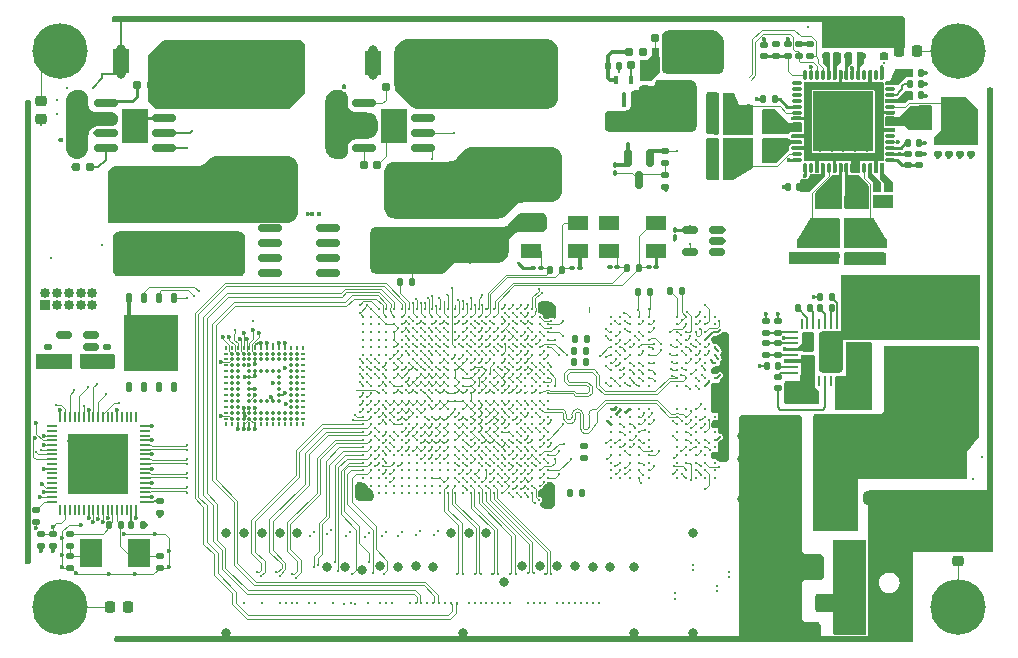
<source format=gbr>
%TF.GenerationSoftware,KiCad,Pcbnew,7.99.0-2419-g7f14b70ac3*%
%TF.CreationDate,2023-09-02T02:09:11+02:00*%
%TF.ProjectId,DQBSC,44514253-432e-46b6-9963-61645f706362,rev?*%
%TF.SameCoordinates,Original*%
%TF.FileFunction,Copper,L1,Top*%
%TF.FilePolarity,Positive*%
%FSLAX46Y46*%
G04 Gerber Fmt 4.6, Leading zero omitted, Abs format (unit mm)*
G04 Created by KiCad (PCBNEW 7.99.0-2419-g7f14b70ac3) date 2023-09-02 02:09:11*
%MOMM*%
%LPD*%
G01*
G04 APERTURE LIST*
G04 Aperture macros list*
%AMRoundRect*
0 Rectangle with rounded corners*
0 $1 Rounding radius*
0 $2 $3 $4 $5 $6 $7 $8 $9 X,Y pos of 4 corners*
0 Add a 4 corners polygon primitive as box body*
4,1,4,$2,$3,$4,$5,$6,$7,$8,$9,$2,$3,0*
0 Add four circle primitives for the rounded corners*
1,1,$1+$1,$2,$3*
1,1,$1+$1,$4,$5*
1,1,$1+$1,$6,$7*
1,1,$1+$1,$8,$9*
0 Add four rect primitives between the rounded corners*
20,1,$1+$1,$2,$3,$4,$5,0*
20,1,$1+$1,$4,$5,$6,$7,0*
20,1,$1+$1,$6,$7,$8,$9,0*
20,1,$1+$1,$8,$9,$2,$3,0*%
G04 Aperture macros list end*
%TA.AperFunction,SMDPad,CuDef*%
%ADD10RoundRect,0.135000X0.185000X-0.135000X0.185000X0.135000X-0.185000X0.135000X-0.185000X-0.135000X0*%
%TD*%
%TA.AperFunction,ComponentPad*%
%ADD11R,0.850000X0.850000*%
%TD*%
%TA.AperFunction,ComponentPad*%
%ADD12O,0.850000X0.850000*%
%TD*%
%TA.AperFunction,SMDPad,CuDef*%
%ADD13RoundRect,0.135000X-0.135000X-0.185000X0.135000X-0.185000X0.135000X0.185000X-0.135000X0.185000X0*%
%TD*%
%TA.AperFunction,SMDPad,CuDef*%
%ADD14RoundRect,0.125000X-0.125000X0.262500X-0.125000X-0.262500X0.125000X-0.262500X0.125000X0.262500X0*%
%TD*%
%TA.AperFunction,SMDPad,CuDef*%
%ADD15R,4.600000X4.700000*%
%TD*%
%TA.AperFunction,SMDPad,CuDef*%
%ADD16RoundRect,0.150000X0.512500X0.150000X-0.512500X0.150000X-0.512500X-0.150000X0.512500X-0.150000X0*%
%TD*%
%TA.AperFunction,SMDPad,CuDef*%
%ADD17RoundRect,0.140000X-0.170000X0.140000X-0.170000X-0.140000X0.170000X-0.140000X0.170000X0.140000X0*%
%TD*%
%TA.AperFunction,SMDPad,CuDef*%
%ADD18RoundRect,0.140000X0.140000X0.170000X-0.140000X0.170000X-0.140000X-0.170000X0.140000X-0.170000X0*%
%TD*%
%TA.AperFunction,SMDPad,CuDef*%
%ADD19R,5.400000X2.900000*%
%TD*%
%TA.AperFunction,SMDPad,CuDef*%
%ADD20RoundRect,0.135000X-0.185000X0.135000X-0.185000X-0.135000X0.185000X-0.135000X0.185000X0.135000X0*%
%TD*%
%TA.AperFunction,SMDPad,CuDef*%
%ADD21RoundRect,0.140000X0.170000X-0.140000X0.170000X0.140000X-0.170000X0.140000X-0.170000X-0.140000X0*%
%TD*%
%TA.AperFunction,SMDPad,CuDef*%
%ADD22R,2.000000X1.100000*%
%TD*%
%TA.AperFunction,SMDPad,CuDef*%
%ADD23RoundRect,0.140000X-0.140000X-0.170000X0.140000X-0.170000X0.140000X0.170000X-0.140000X0.170000X0*%
%TD*%
%TA.AperFunction,SMDPad,CuDef*%
%ADD24RoundRect,0.150000X-0.150000X0.587500X-0.150000X-0.587500X0.150000X-0.587500X0.150000X0.587500X0*%
%TD*%
%TA.AperFunction,SMDPad,CuDef*%
%ADD25RoundRect,0.062500X-0.375000X-0.062500X0.375000X-0.062500X0.375000X0.062500X-0.375000X0.062500X0*%
%TD*%
%TA.AperFunction,SMDPad,CuDef*%
%ADD26RoundRect,0.062500X-0.062500X-0.375000X0.062500X-0.375000X0.062500X0.375000X-0.062500X0.375000X0*%
%TD*%
%TA.AperFunction,SMDPad,CuDef*%
%ADD27RoundRect,0.106599X0.418401X0.723401X-0.418401X0.723401X-0.418401X-0.723401X0.418401X-0.723401X0*%
%TD*%
%TA.AperFunction,SMDPad,CuDef*%
%ADD28RoundRect,0.106599X0.418401X0.633401X-0.418401X0.633401X-0.418401X-0.633401X0.418401X-0.633401X0*%
%TD*%
%TA.AperFunction,SMDPad,CuDef*%
%ADD29RoundRect,0.200000X0.785000X-1.540000X0.785000X1.540000X-0.785000X1.540000X-0.785000X-1.540000X0*%
%TD*%
%TA.AperFunction,SMDPad,CuDef*%
%ADD30C,0.270000*%
%TD*%
%TA.AperFunction,SMDPad,CuDef*%
%ADD31RoundRect,0.150000X-0.825000X-0.150000X0.825000X-0.150000X0.825000X0.150000X-0.825000X0.150000X0*%
%TD*%
%TA.AperFunction,ComponentPad*%
%ADD32C,0.500000*%
%TD*%
%TA.AperFunction,SMDPad,CuDef*%
%ADD33R,2.290000X3.000000*%
%TD*%
%TA.AperFunction,SMDPad,CuDef*%
%ADD34RoundRect,0.160000X0.197500X0.160000X-0.197500X0.160000X-0.197500X-0.160000X0.197500X-0.160000X0*%
%TD*%
%TA.AperFunction,SMDPad,CuDef*%
%ADD35RoundRect,0.250000X-0.650000X0.325000X-0.650000X-0.325000X0.650000X-0.325000X0.650000X0.325000X0*%
%TD*%
%TA.AperFunction,SMDPad,CuDef*%
%ADD36RoundRect,0.135000X0.135000X0.185000X-0.135000X0.185000X-0.135000X-0.185000X0.135000X-0.185000X0*%
%TD*%
%TA.AperFunction,SMDPad,CuDef*%
%ADD37R,1.100000X2.000000*%
%TD*%
%TA.AperFunction,SMDPad,CuDef*%
%ADD38R,1.400000X2.100000*%
%TD*%
%TA.AperFunction,SMDPad,CuDef*%
%ADD39RoundRect,0.225000X0.225000X0.250000X-0.225000X0.250000X-0.225000X-0.250000X0.225000X-0.250000X0*%
%TD*%
%TA.AperFunction,SMDPad,CuDef*%
%ADD40RoundRect,0.100000X-0.100000X0.130000X-0.100000X-0.130000X0.100000X-0.130000X0.100000X0.130000X0*%
%TD*%
%TA.AperFunction,SMDPad,CuDef*%
%ADD41RoundRect,0.250000X1.500000X0.550000X-1.500000X0.550000X-1.500000X-0.550000X1.500000X-0.550000X0*%
%TD*%
%TA.AperFunction,SMDPad,CuDef*%
%ADD42RoundRect,0.100000X-0.130000X-0.100000X0.130000X-0.100000X0.130000X0.100000X-0.130000X0.100000X0*%
%TD*%
%TA.AperFunction,SMDPad,CuDef*%
%ADD43O,0.200000X0.350000*%
%TD*%
%TA.AperFunction,SMDPad,CuDef*%
%ADD44O,0.350000X0.200000*%
%TD*%
%TA.AperFunction,SMDPad,CuDef*%
%ADD45C,0.350000*%
%TD*%
%TA.AperFunction,SMDPad,CuDef*%
%ADD46RoundRect,0.100000X0.130000X0.100000X-0.130000X0.100000X-0.130000X-0.100000X0.130000X-0.100000X0*%
%TD*%
%TA.AperFunction,ComponentPad*%
%ADD47C,3.100000*%
%TD*%
%TA.AperFunction,ConnectorPad*%
%ADD48C,4.700000*%
%TD*%
%TA.AperFunction,SMDPad,CuDef*%
%ADD49RoundRect,0.225000X0.250000X-0.225000X0.250000X0.225000X-0.250000X0.225000X-0.250000X-0.225000X0*%
%TD*%
%TA.AperFunction,SMDPad,CuDef*%
%ADD50RoundRect,0.250000X-0.550000X1.500000X-0.550000X-1.500000X0.550000X-1.500000X0.550000X1.500000X0*%
%TD*%
%TA.AperFunction,SMDPad,CuDef*%
%ADD51R,4.950000X3.175000*%
%TD*%
%TA.AperFunction,SMDPad,CuDef*%
%ADD52C,0.330200*%
%TD*%
%TA.AperFunction,SMDPad,CuDef*%
%ADD53RoundRect,0.067500X-0.357500X-0.067500X0.357500X-0.067500X0.357500X0.067500X-0.357500X0.067500X0*%
%TD*%
%TA.AperFunction,SMDPad,CuDef*%
%ADD54RoundRect,0.067500X-0.067500X0.357500X-0.067500X-0.357500X0.067500X-0.357500X0.067500X0.357500X0*%
%TD*%
%TA.AperFunction,SMDPad,CuDef*%
%ADD55R,5.060000X5.200000*%
%TD*%
%TA.AperFunction,SMDPad,CuDef*%
%ADD56RoundRect,0.225000X-0.225000X-0.250000X0.225000X-0.250000X0.225000X0.250000X-0.225000X0.250000X0*%
%TD*%
%TA.AperFunction,SMDPad,CuDef*%
%ADD57R,0.405000X0.990000*%
%TD*%
%TA.AperFunction,SMDPad,CuDef*%
%ADD58R,2.235000X1.725000*%
%TD*%
%TA.AperFunction,SMDPad,CuDef*%
%ADD59R,0.406250X0.760000*%
%TD*%
%TA.AperFunction,SMDPad,CuDef*%
%ADD60R,1.900000X2.400000*%
%TD*%
%TA.AperFunction,SMDPad,CuDef*%
%ADD61R,0.360000X0.320000*%
%TD*%
%TA.AperFunction,SMDPad,CuDef*%
%ADD62RoundRect,0.100000X0.100000X-0.130000X0.100000X0.130000X-0.100000X0.130000X-0.100000X-0.130000X0*%
%TD*%
%TA.AperFunction,SMDPad,CuDef*%
%ADD63RoundRect,0.050000X0.362500X0.050000X-0.362500X0.050000X-0.362500X-0.050000X0.362500X-0.050000X0*%
%TD*%
%TA.AperFunction,SMDPad,CuDef*%
%ADD64RoundRect,0.050000X0.050000X0.362500X-0.050000X0.362500X-0.050000X-0.362500X0.050000X-0.362500X0*%
%TD*%
%TA.AperFunction,SMDPad,CuDef*%
%ADD65R,5.200000X5.200000*%
%TD*%
%TA.AperFunction,SMDPad,CuDef*%
%ADD66R,0.320000X0.360000*%
%TD*%
%TA.AperFunction,SMDPad,CuDef*%
%ADD67RoundRect,0.225000X-0.250000X0.225000X-0.250000X-0.225000X0.250000X-0.225000X0.250000X0.225000X0*%
%TD*%
%TA.AperFunction,SMDPad,CuDef*%
%ADD68R,1.800000X1.200000*%
%TD*%
%TA.AperFunction,SMDPad,CuDef*%
%ADD69RoundRect,0.155000X-0.212500X-0.155000X0.212500X-0.155000X0.212500X0.155000X-0.212500X0.155000X0*%
%TD*%
%TA.AperFunction,SMDPad,CuDef*%
%ADD70R,0.450000X0.700000*%
%TD*%
%TA.AperFunction,SMDPad,CuDef*%
%ADD71RoundRect,0.155000X0.212500X0.155000X-0.212500X0.155000X-0.212500X-0.155000X0.212500X-0.155000X0*%
%TD*%
%TA.AperFunction,ViaPad*%
%ADD72C,0.300000*%
%TD*%
%TA.AperFunction,ViaPad*%
%ADD73C,0.800000*%
%TD*%
%TA.AperFunction,ViaPad*%
%ADD74C,0.360000*%
%TD*%
%TA.AperFunction,Conductor*%
%ADD75C,0.110000*%
%TD*%
%TA.AperFunction,Conductor*%
%ADD76C,0.100000*%
%TD*%
%TA.AperFunction,Conductor*%
%ADD77C,0.200000*%
%TD*%
%TA.AperFunction,Conductor*%
%ADD78C,0.250000*%
%TD*%
%TA.AperFunction,Conductor*%
%ADD79C,0.300000*%
%TD*%
G04 APERTURE END LIST*
D10*
%TO.P,R49,1,1*%
%TO.N,3.3V_SW_DELAYED*%
X59543462Y-121380028D03*
%TO.P,R49,2,2*%
%TO.N,ENET_INT*%
X59543462Y-120360028D03*
%TD*%
D11*
%TO.P,J2,1,Pin_1*%
%TO.N,Net-(J2-Pin_1)*%
X60309281Y-102983614D03*
D12*
%TO.P,J2,2,Pin_2*%
%TO.N,JTAG_TMS*%
X60309281Y-101983614D03*
%TO.P,J2,3,Pin_3*%
%TO.N,GND*%
X61309281Y-102983614D03*
%TO.P,J2,4,Pin_4*%
%TO.N,JTAG_TCK*%
X61309281Y-101983614D03*
%TO.P,J2,5,Pin_5*%
%TO.N,GND*%
X62309281Y-102983614D03*
%TO.P,J2,6,Pin_6*%
%TO.N,JTAG_TDO*%
X62309281Y-101983614D03*
%TO.P,J2,7,Pin_7*%
%TO.N,Net-(J2-Pin_7)*%
X63309281Y-102983614D03*
%TO.P,J2,8,Pin_8*%
%TO.N,JTAG_TDI*%
X63309281Y-101983614D03*
%TO.P,J2,9,Pin_9*%
%TO.N,Net-(J2-Pin_9)*%
X64309281Y-102983614D03*
%TO.P,J2,10,Pin_10*%
%TO.N,Net-(D2-K)*%
X64309281Y-101983614D03*
%TD*%
D13*
%TO.P,R70,1*%
%TO.N,JTAG_MOD*%
X104723000Y-118960000D03*
%TO.P,R70,2*%
%TO.N,GND*%
X105743000Y-118960000D03*
%TD*%
D14*
%TO.P,U6,1,CE#*%
%TO.N,QSPIA_nSS0 *%
X71181000Y-102462400D03*
%TO.P,U6,2,IO1*%
%TO.N,QSPIA_IO1*%
X69911000Y-102462400D03*
%TO.P,U6,3,IO2*%
%TO.N,QSPIA_IO2*%
X68641000Y-102462400D03*
%TO.P,U6,4,GND*%
%TO.N,GND*%
X67371000Y-102462400D03*
%TO.P,U6,5,IO0*%
%TO.N,QSPIA_IO0*%
X67371000Y-109962400D03*
%TO.P,U6,6,SCK*%
%TO.N,QSPIA_SCK*%
X68641000Y-109962400D03*
%TO.P,U6,7,IO3*%
%TO.N,QSPIA_IO3*%
X69911000Y-109962400D03*
%TO.P,U6,8,VCC*%
%TO.N,3.3V_SW_DELAYED*%
X71181000Y-109962400D03*
D15*
%TO.P,U6,9,EP*%
%TO.N,GND*%
X69276000Y-106212400D03*
%TD*%
D16*
%TO.P,U12,1,GND*%
%TO.N,GND*%
X117182200Y-98538400D03*
%TO.P,U12,2,NC/GND*%
X117182200Y-97588400D03*
%TO.P,U12,3,NC/GND*%
X117182200Y-96638400D03*
%TO.P,U12,4,VDD*%
%TO.N,3.3V_SW*%
X114907200Y-96638400D03*
%TO.P,U12,5,OUT*%
%TO.N,/MPU/RTC_CLK*%
X114907200Y-98538400D03*
%TD*%
D17*
%TO.P,C308,1*%
%TO.N,Net-(U2-BST)*%
X122343462Y-109070028D03*
%TO.P,C308,2*%
%TO.N,Net-(C308-Pad2)*%
X122343462Y-110030028D03*
%TD*%
D18*
%TO.P,C290,1*%
%TO.N,VDD_PHY_0V9*%
X124120000Y-93030400D03*
%TO.P,C290,2*%
%TO.N,GND*%
X123160000Y-93030400D03*
%TD*%
D10*
%TO.P,R27,1,1*%
%TO.N,Net-(U2-FB)*%
X122318462Y-105355028D03*
%TO.P,R27,2,2*%
%TO.N,GND*%
X122318462Y-104335028D03*
%TD*%
D17*
%TO.P,C191,1*%
%TO.N,Net-(C191-Pad1)*%
X62393462Y-124280028D03*
%TO.P,C191,2*%
%TO.N,GND*%
X62393462Y-125240028D03*
%TD*%
D19*
%TO.P,L11,1,1*%
%TO.N,Net-(D4-K)*%
X100153000Y-82487000D03*
%TO.P,L11,2,2*%
%TO.N,VDD_SOC_0V9*%
X100153000Y-92187000D03*
%TD*%
D18*
%TO.P,C234,1*%
%TO.N,VDD_VPU_0V9*%
X118023462Y-92112527D03*
%TO.P,C234,2*%
%TO.N,GND*%
X117063462Y-92112527D03*
%TD*%
D17*
%TO.P,C328,1*%
%TO.N,ENET_NRST*%
X60943462Y-122445014D03*
%TO.P,C328,2*%
%TO.N,GND*%
X60943462Y-123405014D03*
%TD*%
%TO.P,C237,1*%
%TO.N,NVCC_DRAM_1V1*%
X129243462Y-97877528D03*
%TO.P,C237,2*%
%TO.N,GND*%
X129243462Y-98837528D03*
%TD*%
D20*
%TO.P,R40,1,1*%
%TO.N,/IO/XTAL1*%
X62380962Y-122385014D03*
%TO.P,R40,2,2*%
%TO.N,Net-(C191-Pad1)*%
X62380962Y-123405014D03*
%TD*%
D21*
%TO.P,C321,1*%
%TO.N,3.3V_SW_DELAYED*%
X111093000Y-84608000D03*
%TO.P,C321,2*%
%TO.N,Net-(C312-Pad2)*%
X111093000Y-83648000D03*
%TD*%
D10*
%TO.P,R81,1,1*%
%TO.N,Net-(U8C-VDDOTP)*%
X129458462Y-81970028D03*
%TO.P,R81,2,2*%
%TO.N,GND*%
X129458462Y-80950028D03*
%TD*%
D17*
%TO.P,C238,1*%
%TO.N,NVCC_DRAM_1V1*%
X130193462Y-97877528D03*
%TO.P,C238,2*%
%TO.N,GND*%
X130193462Y-98837528D03*
%TD*%
%TO.P,C242,1*%
%TO.N,VDD_DRAM_0V9*%
X137780000Y-89230400D03*
%TO.P,C242,2*%
%TO.N,GND*%
X137780000Y-90190400D03*
%TD*%
%TO.P,C281,1*%
%TO.N,VDD_PHY_1V8*%
X130755962Y-93090028D03*
%TO.P,C281,2*%
%TO.N,GND*%
X130755962Y-94050028D03*
%TD*%
D22*
%TO.P,L25,1,1*%
%TO.N,Net-(U8A-SW4LX)*%
X126593462Y-94325028D03*
%TO.P,L25,2,2*%
%TO.N,VDD_1V8*%
X126593462Y-96225028D03*
%TD*%
D23*
%TO.P,C283,1*%
%TO.N,VDD_PHY_3V3*%
X133505962Y-85270028D03*
%TO.P,C283,2*%
%TO.N,GND*%
X134465962Y-85270028D03*
%TD*%
D24*
%TO.P,U11,1,#RST*%
%TO.N,/MPU/RTC_nRST*%
X111540481Y-90557514D03*
%TO.P,U11,2,GND*%
%TO.N,GND*%
X109640481Y-90557514D03*
%TO.P,U11,3,VDD*%
%TO.N,Net-(U11-VDD)*%
X110590481Y-92432514D03*
%TD*%
D25*
%TO.P,U2,1,FB*%
%TO.N,Net-(U2-FB)*%
X123655962Y-105270028D03*
%TO.P,U2,2,VOUT*%
%TO.N,3.3V_SW*%
X123655962Y-105770028D03*
%TO.P,U2,3,VDD*%
%TO.N,Net-(U2-VDD)*%
X123655962Y-106270028D03*
%TO.P,U2,4,AGND*%
%TO.N,GND*%
X123655962Y-106770028D03*
%TO.P,U2,5,FBL*%
%TO.N,Net-(U2-FBL)*%
X123655962Y-107270028D03*
%TO.P,U2,6,VIN*%
%TO.N,VIN*%
X123655962Y-107770028D03*
%TO.P,U2,7,SS*%
%TO.N,Net-(U2-SS)*%
X123655962Y-108270028D03*
%TO.P,U2,8,BST*%
%TO.N,Net-(U2-BST)*%
X123655962Y-108770028D03*
D26*
%TO.P,U2,9,VIN*%
%TO.N,VIN*%
X124343462Y-109457528D03*
%TO.P,U2,10,VIN*%
X124843462Y-109457528D03*
%TO.P,U2,11,VIN*%
X125343462Y-109457528D03*
%TO.P,U2,12,NC*%
%TO.N,unconnected-(U2-NC-Pad12)*%
X125843462Y-109457528D03*
%TO.P,U2,13,LX*%
%TO.N,Net-(C308-Pad2)*%
X126343462Y-109457528D03*
%TO.P,U2,14,NC*%
%TO.N,unconnected-(U2-NC-Pad14)*%
X126843462Y-109457528D03*
%TO.P,U2,15,PGND*%
%TO.N,GND*%
X127343462Y-109457528D03*
%TO.P,U2,16,PGND*%
X127843462Y-109457528D03*
D25*
%TO.P,U2,17,PGND*%
X128530962Y-108770028D03*
%TO.P,U2,18,PGND*%
X128530962Y-108270028D03*
%TO.P,U2,19,PGND*%
X128530962Y-107770028D03*
%TO.P,U2,20,PGND*%
X128530962Y-107270028D03*
%TO.P,U2,21,PGND*%
X128530962Y-106770028D03*
%TO.P,U2,22,PGND*%
X128530962Y-106270028D03*
%TO.P,U2,23,LX*%
%TO.N,Net-(L9-Pad1)*%
X128530962Y-105770028D03*
%TO.P,U2,24,LX*%
X128530962Y-105270028D03*
D26*
%TO.P,U2,25,LX*%
X127843462Y-104582528D03*
%TO.P,U2,26,PGOOD*%
%TO.N,Net-(U2-PGOOD)*%
X127343462Y-104582528D03*
%TO.P,U2,27,ILIM*%
%TO.N,Net-(U2-ILIM)*%
X126843462Y-104582528D03*
%TO.P,U2,28,LX*%
%TO.N,Net-(R30-Pad2)*%
X126343462Y-104582528D03*
%TO.P,U2,29,EN/PSV*%
%TO.N,LDO_EN*%
X125843462Y-104582528D03*
%TO.P,U2,30,AGND*%
%TO.N,Net-(R29-Pad2)*%
X125343462Y-104582528D03*
%TO.P,U2,31,TON*%
%TO.N,Net-(U2-TON)*%
X124843462Y-104582528D03*
%TO.P,U2,32,ENL*%
%TO.N,LDO_EN*%
X124343462Y-104582528D03*
D27*
%TO.P,U2,P1,AGND*%
%TO.N,GND*%
X124878462Y-106110028D03*
D28*
%TO.P,U2,P2,VIN*%
%TO.N,VIN*%
X124878462Y-108020028D03*
D29*
%TO.P,U2,P3,LX*%
%TO.N,Net-(L9-Pad1)*%
X126848462Y-107020028D03*
%TD*%
D18*
%TO.P,C309,1*%
%TO.N,Net-(U2-SS)*%
X122373462Y-108170028D03*
%TO.P,C309,2*%
%TO.N,GND*%
X121413462Y-108170028D03*
%TD*%
D10*
%TO.P,R32,1,1*%
%TO.N,Net-(U2-FBL)*%
X122318462Y-107280028D03*
%TO.P,R32,2,2*%
%TO.N,Net-(U2-VDD)*%
X122318462Y-106260028D03*
%TD*%
D30*
%TO.P,U3,A1,DNU_A1*%
%TO.N,unconnected-(U3A-DNU_A1-PadA1)*%
X108195000Y-104005400D03*
%TO.P,U3,A2,DNU_A2*%
%TO.N,unconnected-(U3A-DNU_A2-PadA2)*%
X108995000Y-104005400D03*
%TO.P,U3,A3,VSS_A3*%
%TO.N,GND*%
X109795000Y-104005400D03*
%TO.P,U3,A4,VDD2_A4*%
%TO.N,NVCC_DRAM_1V1*%
X110595000Y-104005400D03*
%TO.P,U3,A5,ZQ0*%
%TO.N,Net-(U3A-ZQ0)*%
X111395000Y-104005400D03*
%TO.P,U3,A8,ZQ1*%
%TO.N,Net-(U3A-ZQ1)*%
X113795000Y-104005400D03*
%TO.P,U3,A9,VDD2_A9*%
%TO.N,NVCC_DRAM_1V1*%
X114595000Y-104005400D03*
%TO.P,U3,A10,VSS_A10*%
%TO.N,GND*%
X115395000Y-104005400D03*
%TO.P,U3,A11,DNU_A11*%
%TO.N,unconnected-(U3A-DNU_A11-PadA11)*%
X116195000Y-104005400D03*
%TO.P,U3,A12,DNU_A12*%
%TO.N,unconnected-(U3A-DNU_A12-PadA12)*%
X116995000Y-104005400D03*
%TO.P,U3,AA1*%
%TO.N,N/C*%
X108195000Y-117005400D03*
%TO.P,U3,AA2,DQ0_B*%
%TO.N,DRAM_DQ16*%
X108995000Y-117005400D03*
%TO.P,U3,AA3,VDDQ_AA3*%
%TO.N,NVCC_DRAM_1V1*%
X109795000Y-117005400D03*
%TO.P,U3,AA4,DQ7_B*%
%TO.N,DRAM_DQ23*%
X110595000Y-117005400D03*
%TO.P,U3,AA5,VDDQ_AA5*%
%TO.N,NVCC_DRAM_1V1*%
X111395000Y-117005400D03*
%TO.P,U3,AA8,VDDQ_AA8*%
X113795000Y-117005400D03*
%TO.P,U3,AA9,DQ15_B*%
%TO.N,DRAM_DQ31*%
X114595000Y-117005400D03*
%TO.P,U3,AA10,VDDQ_AA10*%
%TO.N,NVCC_DRAM_1V1*%
X115395000Y-117005400D03*
%TO.P,U3,AA11,DQ8_B*%
%TO.N,DRAM_DQ24*%
X116195000Y-117005400D03*
%TO.P,U3,AA12,DNU_AA12*%
%TO.N,unconnected-(U3A-DNU_AA12-PadAA12)*%
X116995000Y-117005400D03*
%TO.P,U3,AB1,DNU_AB1*%
%TO.N,unconnected-(U3A-DNU_AB1-PadAB1)*%
X108195000Y-117655400D03*
%TO.P,U3,AB2*%
%TO.N,N/C*%
X108995000Y-117655400D03*
%TO.P,U3,AB3*%
X109795000Y-117655400D03*
%TO.P,U3,AB4,VDD2_AB4*%
%TO.N,NVCC_DRAM_1V1*%
X110595000Y-117655400D03*
%TO.P,U3,AB5*%
%TO.N,N/C*%
X111395000Y-117655400D03*
%TO.P,U3,AB8*%
X113795000Y-117655400D03*
%TO.P,U3,AB9,VDD2_AB9*%
%TO.N,NVCC_DRAM_1V1*%
X114595000Y-117655400D03*
%TO.P,U3,AB10*%
%TO.N,N/C*%
X115395000Y-117655400D03*
%TO.P,U3,AB11,DNU_AB11*%
%TO.N,unconnected-(U3A-DNU_AB11-PadAB11)*%
X116195000Y-117655400D03*
%TO.P,U3,AB12,DNU_AB12*%
%TO.N,unconnected-(U3A-DNU_AB12-PadAB12)*%
X116995000Y-117655400D03*
%TO.P,U3,B1,DNU_B1*%
%TO.N,unconnected-(U3A-DNU_B1-PadB1)*%
X108195000Y-104655400D03*
%TO.P,U3,B2,DQ0_A*%
%TO.N,DRAM_DQ0*%
X108995000Y-104655400D03*
%TO.P,U3,B3,VDDQ_B3*%
%TO.N,NVCC_DRAM_1V1*%
X109795000Y-104655400D03*
%TO.P,U3,B4,DQ7_A*%
%TO.N,DRAM_DQ7*%
X110595000Y-104655400D03*
%TO.P,U3,B5,VDDQ_B5*%
%TO.N,NVCC_DRAM_1V1*%
X111395000Y-104655400D03*
%TO.P,U3,B8,VDDQ_B8*%
X113795000Y-104655400D03*
%TO.P,U3,B9,DQ15_A*%
%TO.N,DRAM_DQ15*%
X114595000Y-104655400D03*
%TO.P,U3,B10,VDDQ_B10*%
%TO.N,NVCC_DRAM_1V1*%
X115395000Y-104655400D03*
%TO.P,U3,B11,DQ8_A*%
%TO.N,DRAM_DQ8*%
X116195000Y-104655400D03*
%TO.P,U3,B12,DNU_B12*%
%TO.N,unconnected-(U3A-DNU_B12-PadB12)*%
X116995000Y-104655400D03*
%TO.P,U3,C1,VSS_C1*%
%TO.N,GND*%
X108195000Y-105305400D03*
%TO.P,U3,C2,DQ1_A*%
%TO.N,DRAM_DQ1*%
X108995000Y-105305400D03*
%TO.P,U3,C3,DMI0_A*%
%TO.N,DRAM_DM0*%
X109795000Y-105305400D03*
%TO.P,U3,C4,DQ6_A*%
%TO.N,DRAM_DQ6*%
X110595000Y-105305400D03*
%TO.P,U3,C5,VSS_C5*%
%TO.N,GND*%
X111395000Y-105305400D03*
%TO.P,U3,C8,VSS_C8*%
X113795000Y-105305400D03*
%TO.P,U3,C9,DQ14_A*%
%TO.N,DRAM_DQ14*%
X114595000Y-105305400D03*
%TO.P,U3,C10,DMI0_A*%
%TO.N,DRAM_DM1*%
X115395000Y-105305400D03*
%TO.P,U3,C11,DQ9_A*%
%TO.N,DRAM_DQ9*%
X116195000Y-105305400D03*
%TO.P,U3,C12,VSS_C12*%
%TO.N,GND*%
X116995000Y-105305400D03*
%TO.P,U3,D1,VDDQ_D1*%
%TO.N,NVCC_DRAM_1V1*%
X108195000Y-105955400D03*
%TO.P,U3,D2,VSS_D2*%
%TO.N,GND*%
X108995000Y-105955400D03*
%TO.P,U3,D3,DQS0_t_A*%
%TO.N,DRAM_DQS0_P*%
X109795000Y-105955400D03*
%TO.P,U3,D4,VSS_D4*%
%TO.N,GND*%
X110595000Y-105955400D03*
%TO.P,U3,D5,VDDQ_D5*%
%TO.N,NVCC_DRAM_1V1*%
X111395000Y-105955400D03*
%TO.P,U3,D8,VDDQ_D8*%
X113795000Y-105955400D03*
%TO.P,U3,D9,VSS_D9*%
%TO.N,GND*%
X114595000Y-105955400D03*
%TO.P,U3,D10,DQS1_t_A*%
%TO.N,DRAM_DQS1_P*%
X115395000Y-105955400D03*
%TO.P,U3,D11,VSS_D11*%
%TO.N,GND*%
X116195000Y-105955400D03*
%TO.P,U3,D12,VDDQ_D12*%
%TO.N,NVCC_DRAM_1V1*%
X116995000Y-105955400D03*
%TO.P,U3,E1,VSS_E1*%
%TO.N,GND*%
X108195000Y-106605400D03*
%TO.P,U3,E2,DQ2_A*%
%TO.N,DRAM_DQ2*%
X108995000Y-106605400D03*
%TO.P,U3,E3,DQS0_c_A*%
%TO.N,DRAM_DQS0_N*%
X109795000Y-106605400D03*
%TO.P,U3,E4,DQ5_A*%
%TO.N,DRAM_DQ5*%
X110595000Y-106605400D03*
%TO.P,U3,E5,VSS_E5*%
%TO.N,GND*%
X111395000Y-106605400D03*
%TO.P,U3,E8,VSS_E8*%
X113795000Y-106605400D03*
%TO.P,U3,E9,DQ13_A*%
%TO.N,DRAM_DQ13*%
X114595000Y-106605400D03*
%TO.P,U3,E10,DQS1_c_A*%
%TO.N,DRAM_DQS1_N*%
X115395000Y-106605400D03*
%TO.P,U3,E11,DQ10_A*%
%TO.N,DRAM_DQ10*%
X116195000Y-106605400D03*
%TO.P,U3,E12,VSS_E12*%
%TO.N,GND*%
X116995000Y-106605400D03*
%TO.P,U3,F1,VDD1_F1*%
%TO.N,VDD_1V8*%
X108195000Y-107255400D03*
%TO.P,U3,F2,DQ3_A*%
%TO.N,DRAM_DQ3*%
X108995000Y-107255400D03*
%TO.P,U3,F3,VDDQ_F3*%
%TO.N,NVCC_DRAM_1V1*%
X109795000Y-107255400D03*
%TO.P,U3,F4,DQ4_A*%
%TO.N,DRAM_DQ4*%
X110595000Y-107255400D03*
%TO.P,U3,F5,VDD2_F5*%
%TO.N,NVCC_DRAM_1V1*%
X111395000Y-107255400D03*
%TO.P,U3,F8,VDD2_F8*%
X113795000Y-107255400D03*
%TO.P,U3,F9,DQ12_A*%
%TO.N,DRAM_DQ12*%
X114595000Y-107255400D03*
%TO.P,U3,F10,VDDQ_F10*%
%TO.N,NVCC_DRAM_1V1*%
X115395000Y-107255400D03*
%TO.P,U3,F11,DQ11_A*%
%TO.N,DRAM_DQ11*%
X116195000Y-107255400D03*
%TO.P,U3,F12,VDD1_F12*%
%TO.N,VDD_1V8*%
X116995000Y-107255400D03*
%TO.P,U3,G1,VSS_G1*%
%TO.N,GND*%
X108195000Y-107905400D03*
%TO.P,U3,G2,ODT_CA_A*%
%TO.N,Net-(U3A-ODT_CA_A)*%
X108995000Y-107905400D03*
%TO.P,U3,G3,VSS_G3*%
%TO.N,GND*%
X109795000Y-107905400D03*
%TO.P,U3,G4,VDD1_G4*%
%TO.N,VDD_1V8*%
X110595000Y-107905400D03*
%TO.P,U3,G5,VSS_G5*%
%TO.N,GND*%
X111395000Y-107905400D03*
%TO.P,U3,G8,VSS_G8*%
X113795000Y-107905400D03*
%TO.P,U3,G9,VDD1_G9*%
%TO.N,VDD_1V8*%
X114595000Y-107905400D03*
%TO.P,U3,G10,VSS_G10*%
%TO.N,GND*%
X115395000Y-107905400D03*
%TO.P,U3,G11,NC_G11*%
%TO.N,unconnected-(U3A-NC_G11-PadG11)*%
X116195000Y-107905400D03*
%TO.P,U3,G12,VSS_G12*%
%TO.N,GND*%
X116995000Y-107905400D03*
%TO.P,U3,H1,VDD2_H1*%
%TO.N,NVCC_DRAM_1V1*%
X108195000Y-108555400D03*
%TO.P,U3,H2,CA0_A*%
%TO.N,DRAM_CA0_A*%
X108995000Y-108555400D03*
%TO.P,U3,H3,CS1_A*%
%TO.N,DRAM_nCS1_A*%
X109795000Y-108555400D03*
%TO.P,U3,H4,CS0_A*%
%TO.N,DRAM_nCS0_A*%
X110595000Y-108555400D03*
%TO.P,U3,H5,VDD2_H5*%
%TO.N,NVCC_DRAM_1V1*%
X111395000Y-108555400D03*
%TO.P,U3,H8,VDD2_H8*%
X113795000Y-108555400D03*
%TO.P,U3,H9,CA2_A*%
%TO.N,DRAM_CA2_A*%
X114595000Y-108555400D03*
%TO.P,U3,H10,CA3_A*%
%TO.N,DRAM_CA3_A*%
X115395000Y-108555400D03*
%TO.P,U3,H11,CA4_A*%
%TO.N,DRAM_CA4_A*%
X116195000Y-108555400D03*
%TO.P,U3,H12,VDD2_H12*%
%TO.N,NVCC_DRAM_1V1*%
X116995000Y-108555400D03*
%TO.P,U3,J1,VSS_J1*%
%TO.N,GND*%
X108195000Y-109205400D03*
%TO.P,U3,J2,CA1_A*%
%TO.N,DRAM_CA1_A*%
X108995000Y-109205400D03*
%TO.P,U3,J3,VSS_J3*%
%TO.N,GND*%
X109795000Y-109205400D03*
%TO.P,U3,J4,CKE0_A*%
%TO.N,DRAM_CKE0_A*%
X110595000Y-109205400D03*
%TO.P,U3,J5,CKE1_B*%
%TO.N,DRAM_CKE1_A*%
X111395000Y-109205400D03*
%TO.P,U3,J8,CK_t_A*%
%TO.N,DRAM_CKA_P*%
X113795000Y-109205400D03*
%TO.P,U3,J9,CK_c_A*%
%TO.N,DRAM_CKA_N*%
X114595000Y-109205400D03*
%TO.P,U3,J10,VSS_J10*%
%TO.N,GND*%
X115395000Y-109205400D03*
%TO.P,U3,J11,CA5_A*%
%TO.N,DRAM_CA5_A*%
X116195000Y-109205400D03*
%TO.P,U3,J12,VSS_J12*%
%TO.N,GND*%
X116995000Y-109205400D03*
%TO.P,U3,K1,VDD2_K1*%
%TO.N,NVCC_DRAM_1V1*%
X108195000Y-109855400D03*
%TO.P,U3,K2,VSS_K2*%
%TO.N,GND*%
X108995000Y-109855400D03*
%TO.P,U3,K3,VDD2_K3*%
%TO.N,NVCC_DRAM_1V1*%
X109795000Y-109855400D03*
%TO.P,U3,K4,VSS_K4*%
%TO.N,GND*%
X110595000Y-109855400D03*
%TO.P,U3,K5,NC_K5*%
%TO.N,unconnected-(U3A-NC_K5-PadK5)*%
X111395000Y-109855400D03*
%TO.P,U3,K8,NC_K8*%
%TO.N,unconnected-(U3A-NC_K8-PadK8)*%
X113795000Y-109855400D03*
%TO.P,U3,K9,VSS_K9*%
%TO.N,GND*%
X114595000Y-109855400D03*
%TO.P,U3,K10,VDD2_K10*%
%TO.N,NVCC_DRAM_1V1*%
X115395000Y-109855400D03*
%TO.P,U3,K11,VSS_K11*%
%TO.N,GND*%
X116195000Y-109855400D03*
%TO.P,U3,K12,VDD2_K12*%
%TO.N,NVCC_DRAM_1V1*%
X116995000Y-109855400D03*
%TO.P,U3,N1,VDD2_N1*%
X108195000Y-111805400D03*
%TO.P,U3,N2,VSS_N2*%
%TO.N,GND*%
X108995000Y-111805400D03*
%TO.P,U3,N3,VDD2_N3*%
%TO.N,NVCC_DRAM_1V1*%
X109795000Y-111805400D03*
%TO.P,U3,N4*%
%TO.N,N/C*%
X110595000Y-111805400D03*
%TO.P,U3,N5,NC_N5*%
%TO.N,unconnected-(U3A-NC_N5-PadN5)*%
X111395000Y-111805400D03*
%TO.P,U3,N8,NC_N8*%
%TO.N,unconnected-(U3A-NC_N8-PadN8)*%
X113795000Y-111805400D03*
%TO.P,U3,N9*%
%TO.N,N/C*%
X114595000Y-111805400D03*
%TO.P,U3,N10,VDD2_N10*%
%TO.N,NVCC_DRAM_1V1*%
X115395000Y-111805400D03*
%TO.P,U3,N11*%
%TO.N,N/C*%
X116195000Y-111805400D03*
%TO.P,U3,N12,VDD2_N12*%
%TO.N,NVCC_DRAM_1V1*%
X116995000Y-111805400D03*
%TO.P,U3,P1*%
%TO.N,N/C*%
X108195000Y-112455400D03*
%TO.P,U3,P2,CA1_B*%
%TO.N,DRAM_CA1_B*%
X108995000Y-112455400D03*
%TO.P,U3,P3*%
%TO.N,N/C*%
X109795000Y-112455400D03*
%TO.P,U3,P4,CKE0_B*%
%TO.N,DRAM_CKE0_B*%
X110595000Y-112455400D03*
%TO.P,U3,P5,CKE1_A*%
%TO.N,DRAM_CKE1_B*%
X111395000Y-112455400D03*
%TO.P,U3,P8,CK_t_B*%
%TO.N,DRAM_CKB_P*%
X113795000Y-112455400D03*
%TO.P,U3,P9,CK_c_B*%
%TO.N,DRAM_CKB_N*%
X114595000Y-112455400D03*
%TO.P,U3,P10*%
%TO.N,N/C*%
X115395000Y-112455400D03*
%TO.P,U3,P11,CA5_B*%
%TO.N,DRAM_CA5_B*%
X116195000Y-112455400D03*
%TO.P,U3,P12*%
%TO.N,N/C*%
X116995000Y-112455400D03*
%TO.P,U3,R1,VDD2_R1*%
%TO.N,NVCC_DRAM_1V1*%
X108195000Y-113105400D03*
%TO.P,U3,R2,CA0_B*%
%TO.N,DRAM_CA0_B*%
X108995000Y-113105400D03*
%TO.P,U3,R3,CS1_B*%
%TO.N,DRAM_nCS1_B*%
X109795000Y-113105400D03*
%TO.P,U3,R4,CS0_B*%
%TO.N,DRAM_nCS0_B*%
X110595000Y-113105400D03*
%TO.P,U3,R5,VDD2_R5*%
%TO.N,NVCC_DRAM_1V1*%
X111395000Y-113105400D03*
%TO.P,U3,R8,VDD2_R8*%
X113795000Y-113105400D03*
%TO.P,U3,R9,CA2_B*%
%TO.N,DRAM_CA2_B*%
X114595000Y-113105400D03*
%TO.P,U3,R10,CA3_B*%
%TO.N,DRAM_CA3_B*%
X115395000Y-113105400D03*
%TO.P,U3,R11,CA4_B*%
%TO.N,DRAM_CA4_B*%
X116195000Y-113105400D03*
%TO.P,U3,R12,VDD2_R12*%
%TO.N,NVCC_DRAM_1V1*%
X116995000Y-113105400D03*
%TO.P,U3,T1*%
%TO.N,N/C*%
X108195000Y-113755400D03*
%TO.P,U3,T2,ODT_CA_B*%
%TO.N,Net-(U3A-ODT_CA_B)*%
X108995000Y-113755400D03*
%TO.P,U3,T3*%
%TO.N,N/C*%
X109795000Y-113755400D03*
%TO.P,U3,T4,VDD1_T4*%
%TO.N,VDD_1V8*%
X110595000Y-113755400D03*
%TO.P,U3,T5*%
%TO.N,N/C*%
X111395000Y-113755400D03*
%TO.P,U3,T8*%
X113795000Y-113755400D03*
%TO.P,U3,T9,VDD1_T9*%
%TO.N,VDD_1V8*%
X114595000Y-113755400D03*
%TO.P,U3,T10*%
%TO.N,N/C*%
X115395000Y-113755400D03*
%TO.P,U3,T11,RESET_N*%
%TO.N,DRAM_nRST*%
X116195000Y-113755400D03*
%TO.P,U3,T12*%
%TO.N,N/C*%
X116995000Y-113755400D03*
%TO.P,U3,U1,VDD1_U1*%
%TO.N,VDD_1V8*%
X108195000Y-114405400D03*
%TO.P,U3,U2,DQ3_B*%
%TO.N,DRAM_DQ19*%
X108995000Y-114405400D03*
%TO.P,U3,U3,VDDQ_U3*%
%TO.N,NVCC_DRAM_1V1*%
X109795000Y-114405400D03*
%TO.P,U3,U4,DQ4_B*%
%TO.N,DRAM_DQ20*%
X110595000Y-114405400D03*
%TO.P,U3,U5*%
%TO.N,N/C*%
X111395000Y-114405400D03*
%TO.P,U3,U8,VDD2_U8*%
%TO.N,NVCC_DRAM_1V1*%
X113795000Y-114405400D03*
%TO.P,U3,U9,DQ12_B*%
%TO.N,DRAM_DQ28*%
X114595000Y-114405400D03*
%TO.P,U3,U10,VDDQ_U10*%
%TO.N,NVCC_DRAM_1V1*%
X115395000Y-114405400D03*
%TO.P,U3,U11,DQ11_B*%
%TO.N,DRAM_DQ27*%
X116195000Y-114405400D03*
%TO.P,U3,U12,VDD1_U12*%
%TO.N,VDD_1V8*%
X116995000Y-114405400D03*
%TO.P,U3,V1*%
%TO.N,N/C*%
X108195000Y-115055400D03*
%TO.P,U3,V2,DQ2_B*%
%TO.N,DRAM_DQ18*%
X108995000Y-115055400D03*
%TO.P,U3,V3,DQS0_c_B*%
%TO.N,DRAM_DQS2_N*%
X109795000Y-115055400D03*
%TO.P,U3,V4,DQ5_B*%
%TO.N,DRAM_DQ21*%
X110595000Y-115055400D03*
%TO.P,U3,V5*%
%TO.N,N/C*%
X111395000Y-115055400D03*
%TO.P,U3,V8*%
X113795000Y-115055400D03*
%TO.P,U3,V9,DQ13_B*%
%TO.N,DRAM_DQ29*%
X114595000Y-115055400D03*
%TO.P,U3,V10,DQS1_c_B*%
%TO.N,DRAM_DQS3_N*%
X115395000Y-115055400D03*
%TO.P,U3,V11,DQ10_B*%
%TO.N,DRAM_DQ26*%
X116195000Y-115055400D03*
%TO.P,U3,V12*%
%TO.N,N/C*%
X116995000Y-115055400D03*
%TO.P,U3,W1,VDDQ_W1*%
%TO.N,NVCC_DRAM_1V1*%
X108195000Y-115705400D03*
%TO.P,U3,W2*%
%TO.N,N/C*%
X108995000Y-115705400D03*
%TO.P,U3,W3,DQS0_t_B*%
%TO.N,DRAM_DQS2_P*%
X109795000Y-115705400D03*
%TO.P,U3,W4*%
%TO.N,N/C*%
X110595000Y-115705400D03*
%TO.P,U3,W5,VDDQ_W5*%
%TO.N,NVCC_DRAM_1V1*%
X111395000Y-115705400D03*
%TO.P,U3,W8,VDDQ_W8*%
X113795000Y-115705400D03*
%TO.P,U3,W9*%
%TO.N,N/C*%
X114595000Y-115705400D03*
%TO.P,U3,W10,DQS1_t_B*%
%TO.N,DRAM_DQS3_P*%
X115395000Y-115705400D03*
%TO.P,U3,W11*%
%TO.N,N/C*%
X116195000Y-115705400D03*
%TO.P,U3,W12,VDDQ_W12*%
%TO.N,NVCC_DRAM_1V1*%
X116995000Y-115705400D03*
%TO.P,U3,Y1*%
%TO.N,N/C*%
X108195000Y-116355400D03*
%TO.P,U3,Y2,DQ1_B*%
%TO.N,DRAM_DQ17*%
X108995000Y-116355400D03*
%TO.P,U3,Y3,DMI0_B*%
%TO.N,DRAM_DM2*%
X109795000Y-116355400D03*
%TO.P,U3,Y4,DQ6_B*%
%TO.N,DRAM_DQ22*%
X110595000Y-116355400D03*
%TO.P,U3,Y5*%
%TO.N,N/C*%
X111395000Y-116355400D03*
%TO.P,U3,Y8*%
X113795000Y-116355400D03*
%TO.P,U3,Y9,DQ14_B*%
%TO.N,DRAM_DQ30*%
X114595000Y-116355400D03*
%TO.P,U3,Y10,DMI1_B*%
%TO.N,DRAM_DM3*%
X115395000Y-116355400D03*
%TO.P,U3,Y11,DQ9_B*%
%TO.N,DRAM_DQ25*%
X116195000Y-116355400D03*
%TO.P,U3,Y12*%
%TO.N,N/C*%
X116995000Y-116355400D03*
%TD*%
D31*
%TO.P,U9,1,BOOT*%
%TO.N,Net-(U9-BOOT)*%
X65420000Y-85940000D03*
%TO.P,U9,2,VIN*%
%TO.N,3.3V_SW_DELAYED*%
X65420000Y-87210000D03*
%TO.P,U9,3,EN*%
%TO.N,/POWER/PMIC_ON*%
X65420000Y-88480000D03*
%TO.P,U9,4,SS*%
%TO.N,Net-(U9-SS)*%
X65420000Y-89750000D03*
%TO.P,U9,5,VSNS*%
%TO.N,Net-(U9-VSNS)*%
X70370000Y-89750000D03*
%TO.P,U9,6,COMP*%
%TO.N,Net-(U9-COMP)*%
X70370000Y-88480000D03*
%TO.P,U9,7,GND*%
%TO.N,GND*%
X70370000Y-87210000D03*
%TO.P,U9,8,PH*%
%TO.N,Net-(D3-K)*%
X70370000Y-85940000D03*
D32*
%TO.P,U9,9,PAD*%
%TO.N,GND*%
X67245000Y-86845000D03*
X67245000Y-87845000D03*
X67245000Y-88845000D03*
D33*
X67895000Y-87845000D03*
D32*
X68545000Y-86845000D03*
X68545000Y-87845000D03*
X68545000Y-88845000D03*
%TD*%
D34*
%TO.P,R36,1,1*%
%TO.N,Net-(C312-Pad2)*%
X111090500Y-82728000D03*
%TO.P,R36,2,2*%
%TO.N,Net-(Q2-D)*%
X109895500Y-82728000D03*
%TD*%
D20*
%TO.P,R57,1,1*%
%TO.N,3.3V_SW_DELAYED*%
X124143462Y-80935028D03*
%TO.P,R57,2,2*%
%TO.N,PMIC_SCL*%
X124143462Y-81955028D03*
%TD*%
D35*
%TO.P,C53,1,1*%
%TO.N,3.3V_SW*%
X130443462Y-116370028D03*
%TO.P,C53,2,2*%
%TO.N,GND*%
X130443462Y-119320028D03*
%TD*%
D36*
%TO.P,R12,1*%
%TO.N,Net-(U3A-ZQ0)*%
X111503000Y-101924200D03*
%TO.P,R12,2*%
%TO.N,NVCC_DRAM_1V1*%
X110483000Y-101924200D03*
%TD*%
D35*
%TO.P,C71,1,1*%
%TO.N,VDD_ARM_0V9*%
X76150000Y-95133000D03*
%TO.P,C71,2,2*%
%TO.N,GND*%
X76150000Y-98083000D03*
%TD*%
D37*
%TO.P,L15,1,1*%
%TO.N,Net-(U8A-SW1ALX)*%
X121568462Y-87525028D03*
%TO.P,L15,2,2*%
%TO.N,VDD_GPU_0V9*%
X119668462Y-87525028D03*
%TD*%
D38*
%TO.P,D3,1,K*%
%TO.N,Net-(D3-K)*%
X71111000Y-82384000D03*
%TO.P,D3,2,A*%
%TO.N,GND*%
X66711000Y-82384000D03*
%TD*%
D31*
%TO.P,U26,1,~{CE}*%
%TO.N,NORF_CS*%
X79315000Y-96455400D03*
%TO.P,U26,2,DO*%
%TO.N,NORF_MISO*%
X79315000Y-97725400D03*
%TO.P,U26,3,~{WP}*%
%TO.N,Net-(U26-~{WP})*%
X79315000Y-98995400D03*
%TO.P,U26,4,GND*%
%TO.N,GND*%
X79315000Y-100265400D03*
%TO.P,U26,5,DI*%
%TO.N,NORF_MOSI*%
X84265000Y-100265400D03*
%TO.P,U26,6,CLK*%
%TO.N,NORF_CLK*%
X84265000Y-98995400D03*
%TO.P,U26,7,~{HOLD}*%
%TO.N,Net-(U26-~{HOLD})*%
X84265000Y-97725400D03*
%TO.P,U26,8,VCC*%
%TO.N,3.3V_SW_DELAYED*%
X84265000Y-96455400D03*
%TD*%
D39*
%TO.P,C3,1,1*%
%TO.N,Net-(C3-Pad1)*%
X134115481Y-81545014D03*
%TO.P,C3,2,2*%
%TO.N,GND*%
X132565481Y-81545014D03*
%TD*%
D40*
%TO.P,C198,1*%
%TO.N,3.3V_SW*%
X113611800Y-96638400D03*
%TO.P,C198,2*%
%TO.N,GND*%
X113611800Y-97278400D03*
%TD*%
D18*
%TO.P,C232,1*%
%TO.N,VDD_VPU_0V9*%
X118023462Y-90175861D03*
%TO.P,C232,2*%
%TO.N,GND*%
X117063462Y-90175861D03*
%TD*%
D10*
%TO.P,R23,1,1*%
%TO.N,/POWER/PMIC_ON*%
X123193462Y-81955028D03*
%TO.P,R23,2,2*%
%TO.N,3.3V_SW*%
X123193462Y-80935028D03*
%TD*%
D41*
%TO.P,C54,1*%
%TO.N,3.3V_SW*%
X127293462Y-121170028D03*
%TO.P,C54,2*%
%TO.N,GND*%
X121893462Y-121170028D03*
%TD*%
D37*
%TO.P,L24,1,1*%
%TO.N,Net-(U8A-SW3ALX)*%
X134818462Y-87125028D03*
%TO.P,L24,2,2*%
%TO.N,VDD_DRAM_0V9*%
X136718462Y-87125028D03*
%TD*%
D35*
%TO.P,C77,1,1*%
%TO.N,VDD_SOC_0V9*%
X95073000Y-95006000D03*
%TO.P,C77,2,2*%
%TO.N,GND*%
X95073000Y-97956000D03*
%TD*%
D18*
%TO.P,C231,1*%
%TO.N,VDD_VPU_0V9*%
X118023462Y-89207528D03*
%TO.P,C231,2*%
%TO.N,GND*%
X117063462Y-89207528D03*
%TD*%
D17*
%TO.P,C282,1*%
%TO.N,VDDA_1V8*%
X131705962Y-93090028D03*
%TO.P,C282,2*%
%TO.N,GND*%
X131705962Y-94050028D03*
%TD*%
%TO.P,C288,1*%
%TO.N,GND*%
X128318462Y-80965028D03*
%TO.P,C288,2*%
%TO.N,Net-(U8C-VCORE)*%
X128318462Y-81925028D03*
%TD*%
D42*
%TO.P,C196,1*%
%TO.N,/MPU/27MHZ_O*%
X111390000Y-99783000D03*
%TO.P,C196,2*%
%TO.N,GND*%
X112030000Y-99783000D03*
%TD*%
D21*
%TO.P,C313,1*%
%TO.N,3.3V_SW_DELAYED*%
X65565481Y-107495014D03*
%TO.P,C313,2*%
%TO.N,GND*%
X65565481Y-106535014D03*
%TD*%
D37*
%TO.P,L22,1,1*%
%TO.N,Net-(U8A-SW1CLX)*%
X121568462Y-89925028D03*
%TO.P,L22,2,2*%
%TO.N,VDD_VPU_0V9*%
X119668462Y-89925028D03*
%TD*%
D43*
%TO.P,U4,A1*%
%TO.N,N/C*%
X75600000Y-106625000D03*
%TO.P,U4,A2*%
X76100000Y-106625000D03*
%TO.P,U4,A3,D0*%
%TO.N,NAND_DATA0*%
X76600000Y-106625000D03*
%TO.P,U4,A4,D1*%
%TO.N,NAND_DATA1*%
X77100000Y-106625000D03*
%TO.P,U4,A5,D2*%
%TO.N,NAND_DATA2*%
X77600000Y-106625000D03*
%TO.P,U4,A6,VSS1*%
%TO.N,GND*%
X78100000Y-106625000D03*
%TO.P,U4,A7,VSS2*%
X78600000Y-106625000D03*
%TO.P,U4,A8,VSS3*%
X79100000Y-106625000D03*
%TO.P,U4,A9,VSS4*%
X79600000Y-106625000D03*
%TO.P,U4,A10,VSS5*%
X80100000Y-106625000D03*
%TO.P,U4,A11,VSS6*%
X80600000Y-106625000D03*
%TO.P,U4,A12*%
%TO.N,N/C*%
X81100000Y-106625000D03*
%TO.P,U4,A13*%
X81600000Y-106625000D03*
%TO.P,U4,A14*%
X82100000Y-106625000D03*
D44*
%TO.P,U4,B1*%
X75600000Y-107125000D03*
D45*
%TO.P,U4,B2,D3*%
%TO.N,NAND_DATA3*%
X76100000Y-107125000D03*
%TO.P,U4,B3,D4*%
%TO.N,NAND_DATA4*%
X76600000Y-107125000D03*
%TO.P,U4,B4,D5*%
%TO.N,NAND_DATA5*%
X77100000Y-107125000D03*
%TO.P,U4,B5,D6*%
%TO.N,NAND_DATA6*%
X77600000Y-107125000D03*
%TO.P,U4,B6,D7*%
%TO.N,NAND_DATA7*%
X78100000Y-107125000D03*
%TO.P,U4,B7*%
%TO.N,N/C*%
X78600000Y-107125000D03*
%TO.P,U4,B8*%
X79100000Y-107125000D03*
%TO.P,U4,B9*%
X79600000Y-107125000D03*
%TO.P,U4,B10*%
X80100000Y-107125000D03*
%TO.P,U4,B11*%
X80600000Y-107125000D03*
%TO.P,U4,B12*%
X81100000Y-107125000D03*
%TO.P,U4,B13*%
X81600000Y-107125000D03*
D44*
%TO.P,U4,B14*%
X82100000Y-107125000D03*
%TO.P,U4,C1*%
X75600000Y-107625000D03*
D45*
%TO.P,U4,C2,VDDI*%
%TO.N,Net-(U4-VDDI)*%
X76100000Y-107625000D03*
%TO.P,U4,C3*%
%TO.N,N/C*%
X76600000Y-107625000D03*
%TO.P,U4,C4,VSSQ1*%
%TO.N,GND*%
X77100000Y-107625000D03*
%TO.P,U4,C5*%
%TO.N,N/C*%
X77600000Y-107625000D03*
%TO.P,U4,C6,VCCQ1*%
%TO.N,VDD_1V8*%
X78100000Y-107625000D03*
%TO.P,U4,C7*%
%TO.N,N/C*%
X78600000Y-107625000D03*
%TO.P,U4,C8*%
X79100000Y-107625000D03*
%TO.P,U4,C9*%
X79600000Y-107625000D03*
%TO.P,U4,C10*%
X80100000Y-107625000D03*
%TO.P,U4,C11*%
X80600000Y-107625000D03*
%TO.P,U4,C12*%
X81100000Y-107625000D03*
%TO.P,U4,C13*%
X81600000Y-107625000D03*
D44*
%TO.P,U4,C14*%
X82100000Y-107625000D03*
%TO.P,U4,D1*%
X75600000Y-108125000D03*
D45*
%TO.P,U4,D2*%
X76100000Y-108125000D03*
%TO.P,U4,D3*%
X76600000Y-108125000D03*
%TO.P,U4,D4*%
X77100000Y-108125000D03*
%TO.P,U4,D12*%
X81100000Y-108125000D03*
%TO.P,U4,D13*%
X81600000Y-108125000D03*
D44*
%TO.P,U4,D14*%
X82100000Y-108125000D03*
%TO.P,U4,E1*%
X75600000Y-108625000D03*
D45*
%TO.P,U4,E2*%
X76100000Y-108625000D03*
%TO.P,U4,E3*%
X76600000Y-108625000D03*
%TO.P,U4,E5*%
X77600000Y-108625000D03*
%TO.P,U4,E6,VCC1*%
%TO.N,3.3V_SW_DELAYED*%
X78100000Y-108625000D03*
%TO.P,U4,E7*%
%TO.N,N/C*%
X78600000Y-108625000D03*
%TO.P,U4,E8*%
X79100000Y-108625000D03*
%TO.P,U4,E9*%
X79600000Y-108625000D03*
%TO.P,U4,E10*%
X80100000Y-108625000D03*
%TO.P,U4,E12*%
X81100000Y-108625000D03*
%TO.P,U4,E13*%
X81600000Y-108625000D03*
D44*
%TO.P,U4,E14*%
X82100000Y-108625000D03*
%TO.P,U4,F1*%
X75600000Y-109125000D03*
D45*
%TO.P,U4,F2*%
X76100000Y-109125000D03*
%TO.P,U4,F3*%
X76600000Y-109125000D03*
%TO.P,U4,F5,VCC2*%
%TO.N,3.3V_SW_DELAYED*%
X77600000Y-109125000D03*
%TO.P,U4,F10*%
%TO.N,N/C*%
X80100000Y-109125000D03*
%TO.P,U4,F12*%
X81100000Y-109125000D03*
%TO.P,U4,F13*%
X81600000Y-109125000D03*
D44*
%TO.P,U4,F14*%
X82100000Y-109125000D03*
%TO.P,U4,G1*%
X75600000Y-109625000D03*
D45*
%TO.P,U4,G2*%
X76100000Y-109625000D03*
%TO.P,U4,G3*%
X76600000Y-109625000D03*
%TO.P,U4,G5*%
X77600000Y-109625000D03*
%TO.P,U4,G10*%
X80100000Y-109625000D03*
%TO.P,U4,G12*%
X81100000Y-109625000D03*
%TO.P,U4,G13*%
X81600000Y-109625000D03*
D44*
%TO.P,U4,G14*%
X82100000Y-109625000D03*
%TO.P,U4,H1*%
X75600000Y-110125000D03*
D45*
%TO.P,U4,H2*%
X76100000Y-110125000D03*
%TO.P,U4,H3*%
X76600000Y-110125000D03*
%TO.P,U4,H5,RCLK*%
%TO.N,Net-(U4-RCLK)*%
X77600000Y-110125000D03*
%TO.P,U4,H10*%
%TO.N,N/C*%
X80100000Y-110125000D03*
%TO.P,U4,H12*%
X81100000Y-110125000D03*
%TO.P,U4,H13*%
X81600000Y-110125000D03*
D44*
%TO.P,U4,H14*%
X82100000Y-110125000D03*
%TO.P,U4,J1*%
X75600000Y-110625000D03*
D45*
%TO.P,U4,J2*%
X76100000Y-110625000D03*
%TO.P,U4,J3*%
X76600000Y-110625000D03*
%TO.P,U4,J5*%
X77600000Y-110625000D03*
%TO.P,U4,J10,VC33*%
%TO.N,3.3V_SW_DELAYED*%
X80100000Y-110625000D03*
%TO.P,U4,J12*%
%TO.N,N/C*%
X81100000Y-110625000D03*
%TO.P,U4,J13*%
X81600000Y-110625000D03*
D44*
%TO.P,U4,J14*%
X82100000Y-110625000D03*
%TO.P,U4,K1*%
X75600000Y-111125000D03*
D45*
%TO.P,U4,K2*%
X76100000Y-111125000D03*
%TO.P,U4,K3*%
X76600000Y-111125000D03*
%TO.P,U4,K5,NRST*%
%TO.N,Net-(U4-NRST)*%
X77600000Y-111125000D03*
%TO.P,U4,K6*%
%TO.N,N/C*%
X78100000Y-111125000D03*
%TO.P,U4,K7*%
X78600000Y-111125000D03*
%TO.P,U4,K8*%
X79100000Y-111125000D03*
%TO.P,U4,K9,VCC4*%
%TO.N,3.3V_SW_DELAYED*%
X79600000Y-111125000D03*
%TO.P,U4,K10*%
%TO.N,N/C*%
X80100000Y-111125000D03*
%TO.P,U4,K12*%
X81100000Y-111125000D03*
%TO.P,U4,K13*%
X81600000Y-111125000D03*
D44*
%TO.P,U4,K14*%
X82100000Y-111125000D03*
%TO.P,U4,L1*%
X75600000Y-111625000D03*
D45*
%TO.P,U4,L2*%
X76100000Y-111625000D03*
%TO.P,U4,L3*%
X76600000Y-111625000D03*
%TO.P,U4,L12*%
X81100000Y-111625000D03*
%TO.P,U4,L13*%
X81600000Y-111625000D03*
D44*
%TO.P,U4,L14*%
X82100000Y-111625000D03*
%TO.P,U4,M1*%
X75600000Y-112125000D03*
D45*
%TO.P,U4,M2*%
X76100000Y-112125000D03*
%TO.P,U4,M3*%
X76600000Y-112125000D03*
%TO.P,U4,M4,VCCQ2*%
%TO.N,VDD_1V8*%
X77100000Y-112125000D03*
%TO.P,U4,M5,CMD*%
%TO.N,SD1_CMD*%
X77600000Y-112125000D03*
%TO.P,U4,M6,CLK*%
%TO.N,Net-(U4-CLK)*%
X78100000Y-112125000D03*
%TO.P,U4,M7*%
%TO.N,N/C*%
X78600000Y-112125000D03*
%TO.P,U4,M8*%
X79100000Y-112125000D03*
%TO.P,U4,M9*%
X79600000Y-112125000D03*
%TO.P,U4,M10*%
X80100000Y-112125000D03*
%TO.P,U4,M11*%
X80600000Y-112125000D03*
%TO.P,U4,M12*%
X81100000Y-112125000D03*
%TO.P,U4,M13*%
X81600000Y-112125000D03*
D44*
%TO.P,U4,M14*%
X82100000Y-112125000D03*
%TO.P,U4,N1*%
X75600000Y-112625000D03*
D45*
%TO.P,U4,N2,VSSQ2*%
%TO.N,GND*%
X76100000Y-112625000D03*
%TO.P,U4,N3*%
%TO.N,N/C*%
X76600000Y-112625000D03*
%TO.P,U4,N4,VCCQ3*%
%TO.N,VDD_1V8*%
X77100000Y-112625000D03*
%TO.P,U4,N5,VSSQ3*%
%TO.N,GND*%
X77600000Y-112625000D03*
%TO.P,U4,N6*%
%TO.N,N/C*%
X78100000Y-112625000D03*
%TO.P,U4,N7*%
X78600000Y-112625000D03*
%TO.P,U4,N8*%
X79100000Y-112625000D03*
%TO.P,U4,N9*%
X79600000Y-112625000D03*
%TO.P,U4,N10*%
X80100000Y-112625000D03*
%TO.P,U4,N11*%
X80600000Y-112625000D03*
%TO.P,U4,N12*%
X81100000Y-112625000D03*
%TO.P,U4,N13*%
X81600000Y-112625000D03*
D44*
%TO.P,U4,N14*%
X82100000Y-112625000D03*
D43*
%TO.P,U4,P1*%
X75600000Y-113125000D03*
%TO.P,U4,P2*%
X76100000Y-113125000D03*
%TO.P,U4,P3,VCCQ4*%
%TO.N,VDD_1V8*%
X76600000Y-113125000D03*
%TO.P,U4,P4,VSSQ4*%
%TO.N,GND*%
X77100000Y-113125000D03*
%TO.P,U4,P5,VCCQ5*%
%TO.N,VDD_1V8*%
X77600000Y-113125000D03*
%TO.P,U4,P6,VSSQ5*%
%TO.N,GND*%
X78100000Y-113125000D03*
%TO.P,U4,P7*%
%TO.N,N/C*%
X78600000Y-113125000D03*
%TO.P,U4,P8*%
X79100000Y-113125000D03*
%TO.P,U4,P9*%
X79600000Y-113125000D03*
%TO.P,U4,P10*%
X80100000Y-113125000D03*
%TO.P,U4,P11*%
X80600000Y-113125000D03*
%TO.P,U4,P12*%
X81100000Y-113125000D03*
%TO.P,U4,P13*%
X81600000Y-113125000D03*
%TO.P,U4,P14*%
X82100000Y-113125000D03*
%TD*%
D20*
%TO.P,R24,1,1*%
%TO.N,PMIC_ON_REQ*%
X122193462Y-80935028D03*
%TO.P,R24,2,2*%
%TO.N,/POWER/PMIC_ON*%
X122193462Y-81955028D03*
%TD*%
D41*
%TO.P,C46,1*%
%TO.N,3.3V_SW*%
X127293462Y-114070028D03*
%TO.P,C46,2*%
%TO.N,GND*%
X121893462Y-114070028D03*
%TD*%
D34*
%TO.P,C62,1,1*%
%TO.N,Net-(D4-K)*%
X90336500Y-84543000D03*
%TO.P,C62,2,2*%
%TO.N,Net-(U10-BOOT)*%
X89141500Y-84543000D03*
%TD*%
D38*
%TO.P,D4,1,K*%
%TO.N,Net-(D4-K)*%
X92447000Y-82511000D03*
%TO.P,D4,2,A*%
%TO.N,GND*%
X88047000Y-82511000D03*
%TD*%
D19*
%TO.P,L10,1,1*%
%TO.N,Net-(D3-K)*%
X78690000Y-82487000D03*
%TO.P,L10,2,2*%
%TO.N,VDD_ARM_0V9*%
X78690000Y-92187000D03*
%TD*%
D10*
%TO.P,R31,1,1*%
%TO.N,Net-(U2-FBL)*%
X121368462Y-107280028D03*
%TO.P,R31,2,2*%
%TO.N,Net-(U2-VDD)*%
X121368462Y-106260028D03*
%TD*%
D22*
%TO.P,L23,1,1*%
%TO.N,Net-(U8A-SW2LX)*%
X128993462Y-94325028D03*
%TO.P,L23,2,2*%
%TO.N,NVCC_DRAM_1V1*%
X128993462Y-96225028D03*
%TD*%
D46*
%TO.P,C193,1*%
%TO.N,/MPU/25MHZ_I*%
X102251000Y-99910000D03*
%TO.P,C193,2*%
%TO.N,GND*%
X101611000Y-99910000D03*
%TD*%
D18*
%TO.P,C228,1*%
%TO.N,VDD_GPU_0V9*%
X118023462Y-87307528D03*
%TO.P,C228,2*%
%TO.N,GND*%
X117063462Y-87307528D03*
%TD*%
D47*
%TO.P,H3,1,1*%
%TO.N,Net-(C4-Pad1)*%
X61565481Y-81545014D03*
D48*
X61565481Y-81545014D03*
%TD*%
D13*
%TO.P,R2,1*%
%TO.N,Net-(U1K-PCIE1_RESREF)*%
X90310000Y-101080400D03*
%TO.P,R2,2*%
%TO.N,GND*%
X91330000Y-101080400D03*
%TD*%
D49*
%TO.P,C6,1,1*%
%TO.N,Net-(C6-Pad1)*%
X137567200Y-124662600D03*
%TO.P,C6,2,2*%
%TO.N,GND*%
X137567200Y-123112600D03*
%TD*%
D13*
%TO.P,R6,1*%
%TO.N,CLK1_N*%
X105068800Y-106882400D03*
%TO.P,R6,2*%
%TO.N,CLK1_P*%
X106088800Y-106882400D03*
%TD*%
D17*
%TO.P,C277,1*%
%TO.N,VDD_1V8*%
X127243462Y-97877528D03*
%TO.P,C277,2*%
%TO.N,GND*%
X127243462Y-98837528D03*
%TD*%
D18*
%TO.P,C285,1*%
%TO.N,GND*%
X134465962Y-83370028D03*
%TO.P,C285,2*%
%TO.N,VBAT*%
X133505962Y-83370028D03*
%TD*%
D50*
%TO.P,C66,1*%
%TO.N,VDD_ARM_0V9*%
X68565481Y-93170014D03*
%TO.P,C66,2*%
%TO.N,GND*%
X68565481Y-98570014D03*
%TD*%
D13*
%TO.P,R39,1,1*%
%TO.N,/IO/XTAL1*%
X65727862Y-121642828D03*
%TO.P,R39,2,2*%
%TO.N,/IO/XTAL2*%
X66747862Y-121642828D03*
%TD*%
D47*
%TO.P,H1,1,1*%
%TO.N,Net-(C3-Pad1)*%
X137565481Y-81545014D03*
D48*
X137565481Y-81545014D03*
%TD*%
D21*
%TO.P,C291,1*%
%TO.N,/POWER/PMIC_ON*%
X121193462Y-81945028D03*
%TO.P,C291,2*%
%TO.N,GND*%
X121193462Y-80985028D03*
%TD*%
D35*
%TO.P,C52,1,1*%
%TO.N,3.3V_SW*%
X132743462Y-116370028D03*
%TO.P,C52,2,2*%
%TO.N,GND*%
X132743462Y-119320028D03*
%TD*%
D13*
%TO.P,R26,1,1*%
%TO.N,3.3V_SW*%
X125883462Y-102345028D03*
%TO.P,R26,2,2*%
%TO.N,Net-(U2-PGOOD)*%
X126903462Y-102345028D03*
%TD*%
D51*
%TO.P,L9,1,1*%
%TO.N,Net-(L9-Pad1)*%
X134793462Y-104012528D03*
%TO.P,L9,2,2*%
%TO.N,3.3V_SW*%
X134793462Y-113027528D03*
%TD*%
D52*
%TO.P,U1,A2,VSS12*%
%TO.N,GND*%
X87245000Y-118305400D03*
%TO.P,U1,A3*%
%TO.N,N/C*%
X87245000Y-117655400D03*
%TO.P,U1,A4,ECSPI1_MOSI*%
%TO.N,SPI1_MOSI*%
X87245000Y-117005400D03*
%TO.P,U1,A5,ECSPI2_SS0*%
%TO.N,SPI2_SSO*%
X87245000Y-116355400D03*
%TO.P,U1,A6,UART3_RXD*%
%TO.N,UART3_RXD*%
X87245000Y-115705400D03*
%TO.P,U1,A7,UART1_TXD*%
%TO.N,UART1_TXD*%
X87245000Y-115055400D03*
%TO.P,U1,A8,USB2_RX_P*%
%TO.N,USB2_RX_P*%
X87245000Y-114405400D03*
%TO.P,U1,A9,USB2_TX_P7*%
%TO.N,USB2_TX_P*%
X87245000Y-113755400D03*
%TO.P,U1,A10,USB2_DP*%
%TO.N,USB2_DP*%
X87245000Y-113105400D03*
%TO.P,U1,A11,USB1_RESREF*%
%TO.N,Net-(U1M-USB1_RESREF)*%
X87245000Y-112455400D03*
%TO.P,U1,A12,USB1_RX_P*%
%TO.N,USB1_RX_P*%
X87245000Y-111805400D03*
%TO.P,U1,A13,USB1_TX_P*%
%TO.N,USB1_TX_P*%
X87245000Y-111155400D03*
%TO.P,U1,A14,USB1_DP*%
%TO.N,USB1_DP*%
X87245000Y-110505400D03*
%TO.P,U1,A15,MIPI_DSI_D3_N*%
%TO.N,DSI_D3_N*%
X87245000Y-109855400D03*
%TO.P,U1,A16,MIPI_DSI_D1_N*%
%TO.N,DSI_D1_N*%
X87245000Y-109205400D03*
%TO.P,U1,A17,MIPI_DSI_D0_N*%
%TO.N,DSI_D0_N*%
X87245000Y-108555400D03*
%TO.P,U1,A18,MIPI_DSI_D2_N*%
%TO.N,DSI_D2_N*%
X87245000Y-107905400D03*
%TO.P,U1,A19,MIPI_CSI2_CLK_N*%
%TO.N,unconnected-(U1I-MIPI_CSI2_CLK_N-PadA19)*%
X87245000Y-107255400D03*
%TO.P,U1,A20,MIPI_CSI2_D1_N*%
%TO.N,unconnected-(U1I-MIPI_CSI2_D1_N-PadA20)*%
X87245000Y-106605400D03*
%TO.P,U1,A21,MIPI_CSI2_D2_N*%
%TO.N,unconnected-(U1I-MIPI_CSI2_D2_N-PadA21)*%
X87245000Y-105955400D03*
%TO.P,U1,A22,MIPI_CSI1_CLK_N*%
%TO.N,unconnected-(U1I-MIPI_CSI1_CLK_N-PadA22)*%
X87245000Y-105305400D03*
%TO.P,U1,A23,MIPI_CSI1_D0_N*%
%TO.N,unconnected-(U1I-MIPI_CSI1_D0_N-PadA23)*%
X87245000Y-104655400D03*
%TO.P,U1,A24,VSS6*%
%TO.N,GND*%
X87245000Y-104005400D03*
%TO.P,U1,AA1,DRAM_DQ22*%
%TO.N,DRAM_DQ22*%
X100245000Y-118955400D03*
%TO.P,U1,AA2,DRAM_DQ20*%
%TO.N,DRAM_DQ20*%
X100245000Y-118305400D03*
%TO.P,U1,AA3,DRAM_DQ26*%
%TO.N,DRAM_DQ26*%
X100245000Y-117655400D03*
%TO.P,U1,AA4,DRAM_DQ25*%
%TO.N,DRAM_DQ25*%
X100245000Y-117005400D03*
%TO.P,U1,AA5,VSS123*%
%TO.N,GND*%
X100245000Y-116355400D03*
%TO.P,U1,AA6,DRAM_DQ27*%
%TO.N,DRAM_DQ27*%
X100245000Y-115705400D03*
%TO.P,U1,AA7,DRAM_DQ30*%
%TO.N,DRAM_DQ30*%
X100245000Y-115055400D03*
%TO.P,U1,AA8,DRAM_DQ28*%
%TO.N,DRAM_DQ28*%
X100245000Y-114405400D03*
%TO.P,U1,AA9,DRAM_DQ31*%
%TO.N,DRAM_DQ31*%
X100245000Y-113755400D03*
%TO.P,U1,AA10,NVCC_DRAM2*%
%TO.N,NVCC_DRAM_1V1*%
X100245000Y-113105400D03*
%TO.P,U1,AA11,VDDA_DRAM*%
%TO.N,VDDA_1V8*%
X100245000Y-112455400D03*
%TO.P,U1,AA12,--_/_PARITY_/_--*%
%TO.N,unconnected-(U1B---_{slash}_PARITY_{slash}_---PadAA12)*%
X100245000Y-111805400D03*
%TO.P,U1,AA13,ZQ_/_ZQ_/_ZQ*%
%TO.N,Net-(U1B-ZQ_{slash}_ZQ_{slash}_ZQ)*%
X100245000Y-111155400D03*
%TO.P,U1,AA14,VREF_/_VREF_/_VREF*%
%TO.N,DRAMREF*%
X100245000Y-110505400D03*
%TO.P,U1,AA15,NVCC_DRAM4*%
%TO.N,NVCC_DRAM_1V1*%
X100245000Y-109855400D03*
%TO.P,U1,AA16,VSS124*%
%TO.N,GND*%
X100245000Y-109205400D03*
%TO.P,U1,AA17,DRAM_DQ15*%
%TO.N,DRAM_DQ15*%
X100245000Y-108555400D03*
%TO.P,U1,AA18,DRAM_DQ12*%
%TO.N,DRAM_DQ12*%
X100245000Y-107905400D03*
%TO.P,U1,AA19,DRAM_DQ14*%
%TO.N,DRAM_DQ14*%
X100245000Y-107255400D03*
%TO.P,U1,AA20,DRAM_DQ11*%
%TO.N,DRAM_DQ11*%
X100245000Y-106605400D03*
%TO.P,U1,AA21,VSS125*%
%TO.N,GND*%
X100245000Y-105955400D03*
%TO.P,U1,AA22,DRAM_DQ09*%
%TO.N,DRAM_DQ9*%
X100245000Y-105305400D03*
%TO.P,U1,AA23,DRAM_DQ10*%
%TO.N,DRAM_DQ10*%
X100245000Y-104655400D03*
%TO.P,U1,AA24,DRAM_DQ04*%
%TO.N,DRAM_DQ4*%
X100245000Y-104005400D03*
%TO.P,U1,AA25,DRAM_DQ06*%
%TO.N,DRAM_DQ6*%
X100245000Y-103355400D03*
%TO.P,U1,AB1,DRAM_DQ23*%
%TO.N,DRAM_DQ23*%
X100895000Y-118955400D03*
%TO.P,U1,AB2,VSS126*%
%TO.N,GND*%
X100895000Y-118305400D03*
%TO.P,U1,AB3,NVCC_DRAM6*%
%TO.N,NVCC_DRAM_1V1*%
X100895000Y-117655400D03*
%TO.P,U1,AB4,DRAM_DQ24*%
%TO.N,DRAM_DQ24*%
X100895000Y-117005400D03*
%TO.P,U1,AB5,DRAM_DQS3_P*%
%TO.N,DRAM_DQS3_P*%
X100895000Y-116355400D03*
%TO.P,U1,AB6,DRAM_DM3*%
%TO.N,DRAM_DM3*%
X100895000Y-115705400D03*
%TO.P,U1,AB7,DRAM_DQ29*%
%TO.N,DRAM_DQ29*%
X100895000Y-115055400D03*
%TO.P,U1,AB8,NVCC_DRAM5*%
%TO.N,NVCC_DRAM_1V1*%
X100895000Y-114405400D03*
%TO.P,U1,AB9,VSS127*%
%TO.N,GND*%
X100895000Y-113755400D03*
%TO.P,U1,AB10,--_/_RAS_n(A16)_/_RAS#*%
%TO.N,unconnected-(U1B---_{slash}_RAS_n(A16)_{slash}_RAS#-PadAB10)*%
X100895000Y-113105400D03*
%TO.P,U1,AB11,VSS128*%
%TO.N,GND*%
X100895000Y-112455400D03*
%TO.P,U1,AB12,--_/_BA1_/_BA1*%
%TO.N,unconnected-(U1B---_{slash}_BA1_{slash}_BA1-PadAB12)*%
X100895000Y-111805400D03*
%TO.P,U1,AB13,RESET_n_/_RESET_n_/_RESET#*%
%TO.N,DRAM_nRST*%
X100895000Y-111155400D03*
%TO.P,U1,AB14,MTEST_/_MTEST_/_MTEST*%
%TO.N,Net-(U1B-MTEST_{slash}_MTEST_{slash}_MTEST)*%
X100895000Y-110505400D03*
%TO.P,U1,AB15,--_/_A9_/_A9*%
%TO.N,unconnected-(U1B---_{slash}_A9_{slash}_A9-PadAB15)*%
X100895000Y-109855400D03*
%TO.P,U1,AB16,--_/_A4_/_A4*%
%TO.N,unconnected-(U1B---_{slash}_A4_{slash}_A4-PadAB16)*%
X100895000Y-109205400D03*
%TO.P,U1,AB17,NVCC_DRAM3*%
%TO.N,NVCC_DRAM_1V1*%
X100895000Y-108555400D03*
%TO.P,U1,AB18,VSS129*%
%TO.N,GND*%
X100895000Y-107905400D03*
%TO.P,U1,AB19,DRAM_DQ13*%
%TO.N,DRAM_DQ13*%
X100895000Y-107255400D03*
%TO.P,U1,AB20,DRAM_DM1*%
%TO.N,DRAM_DM1*%
X100895000Y-106605400D03*
%TO.P,U1,AB21,DRAM_DQS1_P*%
%TO.N,DRAM_DQS1_P*%
X100895000Y-105955400D03*
%TO.P,U1,AB22,DRAM_DQ08*%
%TO.N,DRAM_DQ8*%
X100895000Y-105305400D03*
%TO.P,U1,AB23,NVCC_DRAM1*%
%TO.N,NVCC_DRAM_1V1*%
X100895000Y-104655400D03*
%TO.P,U1,AB24,VSS130*%
%TO.N,GND*%
X100895000Y-104005400D03*
%TO.P,U1,AB25,DRAM_DQ07*%
%TO.N,DRAM_DQ7*%
X100895000Y-103355400D03*
%TO.P,U1,AC1,DRAM_DQS2_N*%
%TO.N,DRAM_DQS2_N*%
X101545000Y-118955400D03*
%TO.P,U1,AC2,DRAM_DQS2_P*%
%TO.N,DRAM_DQS2_P*%
X101545000Y-118305400D03*
%TO.P,U1,AC3,NVCC_DRAM10*%
%TO.N,NVCC_DRAM_1V1*%
X101545000Y-117655400D03*
%TO.P,U1,AC4,VSS131*%
%TO.N,GND*%
X101545000Y-117005400D03*
%TO.P,U1,AC5,DRAM_DQS3_N*%
%TO.N,DRAM_DQS3_N*%
X101545000Y-116355400D03*
%TO.P,U1,AC6,NVCC_DRAM13*%
%TO.N,NVCC_DRAM_1V1*%
X101545000Y-115705400D03*
%TO.P,U1,AC7,CA2_B_/_A13_/_A13*%
%TO.N,DRAM_CA2_B*%
X101545000Y-115055400D03*
%TO.P,U1,AC8,NVCC_DRAM12*%
%TO.N,NVCC_DRAM_1V1*%
X101545000Y-114405400D03*
%TO.P,U1,AC9,CS0_B_/_--_/_--*%
%TO.N,DRAM_nCS0_B*%
X101545000Y-113755400D03*
%TO.P,U1,AC10,_--_/_WE_n(A14)_/_WE#*%
%TO.N,unconnected-(U1B-_--_{slash}_WE_n(A14)_{slash}_WE#-PadAC10)*%
X101545000Y-113105400D03*
%TO.P,U1,AC11,--_/_CS1_n_/_CS1#*%
%TO.N,unconnected-(U1B---_{slash}_CS1_n_{slash}_CS1#-PadAC11)*%
X101545000Y-112455400D03*
%TO.P,U1,AC12,--_/_ODT0_/_ODT0*%
%TO.N,unconnected-(U1B---_{slash}_ODT0_{slash}_ODT0-PadAC12)*%
X101545000Y-111805400D03*
%TO.P,U1,AC13,MTEST1_/_MTEST1(ALERT_n)_/_MTEST1*%
%TO.N,Net-(U1B-MTEST1_{slash}_MTEST1(ALERT_n)_{slash}_MTEST1)*%
X101545000Y-111155400D03*
%TO.P,U1,AC14,NVCC_DRAM7*%
%TO.N,NVCC_DRAM_1V1*%
X101545000Y-110505400D03*
%TO.P,U1,AC15,--_/_A3_/_A3*%
%TO.N,unconnected-(U1B---_{slash}_A3_{slash}_A3-PadAC15)*%
X101545000Y-109855400D03*
%TO.P,U1,AC16,CKE0_A_/_CKE0_/_CKE0*%
%TO.N,DRAM_CKE0_A*%
X101545000Y-109205400D03*
%TO.P,U1,AC17,NVCC_DRAM8*%
%TO.N,NVCC_DRAM_1V1*%
X101545000Y-108555400D03*
%TO.P,U1,AC18,CS1_A_/_C0_/_--*%
%TO.N,DRAM_nCS1_A*%
X101545000Y-107905400D03*
%TO.P,U1,AC19,VSS132*%
%TO.N,GND*%
X101545000Y-107255400D03*
%TO.P,U1,AC20,NVCC_DRAM9*%
%TO.N,NVCC_DRAM_1V1*%
X101545000Y-106605400D03*
%TO.P,U1,AC21,DRAM_DQS1_N*%
%TO.N,DRAM_DQS1_N*%
X101545000Y-105955400D03*
%TO.P,U1,AC22,VSS133*%
%TO.N,GND*%
X101545000Y-105305400D03*
%TO.P,U1,AC23,NVCC_DRAM11*%
%TO.N,NVCC_DRAM_1V1*%
X101545000Y-104655400D03*
%TO.P,U1,AC24,DRAM_DQS0_P*%
%TO.N,DRAM_DQS0_P*%
X101545000Y-104005400D03*
%TO.P,U1,AC25,DRAM_DQS0_N*%
%TO.N,DRAM_DQS0_N*%
X101545000Y-103355400D03*
%TO.P,U1,AD1,VSS134*%
%TO.N,GND*%
X102195000Y-118955400D03*
%TO.P,U1,AD2,DRAM_DQ17*%
%TO.N,DRAM_DQ17*%
X102195000Y-118305400D03*
%TO.P,U1,AD3,DRAM_DM2*%
%TO.N,DRAM_DM2*%
X102195000Y-117655400D03*
%TO.P,U1,AD4,DRAM_DQ19*%
%TO.N,DRAM_DQ19*%
X102195000Y-117005400D03*
%TO.P,U1,AD5,NVCC_DRAM16*%
%TO.N,NVCC_DRAM_1V1*%
X102195000Y-116355400D03*
%TO.P,U1,AD6,CA5_B_/_A0_/_A0*%
%TO.N,DRAM_CA5_B*%
X102195000Y-115705400D03*
%TO.P,U1,AD7,VSS135*%
%TO.N,GND*%
X102195000Y-115055400D03*
%TO.P,U1,AD8,CS1_B_/_--_/_--*%
%TO.N,DRAM_nCS1_B*%
X102195000Y-114405400D03*
%TO.P,U1,AD9,VSS136*%
%TO.N,GND*%
X102195000Y-113755400D03*
%TO.P,U1,AD10,CKE0_B_/_CK_t_B_/_CK_B*%
%TO.N,DRAM_CKE0_B*%
X102195000Y-113105400D03*
%TO.P,U1,AD11,VSS137*%
%TO.N,GND*%
X102195000Y-112455400D03*
%TO.P,U1,AD12,CK_t_B_/_A2_/_A2*%
%TO.N,DRAM_CKB_P*%
X102195000Y-111805400D03*
%TO.P,U1,AD13,VSS138*%
%TO.N,GND*%
X102195000Y-111155400D03*
%TO.P,U1,AD14,CK_t_A_/_BG0_/_BA2*%
%TO.N,DRAM_CKA_P*%
X102195000Y-110505400D03*
%TO.P,U1,AD15,--_/_CK_c_A_/_CK#_A*%
%TO.N,unconnected-(U1B---_{slash}_CK_c_A_{slash}_CK#_A-PadAD15)*%
X102195000Y-109855400D03*
%TO.P,U1,AD16,VSS139*%
%TO.N,GND*%
X102195000Y-109205400D03*
%TO.P,U1,AD17,CA0_A_/_A12_/_A12(BC#)*%
%TO.N,DRAM_CA0_A*%
X102195000Y-108555400D03*
%TO.P,U1,AD18*%
%TO.N,N/C*%
X102195000Y-107905400D03*
%TO.P,U1,AD19,CA4_A_/_A6_/_A6*%
%TO.N,DRAM_CA4_A*%
X102195000Y-107255400D03*
%TO.P,U1,AD20,CA2_A_/_A7_/_A7*%
%TO.N,DRAM_CA2_A*%
X102195000Y-106605400D03*
%TO.P,U1,AD21,NVCC_DRAM14*%
%TO.N,NVCC_DRAM_1V1*%
X102195000Y-105955400D03*
%TO.P,U1,AD22,DRAM_DQ03*%
%TO.N,DRAM_DQ3*%
X102195000Y-105305400D03*
%TO.P,U1,AD23,DRAM_DM0*%
%TO.N,DRAM_DM0*%
X102195000Y-104655400D03*
%TO.P,U1,AD24,DRAM_DQ01*%
%TO.N,DRAM_DQ1*%
X102195000Y-104005400D03*
%TO.P,U1,AD25,VSS140*%
%TO.N,GND*%
X102195000Y-103355400D03*
%TO.P,U1,AE2,VSS141*%
X102845000Y-118305400D03*
%TO.P,U1,AE3,DRAM_DQ16*%
%TO.N,DRAM_DQ16*%
X102845000Y-117655400D03*
%TO.P,U1,AE4,DRAM_DQ18*%
%TO.N,DRAM_DQ18*%
X102845000Y-117005400D03*
%TO.P,U1,AE5,VSS87*%
%TO.N,GND*%
X102845000Y-116355400D03*
%TO.P,U1,AE6,CA4_B_/_A10(AP)_/_A10(AP)*%
%TO.N,DRAM_CA4_B*%
X102845000Y-115705400D03*
%TO.P,U1,AE7,CA3_B_/_BA0_/_BA0*%
%TO.N,DRAM_CA3_B*%
X102845000Y-115055400D03*
%TO.P,U1,AE8,CA0_B_/_C2_/_--*%
%TO.N,DRAM_CA0_B*%
X102845000Y-114405400D03*
%TO.P,U1,AE9,CA1_B_/_CAS_n(A15)_/_CAS#*%
%TO.N,DRAM_CA1_B*%
X102845000Y-113755400D03*
%TO.P,U1,AE10,CKE1_B_/_CK_c_B_/_CK#_B*%
%TO.N,DRAM_CKE1_B*%
X102845000Y-113105400D03*
%TO.P,U1,AE11,--_/_ODT1_/_ODT1*%
%TO.N,unconnected-(U1B---_{slash}_ODT1_{slash}_ODT1-PadAE11)*%
X102845000Y-112455400D03*
%TO.P,U1,AE12,CK_c_B_/_A1_/_A1*%
%TO.N,DRAM_CKB_N*%
X102845000Y-111805400D03*
%TO.P,U1,AE13,--_/_ACT_n_/_A15*%
%TO.N,unconnected-(U1B---_{slash}_ACT_n_{slash}_A15-PadAE13)*%
X102845000Y-111155400D03*
%TO.P,U1,AE14,CK_c_A_/_BG1_/_A14*%
%TO.N,DRAM_CKA_N*%
X102845000Y-110505400D03*
%TO.P,U1,AE15,--_/_CK_t_A_/_CK_A*%
%TO.N,unconnected-(U1B---_{slash}_CK_t_A_{slash}_CK_A-PadAE15)*%
X102845000Y-109855400D03*
%TO.P,U1,AE16,CA1_A_/_A11_/_A11*%
%TO.N,DRAM_CA1_A*%
X102845000Y-109205400D03*
%TO.P,U1,AE17,CKE1_A_/_CKE1_/_CKE1*%
%TO.N,DRAM_CKE1_A*%
X102845000Y-108555400D03*
%TO.P,U1,AE18,CS0_A_/_CS0_n_/_CS0#*%
%TO.N,DRAM_nCS0_A*%
X102845000Y-107905400D03*
%TO.P,U1,AE19,CA5_A_/_A5_/_A5*%
%TO.N,DRAM_CA5_A*%
X102845000Y-107255400D03*
%TO.P,U1,AE20,CA3_A_/_A8_/_A8*%
%TO.N,DRAM_CA3_A*%
X102845000Y-106605400D03*
%TO.P,U1,AE21,VSS88*%
%TO.N,GND*%
X102845000Y-105955400D03*
%TO.P,U1,AE22,DRAM_DQ02*%
%TO.N,DRAM_DQ2*%
X102845000Y-105305400D03*
%TO.P,U1,AE23,DRAM_DQ00*%
%TO.N,DRAM_DQ0*%
X102845000Y-104655400D03*
%TO.P,U1,AE24,VSS96*%
%TO.N,GND*%
X102845000Y-104005400D03*
%TO.P,U1,B1,VSS43*%
X87895000Y-118955400D03*
%TO.P,U1,B2*%
%TO.N,N/C*%
X87895000Y-118305400D03*
%TO.P,U1,B3*%
X87895000Y-117655400D03*
%TO.P,U1,B4,ECSPI1_MISO*%
%TO.N,SPI1_MISO*%
X87895000Y-117005400D03*
%TO.P,U1,B5,ECSPI2_MISO*%
%TO.N,SPI2_MISO*%
X87895000Y-116355400D03*
%TO.P,U1,B6,UART2_RXD*%
%TO.N,UART2_RXD*%
X87895000Y-115705400D03*
%TO.P,U1,B7,UART3_TXD*%
%TO.N,UART3_TXD*%
X87895000Y-115055400D03*
%TO.P,U1,B8,USB2_RX_N*%
%TO.N,USB2_RX_N*%
X87895000Y-114405400D03*
%TO.P,U1,B9,USB2_TX_N*%
%TO.N,USB2_TX_N*%
X87895000Y-113755400D03*
%TO.P,U1,B10,USB2_DN*%
%TO.N,USB2_DN*%
X87895000Y-113105400D03*
%TO.P,U1,B11,USB2_RESREF*%
%TO.N,Net-(U1M-USB2_RESREF)*%
X87895000Y-112455400D03*
%TO.P,U1,B12,USB1_RX_N*%
%TO.N,USB1_RX_N*%
X87895000Y-111805400D03*
%TO.P,U1,B13,USB1_TX_N*%
%TO.N,USB1_TX_N*%
X87895000Y-111155400D03*
%TO.P,U1,B14,USB1_DN*%
%TO.N,USB1_DN*%
X87895000Y-110505400D03*
%TO.P,U1,B15,MIPI_DSI_D3_P*%
%TO.N,DSI_D3_P*%
X87895000Y-109855400D03*
%TO.P,U1,B16,MIPI_DSI_D1_P*%
%TO.N,DSI_D1_P*%
X87895000Y-109205400D03*
%TO.P,U1,B17,MIPI_DSI_D0_P*%
%TO.N,DSI_D0_P*%
X87895000Y-108555400D03*
%TO.P,U1,B18,MIPI_DSI_D2_P*%
%TO.N,DSI_D2_P*%
X87895000Y-107905400D03*
%TO.P,U1,B19,MIPI_CSI2_CLK_P*%
%TO.N,unconnected-(U1I-MIPI_CSI2_CLK_P-PadB19)*%
X87895000Y-107255400D03*
%TO.P,U1,B20,MIPI_CSI2_D1_P*%
%TO.N,unconnected-(U1I-MIPI_CSI2_D1_P-PadB20)*%
X87895000Y-106605400D03*
%TO.P,U1,B21,MIPI_CSI2_D2_P*%
%TO.N,unconnected-(U1I-MIPI_CSI2_D2_P-PadB21)*%
X87895000Y-105955400D03*
%TO.P,U1,B22,MIPI_CSI1_CLK_P*%
%TO.N,unconnected-(U1I-MIPI_CSI1_CLK_P-PadB22)*%
X87895000Y-105305400D03*
%TO.P,U1,B23,MIPI_CSI1_D0_P*%
%TO.N,unconnected-(U1I-MIPI_CSI1_D0_P-PadB23)*%
X87895000Y-104655400D03*
%TO.P,U1,B24,MIPI_CSI1_D2_N*%
%TO.N,unconnected-(U1I-MIPI_CSI1_D2_N-PadB24)*%
X87895000Y-104005400D03*
%TO.P,U1,B25,VSS1*%
%TO.N,GND*%
X87895000Y-103355400D03*
%TO.P,U1,C1*%
%TO.N,N/C*%
X88545000Y-118955400D03*
%TO.P,U1,C2*%
X88545000Y-118305400D03*
%TO.P,U1,C3*%
X88545000Y-117655400D03*
%TO.P,U1,C4*%
X88545000Y-117005400D03*
%TO.P,U1,C5,ECSPI2_SCLK*%
%TO.N,SPI2_SCLK*%
X88545000Y-116355400D03*
%TO.P,U1,C6,UART4_RXD*%
%TO.N,UART4_RXD*%
X88545000Y-115705400D03*
%TO.P,U1,C7,UART1_RXD*%
%TO.N,UART1_RXD*%
X88545000Y-115055400D03*
%TO.P,U1,C8,VSS2*%
%TO.N,GND*%
X88545000Y-114405400D03*
%TO.P,U1,C9,USB2_ID*%
%TO.N,USB2_ID1*%
X88545000Y-113755400D03*
%TO.P,U1,C10,VSS3*%
%TO.N,GND*%
X88545000Y-113105400D03*
%TO.P,U1,C11,USB2_VPTX*%
%TO.N,VDD_PHY_0V9*%
X88545000Y-112455400D03*
%TO.P,U1,C12,USB1_VPTX*%
X88545000Y-111805400D03*
%TO.P,U1,C13,VSS4*%
%TO.N,GND*%
X88545000Y-111155400D03*
%TO.P,U1,C14,USB1_ID*%
%TO.N,USB1_ID1*%
X88545000Y-110505400D03*
%TO.P,U1,C15,VSS5*%
%TO.N,GND*%
X88545000Y-109855400D03*
%TO.P,U1,C16,MIPI_DSI_CLK_N*%
%TO.N,DSI_CLK_N*%
X88545000Y-109205400D03*
%TO.P,U1,C17,MIPI_DSI_REXT*%
%TO.N,Net-(U1L-MIPI_DSI_REXT)*%
X88545000Y-108555400D03*
%TO.P,U1,C18,MIPI_VDDHA1*%
%TO.N,VDD_PHY_1V8*%
X88545000Y-107905400D03*
%TO.P,U1,C19,MIPI_CSI2_D3_N*%
%TO.N,unconnected-(U1I-MIPI_CSI2_D3_N-PadC19)*%
X88545000Y-107255400D03*
%TO.P,U1,C20,MIPI_CSI2_D0_N*%
%TO.N,unconnected-(U1I-MIPI_CSI2_D0_N-PadC20)*%
X88545000Y-106605400D03*
%TO.P,U1,C21,MIPI_CSI1_D3_N*%
%TO.N,unconnected-(U1I-MIPI_CSI1_D3_N-PadC21)*%
X88545000Y-105955400D03*
%TO.P,U1,C22,MIPI_CSI1_D1_N*%
%TO.N,unconnected-(U1I-MIPI_CSI1_D1_N-PadC22)*%
X88545000Y-105305400D03*
%TO.P,U1,C23,MIPI_CSI1_D2_P*%
%TO.N,unconnected-(U1I-MIPI_CSI1_D2_P-PadC23)*%
X88545000Y-104655400D03*
%TO.P,U1,C24,VSS7*%
%TO.N,GND*%
X88545000Y-104005400D03*
%TO.P,U1,C25,PCIE2_RESREF*%
%TO.N,Net-(U1K-PCIE2_RESREF)*%
X88545000Y-103355400D03*
%TO.P,U1,D1*%
%TO.N,N/C*%
X89195000Y-118955400D03*
%TO.P,U1,D2*%
X89195000Y-118305400D03*
%TO.P,U1,D3*%
X89195000Y-117655400D03*
%TO.P,U1,D4,ECSPI1_SS0*%
%TO.N,SPI1_SSO*%
X89195000Y-117005400D03*
%TO.P,U1,D5,ECSPI1_SCLK*%
%TO.N,SPI1_SCLK*%
X89195000Y-116355400D03*
%TO.P,U1,D6,UART2_TXD*%
%TO.N,UART2_TXD*%
X89195000Y-115705400D03*
%TO.P,U1,D7,UART4_TXD*%
%TO.N,UART4_TXD*%
X89195000Y-115055400D03*
%TO.P,U1,D8,NVCC_UART*%
%TO.N,NVCC_3V3*%
X89195000Y-114405400D03*
%TO.P,U1,D9,USB2_VBUS*%
%TO.N,USB2_VBUS*%
X89195000Y-113755400D03*
%TO.P,U1,D10,VSS8*%
%TO.N,GND*%
X89195000Y-113105400D03*
%TO.P,U1,D11,USB2_VP*%
%TO.N,VDD_PHY_0V9*%
X89195000Y-112455400D03*
%TO.P,U1,D12,USB1_VP*%
X89195000Y-111805400D03*
%TO.P,U1,D13,VSS9*%
%TO.N,GND*%
X89195000Y-111155400D03*
%TO.P,U1,D14,USB1_VBUS*%
%TO.N,USB1_VBUS*%
X89195000Y-110505400D03*
%TO.P,U1,D15,VSS10*%
%TO.N,GND*%
X89195000Y-109855400D03*
%TO.P,U1,D16,MIPI_DSI_CLK_P*%
%TO.N,DSI_CLK_P*%
X89195000Y-109205400D03*
%TO.P,U1,D17,MIPI_VDDHA2*%
%TO.N,VDD_PHY_1V8*%
X89195000Y-108555400D03*
%TO.P,U1,D18,MIPI_VDDHA3*%
X89195000Y-107905400D03*
%TO.P,U1,D19,MIPI_CSI2_D3_P*%
%TO.N,unconnected-(U1I-MIPI_CSI2_D3_P-PadD19)*%
X89195000Y-107255400D03*
%TO.P,U1,D20,MIPI_CSI2_D0_P*%
%TO.N,unconnected-(U1I-MIPI_CSI2_D0_P-PadD20)*%
X89195000Y-106605400D03*
%TO.P,U1,D21,MIPI_CSI1_D3_P*%
%TO.N,unconnected-(U1I-MIPI_CSI1_D3_P-PadD21)*%
X89195000Y-105955400D03*
%TO.P,U1,D22,MIPI_CSI1_D1_P*%
%TO.N,unconnected-(U1I-MIPI_CSI1_D1_P-PadD22)*%
X89195000Y-105305400D03*
%TO.P,U1,D23,VSS11*%
%TO.N,GND*%
X89195000Y-104655400D03*
%TO.P,U1,D24,PCIE2_RXN_N*%
%TO.N,PCIE2_RXP*%
X89195000Y-104005400D03*
%TO.P,U1,D25,PCIE2_RXN_P*%
%TO.N,PCIE2_RXN*%
X89195000Y-103355400D03*
%TO.P,U1,E1*%
%TO.N,N/C*%
X89845000Y-118955400D03*
%TO.P,U1,E2*%
X89845000Y-118305400D03*
%TO.P,U1,E3,NVCC_SAI3*%
%TO.N,NVCC_3V3*%
X89845000Y-117655400D03*
%TO.P,U1,E4,VSS13*%
%TO.N,GND*%
X89845000Y-117005400D03*
%TO.P,U1,E5,ECSPI2_MOSI*%
%TO.N,SPI2_MOSI*%
X89845000Y-116355400D03*
%TO.P,U1,E6*%
%TO.N,N/C*%
X89845000Y-115705400D03*
%TO.P,U1,E7,I2C1_SCL*%
%TO.N,I2C1_SCL*%
X89845000Y-115055400D03*
%TO.P,U1,E8,I2C1_SDA*%
%TO.N,I2C1_SDA*%
X89845000Y-114405400D03*
%TO.P,U1,E9,I2C3_SDA*%
%TO.N,I2C3_SDA*%
X89845000Y-113755400D03*
%TO.P,U1,E10,VSS14*%
%TO.N,GND*%
X89845000Y-113105400D03*
%TO.P,U1,E11,USB2_DVDD*%
%TO.N,VDD_PHY_0V9*%
X89845000Y-112455400D03*
%TO.P,U1,E12,USB1_DVDD*%
X89845000Y-111805400D03*
%TO.P,U1,E13,VSS15*%
%TO.N,GND*%
X89845000Y-111155400D03*
%TO.P,U1,E14,VSS16*%
X89845000Y-110505400D03*
%TO.P,U1,E15,MIPI_VDD1*%
%TO.N,Net-(U1A-MIPI_VDD1)*%
X89845000Y-109855400D03*
%TO.P,U1,E16,VSS18*%
%TO.N,GND*%
X89845000Y-109205400D03*
%TO.P,U1,E17,MIPI_VDDA1*%
%TO.N,VDD_PHY_0V9*%
X89845000Y-108555400D03*
%TO.P,U1,E18,MIPI_VDDA2*%
X89845000Y-107905400D03*
%TO.P,U1,E19,VSS19*%
%TO.N,GND*%
X89845000Y-107255400D03*
%TO.P,U1,E20,VSS17*%
X89845000Y-106605400D03*
%TO.P,U1,E21,VSS20*%
X89845000Y-105955400D03*
%TO.P,U1,E22,VSS21*%
X89845000Y-105305400D03*
%TO.P,U1,E23,VSS22*%
X89845000Y-104655400D03*
%TO.P,U1,E24,PCIE2_TXN_N*%
%TO.N,PCIE2_TXP*%
X89845000Y-104005400D03*
%TO.P,U1,E25,PCIE2_TXN_P*%
%TO.N,PCIE2_TXN*%
X89845000Y-103355400D03*
%TO.P,U1,F1*%
%TO.N,N/C*%
X90495000Y-118955400D03*
%TO.P,U1,F2*%
X90495000Y-118305400D03*
%TO.P,U1,F3*%
X90495000Y-117655400D03*
%TO.P,U1,F4*%
X90495000Y-117005400D03*
%TO.P,U1,F5,NVCC_ECSPI*%
%TO.N,NVCC_3V3*%
X90495000Y-116355400D03*
%TO.P,U1,F6*%
%TO.N,N/C*%
X90495000Y-115705400D03*
%TO.P,U1,F7,I2C2_SDA*%
%TO.N,I2C2_SDA*%
X90495000Y-115055400D03*
%TO.P,U1,F8*%
%TO.N,N/C*%
X90495000Y-114405400D03*
%TO.P,U1,F9,I2C4_SDA*%
%TO.N,PMIC_SCL*%
X90495000Y-113755400D03*
%TO.P,U1,F10,VSS23*%
%TO.N,GND*%
X90495000Y-113105400D03*
%TO.P,U1,F11,USB2_VPH*%
%TO.N,VDD_PHY_3V3*%
X90495000Y-112455400D03*
%TO.P,U1,F12,USB1_VPH*%
X90495000Y-111805400D03*
%TO.P,U1,F13,VSS24*%
%TO.N,GND*%
X90495000Y-111155400D03*
%TO.P,U1,F14,VSS25*%
X90495000Y-110505400D03*
%TO.P,U1,F15,MIPI_VDD2*%
%TO.N,Net-(U1A-MIPI_VDD1)*%
X90495000Y-109855400D03*
%TO.P,U1,F16,VSS27*%
%TO.N,GND*%
X90495000Y-109205400D03*
%TO.P,U1,F17,MIPI_VDDA3*%
%TO.N,VDD_PHY_0V9*%
X90495000Y-108555400D03*
%TO.P,U1,F18,MIPI_VDDA4*%
X90495000Y-107905400D03*
%TO.P,U1,F19,MIPI_VDDPLL*%
X90495000Y-107255400D03*
%TO.P,U1,F20*%
%TO.N,N/C*%
X90495000Y-106605400D03*
%TO.P,U1,F21,NAND_CE2_B*%
%TO.N,TCPC_nINT*%
X90495000Y-105955400D03*
%TO.P,U1,F22,PCIE_VP2*%
%TO.N,VDD_PHY_0V9*%
X90495000Y-105305400D03*
%TO.P,U1,F23,PCIE_VPTX2*%
X90495000Y-104655400D03*
%TO.P,U1,F24,PCIE2_REF_PAD_CLK_N*%
%TO.N,PCIE2_REF_CLKP*%
X90495000Y-104005400D03*
%TO.P,U1,F25,PCIE2_REF_PAD_CLK_P*%
%TO.N,PCIE2_REF_CLKN*%
X90495000Y-103355400D03*
%TO.P,U1,G1*%
%TO.N,N/C*%
X91145000Y-118955400D03*
%TO.P,U1,G2*%
X91145000Y-118305400D03*
%TO.P,U1,G3*%
X91145000Y-117655400D03*
%TO.P,U1,G4*%
X91145000Y-117005400D03*
%TO.P,U1,G5*%
X91145000Y-116355400D03*
%TO.P,U1,G6*%
X91145000Y-115705400D03*
%TO.P,U1,G7,I2C2_SCL*%
%TO.N,I2C2_SCL*%
X91145000Y-115055400D03*
%TO.P,U1,G8,I2C3_SCL*%
%TO.N,I2C3_SCL*%
X91145000Y-114405400D03*
%TO.P,U1,G9,VSS28*%
%TO.N,GND*%
X91145000Y-113755400D03*
%TO.P,U1,G10,VSS29*%
X91145000Y-113105400D03*
%TO.P,U1,G11,USB2_VDD33*%
%TO.N,VDD_PHY_3V3*%
X91145000Y-112455400D03*
%TO.P,U1,G12,USB1_VDD33*%
X91145000Y-111805400D03*
%TO.P,U1,G13,VSS30*%
%TO.N,GND*%
X91145000Y-111155400D03*
%TO.P,U1,G14,VDD_ARM13*%
%TO.N,VDD_ARM_0V9*%
X91145000Y-110505400D03*
%TO.P,U1,G15,VDD_ARM1*%
X91145000Y-109855400D03*
%TO.P,U1,G16,VDD_ARM7*%
X91145000Y-109205400D03*
%TO.P,U1,G17,VSS31*%
%TO.N,GND*%
X91145000Y-108555400D03*
%TO.P,U1,G18,VSS32*%
X91145000Y-107905400D03*
%TO.P,U1,G19,NAND_ALE*%
%TO.N,QSPIA_SCLK*%
X91145000Y-107255400D03*
%TO.P,U1,G20,NAND_DATA00*%
%TO.N,NAND_DATA0*%
X91145000Y-106605400D03*
%TO.P,U1,G21,NAND_CE1_B*%
%TO.N,BT_DEV_WAKE*%
X91145000Y-105955400D03*
%TO.P,U1,G22,PCIE_VP1*%
%TO.N,VDD_PHY_0V9*%
X91145000Y-105305400D03*
%TO.P,U1,G23,PCIE_VPTX1*%
X91145000Y-104655400D03*
%TO.P,U1,G24,VSS33*%
%TO.N,GND*%
X91145000Y-104005400D03*
%TO.P,U1,G25,PCIE1_RESREF*%
%TO.N,Net-(U1K-PCIE1_RESREF)*%
X91145000Y-103355400D03*
%TO.P,U1,H1*%
%TO.N,N/C*%
X91795000Y-118955400D03*
%TO.P,U1,H2*%
X91795000Y-118305400D03*
%TO.P,U1,H3*%
X91795000Y-117655400D03*
%TO.P,U1,H4*%
X91795000Y-117005400D03*
%TO.P,U1,H5*%
X91795000Y-116355400D03*
%TO.P,U1,H6*%
X91795000Y-115705400D03*
%TO.P,U1,H7,NVCC_I2C*%
%TO.N,NVCC_3V3*%
X91795000Y-115055400D03*
%TO.P,U1,H8,VSS34*%
%TO.N,GND*%
X91795000Y-114405400D03*
%TO.P,U1,H9,VSS35*%
X91795000Y-113755400D03*
%TO.P,U1,H10,VSS36*%
X91795000Y-113105400D03*
%TO.P,U1,H11*%
%TO.N,N/C*%
X91795000Y-112455400D03*
%TO.P,U1,H12,VSS38*%
%TO.N,GND*%
X91795000Y-111805400D03*
%TO.P,U1,H13,VSS39*%
X91795000Y-111155400D03*
%TO.P,U1,H14,VDD_ARM14*%
%TO.N,VDD_ARM_0V9*%
X91795000Y-110505400D03*
%TO.P,U1,H15,VDD_ARM2*%
X91795000Y-109855400D03*
%TO.P,U1,H16,VDD_ARM8*%
X91795000Y-109205400D03*
%TO.P,U1,H17,VSS40*%
%TO.N,GND*%
X91795000Y-108555400D03*
%TO.P,U1,H18,VSS41*%
X91795000Y-107905400D03*
%TO.P,U1,H19,NAND_CE0_B*%
%TO.N,QSPIA_nSS0 *%
X91795000Y-107255400D03*
%TO.P,U1,H20,NAND_CE3_B*%
%TO.N,NAND_nCE3*%
X91795000Y-106605400D03*
%TO.P,U1,H21,NAND_CLE*%
%TO.N,QSPIA_CLE*%
X91795000Y-105955400D03*
%TO.P,U1,H22,NAND_DATA02*%
%TO.N,NAND_DATA2*%
X91795000Y-105305400D03*
%TO.P,U1,H23,PCIE_VPH1*%
%TO.N,VDD_PHY_3V3*%
X91795000Y-104655400D03*
%TO.P,U1,H24,PCIE1_RXN_N*%
%TO.N,PCIE1_RXN*%
X91795000Y-104005400D03*
%TO.P,U1,H25,PCIE1_RXN_P*%
%TO.N,PCIE1_RXP*%
X91795000Y-103355400D03*
%TO.P,U1,J1*%
%TO.N,N/C*%
X92445000Y-118955400D03*
%TO.P,U1,J2*%
X92445000Y-118305400D03*
%TO.P,U1,J3,VSS42*%
%TO.N,GND*%
X92445000Y-117655400D03*
%TO.P,U1,J4*%
%TO.N,N/C*%
X92445000Y-117005400D03*
%TO.P,U1,J5*%
X92445000Y-116355400D03*
%TO.P,U1,J6,GPIO1_IO15*%
%TO.N,GPIO15*%
X92445000Y-115705400D03*
%TO.P,U1,J7,NVCC_SAI2*%
%TO.N,NVCC_3V3*%
X92445000Y-115055400D03*
%TO.P,U1,J8,VSS44*%
%TO.N,GND*%
X92445000Y-114405400D03*
%TO.P,U1,J9,VDD_GPU1*%
%TO.N,VDD_GPU_0V9*%
X92445000Y-113755400D03*
%TO.P,U1,J10,VDD_GPU5*%
X92445000Y-113105400D03*
%TO.P,U1,J11,VSS45*%
%TO.N,GND*%
X92445000Y-112455400D03*
%TO.P,U1,J12,VSS46*%
X92445000Y-111805400D03*
%TO.P,U1,J13,VSS47*%
X92445000Y-111155400D03*
%TO.P,U1,J14,VSS48*%
X92445000Y-110505400D03*
%TO.P,U1,J15,VDD_ARM3*%
%TO.N,VDD_ARM_0V9*%
X92445000Y-109855400D03*
%TO.P,U1,J16,VDD_ARM9*%
X92445000Y-109205400D03*
%TO.P,U1,J17,VSS49*%
%TO.N,GND*%
X92445000Y-108555400D03*
%TO.P,U1,J18,VSS50*%
X92445000Y-107905400D03*
%TO.P,U1,J19,VSS51*%
X92445000Y-107255400D03*
%TO.P,U1,J20,NAND_DATA01*%
%TO.N,NAND_DATA1*%
X92445000Y-106605400D03*
%TO.P,U1,J21,NAND_DATA03*%
%TO.N,NAND_DATA3*%
X92445000Y-105955400D03*
%TO.P,U1,J22,NAND_DATA05*%
%TO.N,NAND_DATA5*%
X92445000Y-105305400D03*
%TO.P,U1,J23,PCIE_VPH2*%
%TO.N,VDD_PHY_3V3*%
X92445000Y-104655400D03*
%TO.P,U1,J24,PCIE1_TXN_N*%
%TO.N,PCIE1_TXN*%
X92445000Y-104005400D03*
%TO.P,U1,J25,PCIE1_TXN_P*%
%TO.N,PCIE1_TXP*%
X92445000Y-103355400D03*
%TO.P,U1,K1*%
%TO.N,N/C*%
X93095000Y-118955400D03*
%TO.P,U1,K2*%
X93095000Y-118305400D03*
%TO.P,U1,K3,NVCC_SAI1_2*%
%TO.N,NVCC_3V3*%
X93095000Y-117655400D03*
%TO.P,U1,K4*%
%TO.N,N/C*%
X93095000Y-117005400D03*
%TO.P,U1,K5*%
X93095000Y-116355400D03*
%TO.P,U1,K6,GPIO1_IO13*%
%TO.N,GPIO13*%
X93095000Y-115705400D03*
%TO.P,U1,K7,GPIO1_IO14*%
%TO.N,GPIO14*%
X93095000Y-115055400D03*
%TO.P,U1,K8,VSS52*%
%TO.N,GND*%
X93095000Y-114405400D03*
%TO.P,U1,K9,VDD_GPU2*%
%TO.N,VDD_GPU_0V9*%
X93095000Y-113755400D03*
%TO.P,U1,K10,VDD_GPU6*%
X93095000Y-113105400D03*
%TO.P,U1,K11,VSS53*%
%TO.N,GND*%
X93095000Y-112455400D03*
%TO.P,U1,K12,VDD_SOC11*%
%TO.N,VDD_SOC_0V9*%
X93095000Y-111805400D03*
%TO.P,U1,K13,VSSA_FPLL_ARM*%
%TO.N,GND*%
X93095000Y-111155400D03*
%TO.P,U1,K14,VDDA_1P8_FPLL_ARM*%
%TO.N,VDDA_1V8*%
X93095000Y-110505400D03*
%TO.P,U1,K15,VDD_ARM4*%
%TO.N,VDD_ARM_0V9*%
X93095000Y-109855400D03*
%TO.P,U1,K16,VDD_ARM10*%
X93095000Y-109205400D03*
%TO.P,U1,K17,VSS55*%
%TO.N,GND*%
X93095000Y-108555400D03*
%TO.P,U1,K18,VSS56*%
X93095000Y-107905400D03*
%TO.P,U1,K19,NAND_RE_B*%
%TO.N,USB1_SS_SEL*%
X93095000Y-107255400D03*
%TO.P,U1,K20,NAND_READY_B*%
%TO.N,NAND_nREADY*%
X93095000Y-106605400D03*
%TO.P,U1,K21,NAND_WP_B*%
%TO.N,NAND_nWP*%
X93095000Y-105955400D03*
%TO.P,U1,K22,NAND_WE_B*%
%TO.N,NAND_nWE*%
X93095000Y-105305400D03*
%TO.P,U1,K23,VSS57*%
%TO.N,GND*%
X93095000Y-104655400D03*
%TO.P,U1,K24,PCIE1_REF_PAD_CLK_N*%
%TO.N,PCIE1_REF_CLKN*%
X93095000Y-104005400D03*
%TO.P,U1,K25,PCIE1_REF_PAD_CLK_P*%
%TO.N,PCIE1_REF_CLKP*%
X93095000Y-103355400D03*
%TO.P,U1,L1*%
%TO.N,N/C*%
X93745000Y-118955400D03*
%TO.P,U1,L2*%
X93745000Y-118305400D03*
%TO.P,U1,L3,NVCC_SAI1_1*%
%TO.N,NVCC_3V3*%
X93745000Y-117655400D03*
%TO.P,U1,L4*%
%TO.N,N/C*%
X93745000Y-117005400D03*
%TO.P,U1,L5*%
X93745000Y-116355400D03*
%TO.P,U1,L6,GPIO1_IO11*%
%TO.N,GPIO11*%
X93745000Y-115705400D03*
%TO.P,U1,L7,GPIO1_IO12*%
%TO.N,GPIO12*%
X93745000Y-115055400D03*
%TO.P,U1,L8,VSS58*%
%TO.N,GND*%
X93745000Y-114405400D03*
%TO.P,U1,L9,VDD_GPU3*%
%TO.N,VDD_GPU_0V9*%
X93745000Y-113755400D03*
%TO.P,U1,L10,VDD_GPU7*%
X93745000Y-113105400D03*
%TO.P,U1,L11,VSS59*%
%TO.N,GND*%
X93745000Y-112455400D03*
%TO.P,U1,L12,VDD_SOC12*%
%TO.N,VDD_SOC_0V9*%
X93745000Y-111805400D03*
%TO.P,U1,L13,VDD_SOC17*%
X93745000Y-111155400D03*
%TO.P,U1,L14,VSS60*%
%TO.N,GND*%
X93745000Y-110505400D03*
%TO.P,U1,L15,VDD_ARM5*%
%TO.N,VDD_ARM_0V9*%
X93745000Y-109855400D03*
%TO.P,U1,L16,VDD_ARM11*%
X93745000Y-109205400D03*
%TO.P,U1,L17,VSS61*%
%TO.N,GND*%
X93745000Y-108555400D03*
%TO.P,U1,L18,NVCC_NAND1*%
%TO.N,NVCC_3V3*%
X93745000Y-107905400D03*
%TO.P,U1,L19,NAND_DATA06*%
%TO.N,NAND_DATA6*%
X93745000Y-107255400D03*
%TO.P,U1,L20,NAND_DATA04*%
%TO.N,NAND_DATA4*%
X93745000Y-106605400D03*
%TO.P,U1,L21,SD2_CD_B*%
%TO.N,SD2_nCD*%
X93745000Y-105955400D03*
%TO.P,U1,L22,SD2_CLK*%
%TO.N,SD2_CLK*%
X93745000Y-105305400D03*
%TO.P,U1,L23,NVCC_SD1_2*%
%TO.N,NVCC_SD1_1V8*%
X93745000Y-104655400D03*
%TO.P,U1,L24,SD1_CMD*%
%TO.N,SD1_CMD*%
X93745000Y-104005400D03*
%TO.P,U1,L25,SD1_CLK*%
%TO.N,SD1_CLK*%
X93745000Y-103355400D03*
%TO.P,U1,M1,HDMI_TX_P_LN_3*%
%TO.N,HDMI_TX3_P*%
X94395000Y-118955400D03*
%TO.P,U1,M2,HDMI_TX_M_LN_3*%
%TO.N,HDMI_TX3_N*%
X94395000Y-118305400D03*
%TO.P,U1,M3,NVCC_SAI5*%
%TO.N,NVCC_3V3*%
X94395000Y-117655400D03*
%TO.P,U1,M4*%
%TO.N,N/C*%
X94395000Y-117005400D03*
%TO.P,U1,M5*%
X94395000Y-116355400D03*
%TO.P,U1,M6,GPIO1_IO9*%
%TO.N,GPIO9*%
X94395000Y-115705400D03*
%TO.P,U1,M7,GPIO1_IO10*%
%TO.N,GPIO10*%
X94395000Y-115055400D03*
%TO.P,U1,M8,VSS62*%
%TO.N,GND*%
X94395000Y-114405400D03*
%TO.P,U1,M9,VDD_GPU4*%
%TO.N,VDD_GPU_0V9*%
X94395000Y-113755400D03*
%TO.P,U1,M10,VDD_GPU8*%
X94395000Y-113105400D03*
%TO.P,U1,M11,VSS63*%
%TO.N,GND*%
X94395000Y-112455400D03*
%TO.P,U1,M12,VDD_SOC13*%
%TO.N,VDD_SOC_0V9*%
X94395000Y-111805400D03*
%TO.P,U1,M13,VDD_SOC18*%
X94395000Y-111155400D03*
%TO.P,U1,M14,VSS64*%
%TO.N,GND*%
X94395000Y-110505400D03*
%TO.P,U1,M15,VDD_ARM6*%
%TO.N,VDD_ARM_0V9*%
X94395000Y-109855400D03*
%TO.P,U1,M16,VDD_ARM12*%
X94395000Y-109205400D03*
%TO.P,U1,M17,VSS65*%
%TO.N,GND*%
X94395000Y-108555400D03*
%TO.P,U1,M18,NVCC_NAND2*%
%TO.N,NVCC_3V3*%
X94395000Y-107905400D03*
%TO.P,U1,M19,NAND_DATA07*%
%TO.N,NAND_DATA7*%
X94395000Y-107255400D03*
%TO.P,U1,M20,NAND_DQS*%
%TO.N,BT_HOST_WAKE*%
X94395000Y-106605400D03*
%TO.P,U1,M21,SD2_WP*%
%TO.N,SD2_WP*%
X94395000Y-105955400D03*
%TO.P,U1,M22,SD2_CMD*%
%TO.N,SD2_CMD*%
X94395000Y-105305400D03*
%TO.P,U1,M23,NVCC_SD1_1*%
%TO.N,NVCC_SD1_1V8*%
X94395000Y-104655400D03*
%TO.P,U1,M24,SD1_DATA1*%
%TO.N,SD1_D1*%
X94395000Y-104005400D03*
%TO.P,U1,M25,SD1_DATA0*%
%TO.N,SD1_D0*%
X94395000Y-103355400D03*
%TO.P,U1,N1,HDMI_TX_M_LN_2*%
%TO.N,HDMI_TX2_N*%
X95045000Y-118955400D03*
%TO.P,U1,N2,HDMI_TX_P_LN_2*%
%TO.N,HDMI_TX2_P*%
X95045000Y-118305400D03*
%TO.P,U1,N3,VSS66*%
%TO.N,GND*%
X95045000Y-117655400D03*
%TO.P,U1,N4*%
%TO.N,N/C*%
X95045000Y-117005400D03*
%TO.P,U1,N5,GPIO1_IO06*%
%TO.N,GPIO6*%
X95045000Y-116355400D03*
%TO.P,U1,N6,GPIO1_IO07*%
%TO.N,ENET_INT*%
X95045000Y-115705400D03*
%TO.P,U1,N7,GPIO1_IO08*%
%TO.N,GPIO8*%
X95045000Y-115055400D03*
%TO.P,U1,N8,VDD_VPU1*%
%TO.N,VDD_VPU_0V9*%
X95045000Y-114405400D03*
%TO.P,U1,N9,VDD_VPU2*%
X95045000Y-113755400D03*
%TO.P,U1,N10,VDD_VPU3*%
X95045000Y-113105400D03*
%TO.P,U1,N11,VDDA_1P8_SPLL_VIDEO2*%
%TO.N,VDDA_1V8*%
X95045000Y-112455400D03*
%TO.P,U1,N12,VSSA_SPLL_VIDEO2*%
%TO.N,GND*%
X95045000Y-111805400D03*
%TO.P,U1,N13,VDD_SOC19*%
%TO.N,VDD_SOC_0V9*%
X95045000Y-111155400D03*
%TO.P,U1,N14,VSS68*%
%TO.N,GND*%
X95045000Y-110505400D03*
%TO.P,U1,N15,VSS74*%
X95045000Y-109855400D03*
%TO.P,U1,N16,VSS73*%
X95045000Y-109205400D03*
%TO.P,U1,N17,VSS67*%
X95045000Y-108555400D03*
%TO.P,U1,N18,VSS54*%
X95045000Y-107905400D03*
%TO.P,U1,N19,ENET_MDIO*%
%TO.N,ENET_MDIO*%
X95045000Y-107255400D03*
%TO.P,U1,N20,ENET_MDC*%
%TO.N,ENET_MDC*%
X95045000Y-106605400D03*
%TO.P,U1,N21,SD2_DATA1*%
%TO.N,SD2_D1*%
X95045000Y-105955400D03*
%TO.P,U1,N22,SD2_DATA0*%
%TO.N,SD2_D0*%
X95045000Y-105305400D03*
%TO.P,U1,N23,NVCC_SD2*%
%TO.N,NVCC_SD2*%
X95045000Y-104655400D03*
%TO.P,U1,N24,SD1_DATA4*%
%TO.N,SD1_D4*%
X95045000Y-104005400D03*
%TO.P,U1,N25,SD1_DATA2*%
%TO.N,SD1_D2*%
X95045000Y-103355400D03*
%TO.P,U1,P1,HDMI_REXT*%
%TO.N,Net-(U1J-HDMI_REXT)*%
X95695000Y-118955400D03*
%TO.P,U1,P2,HDMI_AVDDIO*%
%TO.N,VDD_PHY_1V8*%
X95695000Y-118305400D03*
%TO.P,U1,P3,HDMI_DDC_SDA*%
%TO.N,HDMI_SDA*%
X95695000Y-117655400D03*
%TO.P,U1,P4,GPIO1_IO03*%
%TO.N,GPIO3*%
X95695000Y-117005400D03*
%TO.P,U1,P5,GPIO1_IO04*%
%TO.N,GPIO4*%
X95695000Y-116355400D03*
%TO.P,U1,P6,VSS69*%
%TO.N,GND*%
X95695000Y-115705400D03*
%TO.P,U1,P7,GPIO1_IO05*%
%TO.N,GPIO5*%
X95695000Y-115055400D03*
%TO.P,U1,P8,VSS70*%
%TO.N,GND*%
X95695000Y-114405400D03*
%TO.P,U1,P9,VDD_VPU4*%
%TO.N,VDD_VPU_0V9*%
X95695000Y-113755400D03*
%TO.P,U1,P10,VDD_VPU5*%
X95695000Y-113105400D03*
%TO.P,U1,P11,VSS71*%
%TO.N,GND*%
X95695000Y-112455400D03*
%TO.P,U1,P12,VDD_SOC15*%
%TO.N,VDD_SOC_0V9*%
X95695000Y-111805400D03*
%TO.P,U1,P13,VDD_SOC20*%
X95695000Y-111155400D03*
%TO.P,U1,P14,VSS72*%
%TO.N,GND*%
X95695000Y-110505400D03*
%TO.P,U1,P15,VDD_SOC16*%
%TO.N,VDD_SOC_0V9*%
X95695000Y-109855400D03*
%TO.P,U1,P16,VDD_SOC14*%
X95695000Y-109205400D03*
%TO.P,U1,P17,VSS75*%
%TO.N,GND*%
X95695000Y-108555400D03*
%TO.P,U1,P18,VSS76*%
X95695000Y-107905400D03*
%TO.P,U1,P19,ENET_TX_CTL*%
%TO.N,ENET_TX_CTL*%
X95695000Y-107255400D03*
%TO.P,U1,P20,ENET_TD3*%
%TO.N,ENET_TD3*%
X95695000Y-106605400D03*
%TO.P,U1,P21,SD2_DATA3*%
%TO.N,SD2_D3*%
X95695000Y-105955400D03*
%TO.P,U1,P22,SD2_DATA2*%
%TO.N,SD2_D2*%
X95695000Y-105305400D03*
%TO.P,U1,P23,VSS77*%
%TO.N,GND*%
X95695000Y-104655400D03*
%TO.P,U1,P24,SD1_DATA5*%
%TO.N,SD1_D5*%
X95695000Y-104005400D03*
%TO.P,U1,P25,SD1_DATA3*%
%TO.N,SD1_D3*%
X95695000Y-103355400D03*
%TO.P,U1,R1,HDMI_REFCLK_N*%
%TO.N,HDMI_REFCLK_N*%
X96345000Y-118955400D03*
%TO.P,U1,R2,HDMI_REFCLK_P*%
%TO.N,HDMI_REFCLK_P*%
X96345000Y-118305400D03*
%TO.P,U1,R3,HDMI_DDC_SCL*%
%TO.N,HDMI_SCL*%
X96345000Y-117655400D03*
%TO.P,U1,R4,GPIO1_IO02*%
%TO.N,GPIO2*%
X96345000Y-117005400D03*
%TO.P,U1,R5,NVCC_GPIO1*%
%TO.N,NVCC_3V3*%
X96345000Y-116355400D03*
%TO.P,U1,R6,NVCC_GPIO2*%
X96345000Y-115705400D03*
%TO.P,U1,R7,VSS78*%
%TO.N,GND*%
X96345000Y-115055400D03*
%TO.P,U1,R8,VDD_SOC1*%
%TO.N,VDD_SOC_0V9*%
X96345000Y-114405400D03*
%TO.P,U1,R9,VDD_SOC2*%
X96345000Y-113755400D03*
%TO.P,U1,R10,VDD_SOC3*%
X96345000Y-113105400D03*
%TO.P,U1,R11,VDD_SOC4*%
X96345000Y-112455400D03*
%TO.P,U1,R12,VDD_SOC5*%
X96345000Y-111805400D03*
%TO.P,U1,R13,VDD_SOC6*%
X96345000Y-111155400D03*
%TO.P,U1,R14,VDD_SOC7*%
X96345000Y-110505400D03*
%TO.P,U1,R15,VDD_SOC8*%
X96345000Y-109855400D03*
%TO.P,U1,R16,VDD_SOC9*%
X96345000Y-109205400D03*
%TO.P,U1,R17,EFUSE_VQPS*%
%TO.N,VDDA_1V8*%
X96345000Y-108555400D03*
%TO.P,U1,R18,VDD_SNVS*%
%TO.N,VDD_SNVS_0V9*%
X96345000Y-107905400D03*
%TO.P,U1,R19,ENET_TD2*%
%TO.N,ENET_TD2*%
X96345000Y-107255400D03*
%TO.P,U1,R20,ENET_TD0*%
%TO.N,ENET_TD0*%
X96345000Y-106605400D03*
%TO.P,U1,R21,ENET_TD1*%
%TO.N,ENET_TD1*%
X96345000Y-105955400D03*
%TO.P,U1,R22,SD2_RESET_B*%
%TO.N,SD2_nRST*%
X96345000Y-105305400D03*
%TO.P,U1,R23,CLK1_P*%
%TO.N,CLK1_P*%
X96345000Y-104655400D03*
%TO.P,U1,R24,SD1_RESET_B*%
%TO.N,SD1_nRST*%
X96345000Y-104005400D03*
%TO.P,U1,R25,SD1_DATA6*%
%TO.N,SD1_D6*%
X96345000Y-103355400D03*
%TO.P,U1,T1,HDMI_TX_P_LN_0*%
%TO.N,HDMI_TX0_P*%
X96995000Y-118955400D03*
%TO.P,U1,T2,HDMI_TX_M_LN_0*%
%TO.N,HDMI_TX0_N*%
X96995000Y-118305400D03*
%TO.P,U1,T3,VSS80*%
%TO.N,GND*%
X96995000Y-117655400D03*
%TO.P,U1,T4,VSS81*%
X96995000Y-117005400D03*
%TO.P,U1,T5,JTAG_TCK*%
%TO.N,JTAG_TCK*%
X96995000Y-116355400D03*
%TO.P,U1,T6,GPIO1_IO00*%
%TO.N,GPIO0*%
X96995000Y-115705400D03*
%TO.P,U1,T7,GPIO1_IO01*%
%TO.N,GPIO1*%
X96995000Y-115055400D03*
%TO.P,U1,T8,VDD_SOC10*%
%TO.N,VDD_SOC_0V9*%
X96995000Y-114405400D03*
%TO.P,U1,T9,VSS82*%
%TO.N,GND*%
X96995000Y-113755400D03*
%TO.P,U1,T10,VSS83*%
X96995000Y-113105400D03*
%TO.P,U1,T11,VSS84*%
X96995000Y-112455400D03*
%TO.P,U1,T12,VSS85*%
X96995000Y-111805400D03*
%TO.P,U1,T13,VSS86*%
X96995000Y-111155400D03*
%TO.P,U1,T14,VSSA_SPLL_DRAM*%
X96995000Y-110505400D03*
%TO.P,U1,T15,VDDA_1P8_SPLL_DRAM*%
%TO.N,VDDA_1V8*%
X96995000Y-109855400D03*
%TO.P,U1,T16,VDDA_1P8_TSENSOR*%
X96995000Y-109205400D03*
%TO.P,U1,T17,VDD_SOC21*%
%TO.N,VDD_SOC_0V9*%
X96995000Y-108555400D03*
%TO.P,U1,T18,NVCC_ENET*%
%TO.N,NVCC_ENET_2V5*%
X96995000Y-107905400D03*
%TO.P,U1,T19,ENET_TXC*%
%TO.N,ENET_TXC*%
X96995000Y-107255400D03*
%TO.P,U1,T20,ENET_RXC*%
%TO.N,ENET_RXC*%
X96995000Y-106605400D03*
%TO.P,U1,T21,ENET_RX_CTL*%
%TO.N,ENET_RX_CTL*%
X96995000Y-105955400D03*
%TO.P,U1,T22,CLK2_P*%
%TO.N,CLK2_P*%
X96995000Y-105305400D03*
%TO.P,U1,T23,CLK1_N*%
%TO.N,CLK1_N*%
X96995000Y-104655400D03*
%TO.P,U1,T24,SD1_STROBE*%
%TO.N,SD1_STROBE*%
X96995000Y-104005400D03*
%TO.P,U1,T25,SD1_DATA7*%
%TO.N,SD1_D7*%
X96995000Y-103355400D03*
%TO.P,U1,U1,HDMI_TX_M_LN_1*%
%TO.N,HDMI_TX1_N*%
X97645000Y-118955400D03*
%TO.P,U1,U2,HDMI_TX_P_LN_1*%
%TO.N,HDMI_TX1_P*%
X97645000Y-118305400D03*
%TO.P,U1,U3,HDMI_AVDDCORE2*%
%TO.N,VDD_PHY_0V9*%
X97645000Y-117655400D03*
%TO.P,U1,U4,HDMI_AVDDCORE1*%
X97645000Y-117005400D03*
%TO.P,U1,U5,JTAG_TDO*%
%TO.N,JTAG_TDO*%
X97645000Y-116355400D03*
%TO.P,U1,U6,JTAG_TRST_B*%
%TO.N,JTAG_nTRS*%
X97645000Y-115705400D03*
%TO.P,U1,U7,JTAG_MOD*%
%TO.N,JTAG_MOD*%
X97645000Y-115055400D03*
%TO.P,U1,U8,VSS89*%
%TO.N,GND*%
X97645000Y-114405400D03*
%TO.P,U1,U9,VSS90*%
X97645000Y-113755400D03*
%TO.P,U1,U10,VDD_DRAM11*%
%TO.N,VDD_DRAM_0V9*%
X97645000Y-113105400D03*
%TO.P,U1,U11,VDD_DRAM8*%
X97645000Y-112455400D03*
%TO.P,U1,U12,VDD_DRAM10*%
X97645000Y-111805400D03*
%TO.P,U1,U13,VDD_DRAM12*%
X97645000Y-111155400D03*
%TO.P,U1,U14,VDD_DRAM9*%
X97645000Y-110505400D03*
%TO.P,U1,U15,VSS91*%
%TO.N,GND*%
X97645000Y-109855400D03*
%TO.P,U1,U16,VSSA_FPLL*%
X97645000Y-109205400D03*
%TO.P,U1,U17,VDDA_1P8_FPLL*%
%TO.N,VDDA_1V8*%
X97645000Y-108555400D03*
%TO.P,U1,U18,VSS92*%
%TO.N,GND*%
X97645000Y-107905400D03*
%TO.P,U1,U19,ENET_RD0*%
%TO.N,ENET_RD0*%
X97645000Y-107255400D03*
%TO.P,U1,U20,ENET_RD2*%
%TO.N,ENET_RD2*%
X97645000Y-106605400D03*
%TO.P,U1,U21,ENET_RD1*%
%TO.N,ENET_RD1*%
X97645000Y-105955400D03*
%TO.P,U1,U22,CLK2_N*%
%TO.N,CLK2_N*%
X97645000Y-105305400D03*
%TO.P,U1,U23,VDDA_1P8_LVDS*%
%TO.N,VDDA_1V8*%
X97645000Y-104655400D03*
%TO.P,U1,U24,XTALO_25M*%
%TO.N,/MPU/25MHZ_O*%
X97645000Y-104005400D03*
%TO.P,U1,U25,XTALI_25M*%
%TO.N,/MPU/25MHZ_I*%
X97645000Y-103355400D03*
%TO.P,U1,V1,HDMI_AUX_P*%
%TO.N,HDMI_AUX_P*%
X98295000Y-118955400D03*
%TO.P,U1,V2,HDMI_AUX_N*%
%TO.N,HDMI_AUX_N*%
X98295000Y-118305400D03*
%TO.P,U1,V3,HDMI_AVDDCLK*%
%TO.N,VDD_PHY_0V9*%
X98295000Y-117655400D03*
%TO.P,U1,V4,VSS93*%
%TO.N,GND*%
X98295000Y-117005400D03*
%TO.P,U1,V5,JTAG_TMS*%
%TO.N,JTAG_TMS*%
X98295000Y-116355400D03*
%TO.P,U1,V6,BOOT_MODE1*%
%TO.N,BOOT_MODE1*%
X98295000Y-115705400D03*
%TO.P,U1,V7,TEST_MODE*%
%TO.N,Net-(U1H-TEST_MODE)*%
X98295000Y-115055400D03*
%TO.P,U1,V8,VSS94*%
%TO.N,GND*%
X98295000Y-114405400D03*
%TO.P,U1,V9,VDD_DRAM1*%
%TO.N,VDD_DRAM_0V9*%
X98295000Y-113755400D03*
%TO.P,U1,V10,VDD_DRAM7*%
X98295000Y-113105400D03*
%TO.P,U1,V11,VDD_DRAM6*%
X98295000Y-112455400D03*
%TO.P,U1,V12,VDD_DRAM5*%
X98295000Y-111805400D03*
%TO.P,U1,V13,VDD_DRAM4*%
X98295000Y-111155400D03*
%TO.P,U1,V14,VDD_DRAM3*%
X98295000Y-110505400D03*
%TO.P,U1,V15,VDD_DRAM2*%
X98295000Y-109855400D03*
%TO.P,U1,V16,VSS95*%
%TO.N,GND*%
X98295000Y-109205400D03*
%TO.P,U1,V17,VSSA_SPLL*%
X98295000Y-108555400D03*
%TO.P,U1,V18,VDDA_0P9*%
%TO.N,/MPU/VDDA_0P9*%
X98295000Y-107905400D03*
%TO.P,U1,V19,ENET_RD3*%
%TO.N,ENET_RD3*%
X98295000Y-107255400D03*
%TO.P,U1,V20,PMIC_ON_REQ*%
%TO.N,PMIC_ON_REQ*%
X98295000Y-106605400D03*
%TO.P,U1,V21,PMIC_STBY_REQ*%
%TO.N,PMIC_STBY_REQ*%
X98295000Y-105955400D03*
%TO.P,U1,V22,RTC*%
%TO.N,/MPU/RTC_CLK*%
X98295000Y-105305400D03*
%TO.P,U1,V23,VSSA_XTAL_25M*%
%TO.N,GND*%
X98295000Y-104655400D03*
%TO.P,U1,V24,XTALO_27M*%
%TO.N,/MPU/27MHZ_O*%
X98295000Y-104005400D03*
%TO.P,U1,V25,XTALI_27M*%
%TO.N,/MPU/27MHZ_I*%
X98295000Y-103355400D03*
%TO.P,U1,W1,VSS97*%
%TO.N,GND*%
X98945000Y-118955400D03*
%TO.P,U1,W2,HDMI_HPD*%
%TO.N,HDMI_HDP*%
X98945000Y-118305400D03*
%TO.P,U1,W3,HDMI_CEC*%
%TO.N,HDMI_CEC*%
X98945000Y-117655400D03*
%TO.P,U1,W4,NVCC_JTAG*%
%TO.N,NVCC_3V3*%
X98945000Y-117005400D03*
%TO.P,U1,W5,JTAG_TDI*%
%TO.N,JTAG_TDI*%
X98945000Y-116355400D03*
%TO.P,U1,W6,BOOT_MODE0*%
%TO.N,BOOT_MODE0*%
X98945000Y-115705400D03*
%TO.P,U1,W7,VSS98*%
%TO.N,GND*%
X98945000Y-115055400D03*
%TO.P,U1,W8,VSS99*%
X98945000Y-114405400D03*
%TO.P,U1,W9,VSS79*%
X98945000Y-113755400D03*
%TO.P,U1,W10,VSS100*%
X98945000Y-113105400D03*
%TO.P,U1,W11,VSS101*%
X98945000Y-112455400D03*
%TO.P,U1,W12,VSS102*%
X98945000Y-111805400D03*
%TO.P,U1,W13,VSS103*%
X98945000Y-111155400D03*
%TO.P,U1,W14,VSS104*%
X98945000Y-110505400D03*
%TO.P,U1,W15,VSS105*%
X98945000Y-109855400D03*
%TO.P,U1,W16,VSS106*%
X98945000Y-109205400D03*
%TO.P,U1,W17,VDDA_1P8_SPLL*%
%TO.N,VDDA_1V8*%
X98945000Y-108555400D03*
%TO.P,U1,W18,NVCC_SNVS*%
%TO.N,NVCC_SNVS_3V3*%
X98945000Y-107905400D03*
%TO.P,U1,W19,RTC_RESET_B*%
%TO.N,/MPU/RTC_nRST*%
X98945000Y-107255400D03*
%TO.P,U1,W20,POR_B*%
%TO.N,POR_B*%
X98945000Y-106605400D03*
%TO.P,U1,W21,ONOFF*%
%TO.N,ONOFF*%
X98945000Y-105955400D03*
%TO.P,U1,W22,VSSA_XTAL_27M*%
%TO.N,GND*%
X98945000Y-105305400D03*
%TO.P,U1,W23,VDDA_1P8_XTAL_27M*%
%TO.N,VDDA_1V8*%
X98945000Y-104655400D03*
%TO.P,U1,W24,VDDA_1P8_XTAL_25M*%
X98945000Y-104005400D03*
%TO.P,U1,W25,VSS107*%
%TO.N,GND*%
X98945000Y-103355400D03*
%TO.P,U1,Y1,DRAM_DQ21*%
%TO.N,DRAM_DQ21*%
X99595000Y-118955400D03*
%TO.P,U1,Y2,VSS108*%
%TO.N,GND*%
X99595000Y-118305400D03*
%TO.P,U1,Y3,VSS109*%
X99595000Y-117655400D03*
%TO.P,U1,Y4,VSS110*%
X99595000Y-117005400D03*
%TO.P,U1,Y5,VSS111*%
X99595000Y-116355400D03*
%TO.P,U1,Y6,VDD_DRAM13*%
%TO.N,VDD_DRAM_0V9*%
X99595000Y-115705400D03*
%TO.P,U1,Y7,VSS112*%
%TO.N,GND*%
X99595000Y-115055400D03*
%TO.P,U1,Y8,VDD_DRAM14*%
%TO.N,VDD_DRAM_0V9*%
X99595000Y-114405400D03*
%TO.P,U1,Y9,VSS113*%
%TO.N,GND*%
X99595000Y-113755400D03*
%TO.P,U1,Y10,VDD_DRAM18*%
%TO.N,VDD_DRAM_0V9*%
X99595000Y-113105400D03*
%TO.P,U1,Y11,VSS114*%
%TO.N,GND*%
X99595000Y-112455400D03*
%TO.P,U1,Y12,NVCC_DRAM18*%
%TO.N,NVCC_DRAM_1V1*%
X99595000Y-111805400D03*
%TO.P,U1,Y13,VSS115*%
%TO.N,GND*%
X99595000Y-111155400D03*
%TO.P,U1,Y14,NVCC_DRAM17*%
%TO.N,NVCC_DRAM_1V1*%
X99595000Y-110505400D03*
%TO.P,U1,Y15,VSS116*%
%TO.N,GND*%
X99595000Y-109855400D03*
%TO.P,U1,Y16,VDD_DRAM17*%
%TO.N,VDD_DRAM_0V9*%
X99595000Y-109205400D03*
%TO.P,U1,Y17,VSS117*%
%TO.N,GND*%
X99595000Y-108555400D03*
%TO.P,U1,Y18,VDD_DRAM16*%
%TO.N,VDD_DRAM_0V9*%
X99595000Y-107905400D03*
%TO.P,U1,Y19,VSS118*%
%TO.N,GND*%
X99595000Y-107255400D03*
%TO.P,U1,Y20,VDD_DRAM15*%
%TO.N,VDD_DRAM_0V9*%
X99595000Y-106605400D03*
%TO.P,U1,Y21,VSS119*%
%TO.N,GND*%
X99595000Y-105955400D03*
%TO.P,U1,Y22,VSS120*%
X99595000Y-105305400D03*
%TO.P,U1,Y23,VSS121*%
X99595000Y-104655400D03*
%TO.P,U1,Y24,VSS122*%
X99595000Y-104005400D03*
%TO.P,U1,Y25,DRAM_DQ05*%
%TO.N,DRAM_DQ5*%
X99595000Y-103355400D03*
%TD*%
D47*
%TO.P,H2,1,1*%
%TO.N,Net-(C5-Pad1)*%
X61565481Y-128545014D03*
D48*
X61565481Y-128545014D03*
%TD*%
D23*
%TO.P,C368,1*%
%TO.N,DRAM_VREF*%
X133318462Y-89325028D03*
%TO.P,C368,2*%
%TO.N,GND*%
X134278462Y-89325028D03*
%TD*%
D16*
%TO.P,U7,1,IN*%
%TO.N,3.3V_SW_DELAYED*%
X64177981Y-107495014D03*
%TO.P,U7,2,GND*%
%TO.N,GND*%
X64177981Y-106545014D03*
%TO.P,U7,3,EN*%
%TO.N,3.3V_SW_DELAYED*%
X64177981Y-105595014D03*
%TO.P,U7,4,NC*%
%TO.N,unconnected-(U7-NC-Pad4)*%
X61902981Y-105595014D03*
%TO.P,U7,5,OUT*%
%TO.N,VDD_1V*%
X61902981Y-107495014D03*
%TD*%
D46*
%TO.P,C195,1*%
%TO.N,/MPU/27MHZ_I*%
X108728000Y-99783000D03*
%TO.P,C195,2*%
%TO.N,GND*%
X108088000Y-99783000D03*
%TD*%
D42*
%TO.P,C194,1*%
%TO.N,/MPU/25MHZ_O*%
X104913000Y-99910000D03*
%TO.P,C194,2*%
%TO.N,GND*%
X105553000Y-99910000D03*
%TD*%
D18*
%TO.P,C227,1*%
%TO.N,VDD_GPU_0V9*%
X118023462Y-88257528D03*
%TO.P,C227,2*%
%TO.N,GND*%
X117063462Y-88257528D03*
%TD*%
D53*
%TO.P,U8,1,INT#*%
%TO.N,PMIC_nINT*%
X123955962Y-84220028D03*
%TO.P,U8,2*%
%TO.N,N/C*%
X123955962Y-84720028D03*
%TO.P,U8,3,RESETMCU#*%
%TO.N,POR_B*%
X123955962Y-85220028D03*
%TO.P,U8,4,STANDBY*%
%TO.N,PMIC_STBY_REQ*%
X123955962Y-85720028D03*
%TO.P,U8,5,ICTEST*%
%TO.N,Net-(U8C-ICTEST)*%
X123955962Y-86220028D03*
%TO.P,U8,6,SW1FB*%
%TO.N,VDD_GPU_0V9*%
X123955962Y-86720028D03*
%TO.P,U8,7,SW1AIN*%
%TO.N,3.3V_SW*%
X123955962Y-87220028D03*
%TO.P,U8,8,SW1ALX*%
%TO.N,Net-(U8A-SW1ALX)*%
X123955962Y-87720028D03*
%TO.P,U8,9,SW1BLX*%
X123955962Y-88220028D03*
%TO.P,U8,10,SW1BIN*%
%TO.N,3.3V_SW*%
X123955962Y-88720028D03*
%TO.P,U8,11,SW1CLX*%
%TO.N,Net-(U8A-SW1CLX)*%
X123955962Y-89220028D03*
%TO.P,U8,12,SW1CIN*%
%TO.N,3.3V_SW*%
X123955962Y-89720028D03*
%TO.P,U8,13,SW1CFB*%
%TO.N,VDD_VPU_0V9*%
X123955962Y-90220028D03*
%TO.P,U8,14,SW1VSSSNS*%
%TO.N,GND*%
X123955962Y-90720028D03*
D54*
%TO.P,U8,15,GNDREF1*%
X124643462Y-91407528D03*
%TO.P,U8,16,VGEN1*%
%TO.N,unconnected-(U8B-VGEN1-Pad16)*%
X125143462Y-91407528D03*
%TO.P,U8,17,VIN1*%
%TO.N,3.3V_SW*%
X125643462Y-91407528D03*
%TO.P,U8,18,VGEN2*%
%TO.N,VDD_PHY_0V9*%
X126143462Y-91407528D03*
%TO.P,U8,19,SW4FB*%
%TO.N,VDD_1V8*%
X126643462Y-91407528D03*
%TO.P,U8,20,SW4IN*%
%TO.N,3.3V_SW*%
X127143462Y-91407528D03*
%TO.P,U8,21,SW4LX*%
%TO.N,Net-(U8A-SW4LX)*%
X127643462Y-91407528D03*
%TO.P,U8,22,SW2LX*%
%TO.N,Net-(U8A-SW2LX)*%
X128143462Y-91407528D03*
%TO.P,U8,23,SW2IN_1*%
%TO.N,3.3V_SW*%
X128643462Y-91407528D03*
%TO.P,U8,24,SW2IN_2*%
X129143462Y-91407528D03*
%TO.P,U8,25,SW2FB*%
%TO.N,NVCC_DRAM_1V1*%
X129643462Y-91407528D03*
%TO.P,U8,26,VGEN3*%
%TO.N,VDD_PHY_1V8*%
X130143462Y-91407528D03*
%TO.P,U8,27,VIN2*%
%TO.N,3.3V_SW*%
X130643462Y-91407528D03*
%TO.P,U8,28,VGEN4*%
%TO.N,VDDA_1V8*%
X131143462Y-91407528D03*
D53*
%TO.P,U8,29,VHALF*%
%TO.N,Net-(U8B-VHALF)*%
X131830962Y-90720028D03*
%TO.P,U8,30,VINREFDDR*%
%TO.N,NVCC_DRAM_1V1*%
X131830962Y-90220028D03*
%TO.P,U8,31,VREFDDR*%
%TO.N,DRAM_VREF*%
X131830962Y-89720028D03*
%TO.P,U8,32,SW3VSSSNS*%
%TO.N,GND*%
X131830962Y-89220028D03*
%TO.P,U8,33,SW3BFB*%
%TO.N,unconnected-(U8A-SW3BFB-Pad33)*%
X131830962Y-88720028D03*
%TO.P,U8,34,_SW3BIN*%
%TO.N,3.3V_SW*%
X131830962Y-88220028D03*
%TO.P,U8,35,SW3BLX*%
%TO.N,Net-(U8A-SW3ALX)*%
X131830962Y-87720028D03*
%TO.P,U8,36,SW3ALX*%
X131830962Y-87220028D03*
%TO.P,U8,37,SW3AIN*%
%TO.N,3.3V_SW*%
X131830962Y-86720028D03*
%TO.P,U8,38,SW3AFB*%
%TO.N,VDD_DRAM_0V9*%
X131830962Y-86220028D03*
%TO.P,U8,39,VGEN5*%
%TO.N,VDD_PHY_3V3*%
X131830962Y-85720028D03*
%TO.P,U8,40,VIN3*%
%TO.N,Net-(U8B-VIN3)*%
X131830962Y-85220028D03*
%TO.P,U8,41,VGEN6*%
%TO.N,unconnected-(U8B-VGEN6-Pad41)*%
X131830962Y-84720028D03*
%TO.P,U8,42,LICELL*%
%TO.N,VBAT*%
X131830962Y-84220028D03*
D54*
%TO.P,U8,43,VSNVS*%
%TO.N,VDD_SNVS_0V9*%
X131143462Y-83532528D03*
%TO.P,U8,44,SWBSTFB*%
%TO.N,unconnected-(U8A-SWBSTFB-Pad44)*%
X130643462Y-83532528D03*
%TO.P,U8,45,SWBSTIN*%
%TO.N,3.3V_SW*%
X130143462Y-83532528D03*
%TO.P,U8,46,SWBSTLX*%
%TO.N,unconnected-(U8A-SWBSTLX-Pad46)*%
X129643462Y-83532528D03*
%TO.P,U8,47,VDDOTP*%
%TO.N,Net-(U8C-VDDOTP)*%
X129143462Y-83532528D03*
%TO.P,U8,48,GNDREF*%
%TO.N,GND*%
X128643462Y-83532528D03*
%TO.P,U8,49,VCORE*%
%TO.N,Net-(U8C-VCORE)*%
X128143462Y-83532528D03*
%TO.P,U8,50,VIN*%
%TO.N,3.3V_SW*%
X127643462Y-83532528D03*
%TO.P,U8,51,VCOREDIG*%
%TO.N,Net-(U8C-VCOREDIG)*%
X127143462Y-83532528D03*
%TO.P,U8,52,VCOREREF*%
%TO.N,Net-(U8C-VCOREREF)*%
X126643462Y-83532528D03*
%TO.P,U8,53,SDA*%
%TO.N,PMIC_SDA*%
X126143462Y-83532528D03*
%TO.P,U8,54,SCL*%
%TO.N,PMIC_SCL*%
X125643462Y-83532528D03*
%TO.P,U8,55,VDDIO*%
%TO.N,3.3V_SW_DELAYED*%
X125143462Y-83532528D03*
%TO.P,U8,56,PWRON*%
%TO.N,/POWER/PMIC_ON*%
X124643462Y-83532528D03*
D32*
%TO.P,U8,57,EPGND*%
%TO.N,GND*%
X125893462Y-85120028D03*
X125893462Y-86295028D03*
X125893462Y-87470028D03*
X125893462Y-88645028D03*
X125893462Y-89820028D03*
X126893462Y-85120028D03*
X126893462Y-86295028D03*
X126893462Y-87470028D03*
X126893462Y-88645028D03*
X126893462Y-89820028D03*
X127893462Y-85120028D03*
X127893462Y-86295028D03*
X127893462Y-87470028D03*
D55*
X127893462Y-87470028D03*
D32*
X127893462Y-88645028D03*
X127893462Y-89820028D03*
X128893462Y-85120028D03*
X128893462Y-86295028D03*
X128893462Y-87470028D03*
X128893462Y-88645028D03*
X128893462Y-89820028D03*
X129893462Y-85120028D03*
X129893462Y-86295028D03*
X129893462Y-87470028D03*
X129893462Y-88645028D03*
X129893462Y-89820028D03*
%TD*%
D56*
%TO.P,C5,1,1*%
%TO.N,Net-(C5-Pad1)*%
X65790481Y-128545014D03*
%TO.P,C5,2,2*%
%TO.N,GND*%
X67340481Y-128545014D03*
%TD*%
D23*
%TO.P,C322,1*%
%TO.N,Net-(Q2-G)*%
X107963000Y-82753014D03*
%TO.P,C322,2*%
%TO.N,GND*%
X108923000Y-82753014D03*
%TD*%
D20*
%TO.P,R56,1,1*%
%TO.N,3.3V_SW_DELAYED*%
X125093462Y-80935028D03*
%TO.P,R56,2,2*%
%TO.N,PMIC_SDA*%
X125093462Y-81955028D03*
%TD*%
D18*
%TO.P,C229,1*%
%TO.N,VDD_GPU_0V9*%
X118023462Y-85407528D03*
%TO.P,C229,2*%
%TO.N,GND*%
X117063462Y-85407528D03*
%TD*%
D21*
%TO.P,C284,1*%
%TO.N,VDD_SNVS_0V9*%
X131318462Y-81925028D03*
%TO.P,C284,2*%
%TO.N,GND*%
X131318462Y-80965028D03*
%TD*%
D17*
%TO.P,C235,1*%
%TO.N,NVCC_DRAM_1V1*%
X128293462Y-97877528D03*
%TO.P,C235,2*%
%TO.N,GND*%
X128293462Y-98837528D03*
%TD*%
%TO.P,C241,1*%
%TO.N,VDD_DRAM_0V9*%
X135870000Y-89230400D03*
%TO.P,C241,2*%
%TO.N,GND*%
X135870000Y-90190400D03*
%TD*%
D34*
%TO.P,R82,1,1*%
%TO.N,3.3V_SW*%
X113143981Y-80402014D03*
%TO.P,R82,2,2*%
%TO.N,Net-(C312-Pad2)*%
X111948981Y-80402014D03*
%TD*%
D17*
%TO.P,C276,1*%
%TO.N,VDD_1V8*%
X126293462Y-97877528D03*
%TO.P,C276,2*%
%TO.N,GND*%
X126293462Y-98837528D03*
%TD*%
D35*
%TO.P,C49,1,1*%
%TO.N,3.3V_SW*%
X135043462Y-116370028D03*
%TO.P,C49,2,2*%
%TO.N,GND*%
X135043462Y-119320028D03*
%TD*%
D10*
%TO.P,R54,1,1*%
%TO.N,3.3V_SW_DELAYED*%
X59943462Y-123435014D03*
%TO.P,R54,2,2*%
%TO.N,ENET_NRST*%
X59943462Y-122415014D03*
%TD*%
D57*
%TO.P,Q3,1,1*%
%TO.N,3.3V_SW*%
X114143000Y-82860514D03*
%TO.P,Q3,2,2*%
X113483000Y-82860514D03*
%TO.P,Q3,3,3*%
X112823000Y-82860514D03*
%TO.P,Q3,4,4*%
%TO.N,Net-(C312-Pad2)*%
X112163000Y-82860514D03*
D58*
%TO.P,Q3,5,5*%
%TO.N,3.3V_SW_DELAYED*%
X113143000Y-84853014D03*
D59*
X114143000Y-85845514D03*
X113481750Y-85845514D03*
X112820500Y-85845514D03*
X112159250Y-85845514D03*
%TD*%
D50*
%TO.P,C67,1*%
%TO.N,VDD_SOC_0V9*%
X90010000Y-92750400D03*
%TO.P,C67,2*%
%TO.N,GND*%
X90010000Y-98150400D03*
%TD*%
D60*
%TO.P,Y1,1,1*%
%TO.N,/IO/XTAL2*%
X68243462Y-124020028D03*
%TO.P,Y1,2,2*%
%TO.N,Net-(C191-Pad1)*%
X64143462Y-124020028D03*
%TD*%
D61*
%TO.P,C75,1,1*%
%TO.N,GND*%
X61660000Y-89055400D03*
%TO.P,C75,2,2*%
%TO.N,3.3V_SW_DELAYED*%
X62220000Y-89055400D03*
%TD*%
D18*
%TO.P,C230,1*%
%TO.N,VDD_GPU_0V9*%
X118023462Y-86357528D03*
%TO.P,C230,2*%
%TO.N,GND*%
X117063462Y-86357528D03*
%TD*%
D17*
%TO.P,C192,1*%
%TO.N,/IO/XTAL2*%
X69993462Y-124280028D03*
%TO.P,C192,2*%
%TO.N,GND*%
X69993462Y-125240028D03*
%TD*%
D62*
%TO.P,C197,1*%
%TO.N,Net-(U11-VDD)*%
X108540481Y-91815014D03*
%TO.P,C197,2*%
%TO.N,GND*%
X108540481Y-91175014D03*
%TD*%
D63*
%TO.P,U5,1,REF_REXT*%
%TO.N,Net-(U5-REF_REXT)*%
X68730962Y-119670028D03*
%TO.P,U5,2,VDD25A*%
%TO.N,/IO/ENET_2.5V_A*%
X68730962Y-119270028D03*
%TO.P,U5,3,P0_D3N*%
%TO.N,GBE0_MDI3_N*%
X68730962Y-118870028D03*
%TO.P,U5,4,P0_D3P*%
%TO.N,GBE0_MDI3_P*%
X68730962Y-118470028D03*
%TO.P,U5,5,VDD1A*%
%TO.N,/IO/VDD1A*%
X68730962Y-118070028D03*
%TO.P,U5,6,P0_D2N*%
%TO.N,GBE0_MDI2_N*%
X68730962Y-117670028D03*
%TO.P,U5,7,P0_D2P*%
%TO.N,GBE0_MDI2_P*%
X68730962Y-117270028D03*
%TO.P,U5,8,VDD25A*%
%TO.N,/IO/ENET_2.5V_A*%
X68730962Y-116870028D03*
%TO.P,U5,9,P0_D1N*%
%TO.N,GBE0_MDI1_N*%
X68730962Y-116470028D03*
%TO.P,U5,10,P0_D1P*%
%TO.N,GBE0_MDI1_P*%
X68730962Y-116070028D03*
%TO.P,U5,11,VDD25A*%
%TO.N,/IO/ENET_2.5V_A*%
X68730962Y-115670028D03*
%TO.P,U5,12,P0_D0N*%
%TO.N,GBE0_MDI0_N*%
X68730962Y-115270028D03*
%TO.P,U5,13,P0_D0P*%
%TO.N,GBE0_MDI0_P*%
X68730962Y-114870028D03*
%TO.P,U5,14,VDD1A*%
%TO.N,/IO/VDD1A*%
X68730962Y-114470028D03*
%TO.P,U5,15,THERMDA*%
%TO.N,unconnected-(U5-THERMDA-Pad15)*%
X68730962Y-114070028D03*
%TO.P,U5,16,THERMDC_VSS*%
%TO.N,unconnected-(U5-THERMDC_VSS-Pad16)*%
X68730962Y-113670028D03*
%TO.P,U5,17,VDD1*%
%TO.N,VDD_1V*%
X68730962Y-113270028D03*
D64*
%TO.P,U5,18,COL*%
%TO.N,unconnected-(U5-COL-Pad18)*%
X67993462Y-112532528D03*
%TO.P,U5,19,CRS*%
%TO.N,unconnected-(U5-CRS-Pad19)*%
X67593462Y-112532528D03*
%TO.P,U5,20,RXD7*%
%TO.N,unconnected-(U5-RXD7-Pad20)*%
X67193462Y-112532528D03*
%TO.P,U5,21,RXD6*%
%TO.N,unconnected-(U5-RXD6-Pad21)*%
X66793462Y-112532528D03*
%TO.P,U5,22,VDDMAC*%
%TO.N,NVCC_ENET_2V5*%
X66393462Y-112532528D03*
%TO.P,U5,23,RXD5*%
%TO.N,unconnected-(U5-RXD5-Pad23)*%
X65993462Y-112532528D03*
%TO.P,U5,24,RXD4*%
%TO.N,unconnected-(U5-RXD4-Pad24)*%
X65593462Y-112532528D03*
%TO.P,U5,25,RXD3*%
%TO.N,ENET_RD3*%
X65193462Y-112532528D03*
%TO.P,U5,26,RXD2*%
%TO.N,ENET_RD2*%
X64793462Y-112532528D03*
%TO.P,U5,27,RXD1*%
%TO.N,ENET_RD1*%
X64393462Y-112532528D03*
%TO.P,U5,28,VDDMAC*%
%TO.N,NVCC_ENET_2V5*%
X63993462Y-112532528D03*
%TO.P,U5,29,RXD0*%
%TO.N,ENET_RD0*%
X63593462Y-112532528D03*
%TO.P,U5,30,RX_DV/RX_CTL*%
%TO.N,ENET_RX_CTL*%
X63193462Y-112532528D03*
%TO.P,U5,31,RX_ER*%
%TO.N,unconnected-(U5-RX_ER-Pad31)*%
X62793462Y-112532528D03*
%TO.P,U5,32,RX_CLK*%
%TO.N,ENET_RXC*%
X62393462Y-112532528D03*
%TO.P,U5,33,TX_EN/TX_CTL*%
%TO.N,ENET_TX_CTL*%
X61993462Y-112532528D03*
%TO.P,U5,34,VDD1*%
%TO.N,VDD_1V*%
X61593462Y-112532528D03*
D63*
%TO.P,U5,35,TX_ER*%
%TO.N,unconnected-(U5-TX_ER-Pad35)*%
X60855962Y-113270028D03*
%TO.P,U5,36,MII_TXCLK*%
%TO.N,unconnected-(U5-MII_TXCLK-Pad36)*%
X60855962Y-113670028D03*
%TO.P,U5,37,GTX_CLK*%
%TO.N,ENET_TXC*%
X60855962Y-114070028D03*
%TO.P,U5,38,TXD0*%
%TO.N,ENET_TD0*%
X60855962Y-114470028D03*
%TO.P,U5,39,VDDMAC*%
%TO.N,NVCC_ENET_2V5*%
X60855962Y-114870028D03*
%TO.P,U5,40,TXD1*%
%TO.N,ENET_TD1*%
X60855962Y-115270028D03*
%TO.P,U5,41,TXD2*%
%TO.N,ENET_TD2*%
X60855962Y-115670028D03*
%TO.P,U5,42,TXD3*%
%TO.N,ENET_TD3*%
X60855962Y-116070028D03*
%TO.P,U5,43,TXD4*%
%TO.N,unconnected-(U5-TXD4-Pad43)*%
X60855962Y-116470028D03*
%TO.P,U5,44,VDDMAC*%
%TO.N,NVCC_ENET_2V5*%
X60855962Y-116870028D03*
%TO.P,U5,45,TXD5*%
%TO.N,unconnected-(U5-TXD5-Pad45)*%
X60855962Y-117270028D03*
%TO.P,U5,46,TXD6*%
%TO.N,unconnected-(U5-TXD6-Pad46)*%
X60855962Y-117670028D03*
%TO.P,U5,47,TXD7*%
%TO.N,unconnected-(U5-TXD7-Pad47)*%
X60855962Y-118070028D03*
%TO.P,U5,48,MDC*%
%TO.N,ENET_MDC*%
X60855962Y-118470028D03*
%TO.P,U5,49,VDDMDIO*%
%TO.N,/IO/VDDMDIO*%
X60855962Y-118870028D03*
%TO.P,U5,50,MDIO*%
%TO.N,ENET_MDIO*%
X60855962Y-119270028D03*
%TO.P,U5,51,MDINT*%
%TO.N,ENET_INT*%
X60855962Y-119670028D03*
D64*
%TO.P,U5,52,FASTLINK_FAIL*%
%TO.N,unconnected-(U5-FASTLINK_FAIL-Pad52)*%
X61593462Y-120407528D03*
%TO.P,U5,53,NRESET*%
%TO.N,ENET_NRST*%
X61993462Y-120407528D03*
%TO.P,U5,54,CLKOUT*%
%TO.N,unconnected-(U5-CLKOUT-Pad54)*%
X62393462Y-120407528D03*
%TO.P,U5,55,RCVRD_CLK*%
%TO.N,Net-(U5-RCVRD_CLK)*%
X62793462Y-120407528D03*
%TO.P,U5,56,COMA_MODE*%
%TO.N,GND*%
X63193462Y-120407528D03*
%TO.P,U5,57,CLK_SQUELCH_IN*%
%TO.N,unconnected-(U5-CLK_SQUELCH_IN-Pad57)*%
X63593462Y-120407528D03*
%TO.P,U5,58,VDDIO*%
%TO.N,NVCC_ENET_2V5*%
X63993462Y-120407528D03*
%TO.P,U5,59,LED1*%
%TO.N,/IO/LED1*%
X64393462Y-120407528D03*
%TO.P,U5,60,LED0*%
%TO.N,/IO/LED0*%
X64793462Y-120407528D03*
%TO.P,U5,61,REFCLK_SEL_1*%
%TO.N,Net-(U5-REFCLK_SEL_1)*%
X65193462Y-120407528D03*
%TO.P,U5,62,REFCLK_SEL_0*%
%TO.N,Net-(U5-REFCLK_SEL_0)*%
X65593462Y-120407528D03*
%TO.P,U5,63,XTAL1*%
%TO.N,/IO/XTAL1*%
X65993462Y-120407528D03*
%TO.P,U5,64,XTAL2*%
%TO.N,/IO/XTAL2*%
X66393462Y-120407528D03*
%TO.P,U5,65,RESERVED_1*%
%TO.N,unconnected-(U5-RESERVED_1-Pad65)*%
X66793462Y-120407528D03*
%TO.P,U5,66,RESERVED_0*%
%TO.N,unconnected-(U5-RESERVED_0-Pad66)*%
X67193462Y-120407528D03*
%TO.P,U5,67,REF_FILT*%
%TO.N,Net-(U5-REF_FILT)*%
X67593462Y-120407528D03*
%TO.P,U5,68,VDD1A*%
%TO.N,/IO/VDD1A*%
X67993462Y-120407528D03*
D65*
%TO.P,U5,69,VSS*%
%TO.N,GND*%
X64793462Y-116470028D03*
%TD*%
D21*
%TO.P,C314,1*%
%TO.N,VDD_1V*%
X60515481Y-107495014D03*
%TO.P,C314,2*%
%TO.N,GND*%
X60515481Y-106535014D03*
%TD*%
D17*
%TO.P,C286,1*%
%TO.N,GND*%
X127343462Y-80965028D03*
%TO.P,C286,2*%
%TO.N,Net-(U8C-VCOREDIG)*%
X127343462Y-81925028D03*
%TD*%
D20*
%TO.P,R13,1*%
%TO.N,Net-(U3A-ODT_CA_B)*%
X105903000Y-114944200D03*
%TO.P,R13,2*%
%TO.N,NVCC_DRAM_1V1*%
X105903000Y-115964200D03*
%TD*%
D17*
%TO.P,C236,1*%
%TO.N,NVCC_DRAM_1V1*%
X131143462Y-97877528D03*
%TO.P,C236,2*%
%TO.N,GND*%
X131143462Y-98837528D03*
%TD*%
D18*
%TO.P,C312,1*%
%TO.N,3.3V_SW*%
X112923000Y-81563000D03*
%TO.P,C312,2*%
%TO.N,Net-(C312-Pad2)*%
X111963000Y-81563000D03*
%TD*%
D66*
%TO.P,C78,1,1*%
%TO.N,GND*%
X85620000Y-84550400D03*
%TO.P,C78,2,2*%
%TO.N,3.3V_SW_DELAYED*%
X85620000Y-85110400D03*
%TD*%
D18*
%TO.P,C327,1*%
%TO.N,GND*%
X68573462Y-121620028D03*
%TO.P,C327,2*%
%TO.N,Net-(U5-REF_FILT)*%
X67613462Y-121620028D03*
%TD*%
D35*
%TO.P,C73,1,1*%
%TO.N,VDD_SOC_0V9*%
X97486000Y-95006000D03*
%TO.P,C73,2,2*%
%TO.N,GND*%
X97486000Y-97956000D03*
%TD*%
D20*
%TO.P,R38,1,1*%
%TO.N,Net-(U5-REF_REXT)*%
X69993462Y-119610028D03*
%TO.P,R38,2,2*%
%TO.N,GND*%
X69993462Y-120630028D03*
%TD*%
D17*
%TO.P,C278,1*%
%TO.N,VDD_1V8*%
X124393462Y-97877528D03*
%TO.P,C278,2*%
%TO.N,GND*%
X124393462Y-98837528D03*
%TD*%
D67*
%TO.P,C4,1,1*%
%TO.N,Net-(C4-Pad1)*%
X59965481Y-85745014D03*
%TO.P,C4,2,2*%
%TO.N,GND*%
X59965481Y-87295014D03*
%TD*%
D68*
%TO.P,Y4,1,1*%
%TO.N,/MPU/25MHZ_O*%
X105455000Y-96043000D03*
%TO.P,Y4,2,2*%
%TO.N,GND*%
X101455000Y-96043000D03*
%TO.P,Y4,3,3*%
%TO.N,/MPU/25MHZ_I*%
X101455000Y-98443000D03*
%TO.P,Y4,4,4*%
%TO.N,GND*%
X105455000Y-98443000D03*
%TD*%
D13*
%TO.P,R5,1*%
%TO.N,CLK2_N*%
X105068800Y-107847600D03*
%TO.P,R5,2*%
%TO.N,CLK2_P*%
X106088800Y-107847600D03*
%TD*%
D69*
%TO.P,C61,1,1*%
%TO.N,Net-(U10-SS)*%
X87266500Y-91147000D03*
%TO.P,C61,2,2*%
%TO.N,GND*%
X88401500Y-91147000D03*
%TD*%
D68*
%TO.P,Y5,1,1*%
%TO.N,/MPU/27MHZ_O*%
X112005000Y-96043000D03*
%TO.P,Y5,2,2*%
%TO.N,GND*%
X108005000Y-96043000D03*
%TO.P,Y5,3,3*%
%TO.N,/MPU/27MHZ_I*%
X108005000Y-98443000D03*
%TO.P,Y5,4,4*%
%TO.N,GND*%
X112005000Y-98443000D03*
%TD*%
D13*
%TO.P,R11,1*%
%TO.N,Net-(U3A-ZQ1)*%
X113213000Y-101864200D03*
%TO.P,R11,2*%
%TO.N,NVCC_DRAM_1V1*%
X114233000Y-101864200D03*
%TD*%
D17*
%TO.P,C272,1*%
%TO.N,NVCC_DRAM_1V1*%
X133343462Y-90225028D03*
%TO.P,C272,2*%
%TO.N,Net-(U8B-VHALF)*%
X133343462Y-91185028D03*
%TD*%
D36*
%TO.P,R68,1*%
%TO.N,/MPU/25MHZ_O*%
X104092000Y-100037000D03*
%TO.P,R68,2*%
%TO.N,/MPU/25MHZ_I*%
X103072000Y-100037000D03*
%TD*%
D47*
%TO.P,H4,1,1*%
%TO.N,Net-(C6-Pad1)*%
X137565481Y-128545014D03*
D48*
X137565481Y-128545014D03*
%TD*%
D35*
%TO.P,C74,1,1*%
%TO.N,VDD_ARM_0V9*%
X73610000Y-95084000D03*
%TO.P,C74,2,2*%
%TO.N,GND*%
X73610000Y-98034000D03*
%TD*%
D34*
%TO.P,R37,1,1*%
%TO.N,VDD_1V8*%
X110940500Y-81563000D03*
%TO.P,R37,2,2*%
%TO.N,Net-(Q2-G)*%
X109745500Y-81563000D03*
%TD*%
D18*
%TO.P,C270,1*%
%TO.N,GND*%
X134465962Y-84320028D03*
%TO.P,C270,2*%
%TO.N,Net-(U8B-VIN3)*%
X133505962Y-84320028D03*
%TD*%
D21*
%TO.P,C273,1*%
%TO.N,Net-(U8B-VHALF)*%
X134318462Y-91180028D03*
%TO.P,C273,2*%
%TO.N,GND*%
X134318462Y-90220028D03*
%TD*%
D18*
%TO.P,C233,1*%
%TO.N,VDD_VPU_0V9*%
X118023462Y-91144194D03*
%TO.P,C233,2*%
%TO.N,GND*%
X117063462Y-91144194D03*
%TD*%
D13*
%TO.P,R25,1,1*%
%TO.N,GND*%
X121055481Y-85577528D03*
%TO.P,R25,2,2*%
%TO.N,Net-(U8C-ICTEST)*%
X122075481Y-85577528D03*
%TD*%
%TO.P,R29,1,1*%
%TO.N,Net-(U2-TON)*%
X124008462Y-103295028D03*
%TO.P,R29,2,2*%
%TO.N,Net-(R29-Pad2)*%
X125028462Y-103295028D03*
%TD*%
D70*
%TO.P,Q2,1,D*%
%TO.N,Net-(Q2-D)*%
X109943000Y-83928000D03*
%TO.P,Q2,2,G*%
%TO.N,Net-(Q2-G)*%
X108643000Y-83928000D03*
%TO.P,Q2,3,S*%
%TO.N,GND*%
X109293000Y-85928000D03*
%TD*%
D10*
%TO.P,R72,1*%
%TO.N,3.3V_SW*%
X112765481Y-92995014D03*
%TO.P,R72,2*%
%TO.N,Net-(U11-VDD)*%
X112765481Y-91975014D03*
%TD*%
D34*
%TO.P,C58,1,1*%
%TO.N,Net-(D3-K)*%
X69292000Y-84416000D03*
%TO.P,C58,2,2*%
%TO.N,Net-(U9-BOOT)*%
X68097000Y-84416000D03*
%TD*%
D17*
%TO.P,C287,1*%
%TO.N,GND*%
X126418462Y-80965028D03*
%TO.P,C287,2*%
%TO.N,Net-(U8C-VCOREREF)*%
X126418462Y-81925028D03*
%TD*%
D36*
%TO.P,R30,1,1*%
%TO.N,Net-(U2-ILIM)*%
X126903462Y-103295028D03*
%TO.P,R30,2,2*%
%TO.N,Net-(R30-Pad2)*%
X125883462Y-103295028D03*
%TD*%
D31*
%TO.P,U10,1,BOOT*%
%TO.N,Net-(U10-BOOT)*%
X87329000Y-85940000D03*
%TO.P,U10,2,VIN*%
%TO.N,3.3V_SW_DELAYED*%
X87329000Y-87210000D03*
%TO.P,U10,3,EN*%
X87329000Y-88480000D03*
%TO.P,U10,4,SS*%
%TO.N,Net-(U10-SS)*%
X87329000Y-89750000D03*
%TO.P,U10,5,VSNS*%
%TO.N,Net-(U10-VSNS)*%
X92279000Y-89750000D03*
%TO.P,U10,6,COMP*%
%TO.N,Net-(U10-COMP)*%
X92279000Y-88480000D03*
%TO.P,U10,7,GND*%
%TO.N,GND*%
X92279000Y-87210000D03*
%TO.P,U10,8,PH*%
%TO.N,Net-(D4-K)*%
X92279000Y-85940000D03*
D32*
%TO.P,U10,9,PAD*%
%TO.N,GND*%
X89154000Y-86845000D03*
X89154000Y-87845000D03*
X89154000Y-88845000D03*
D33*
X89804000Y-87845000D03*
D32*
X90454000Y-86845000D03*
X90454000Y-87845000D03*
X90454000Y-88845000D03*
%TD*%
D71*
%TO.P,C57,1,1*%
%TO.N,Net-(U9-SS)*%
X64087500Y-91330400D03*
%TO.P,C57,2,2*%
%TO.N,GND*%
X62952500Y-91330400D03*
%TD*%
D41*
%TO.P,C51,1*%
%TO.N,VIN*%
X127293462Y-128270028D03*
%TO.P,C51,2*%
%TO.N,GND*%
X121893462Y-128270028D03*
%TD*%
D13*
%TO.P,R14,1*%
%TO.N,Net-(U3A-ODT_CA_A)*%
X105162262Y-105856828D03*
%TO.P,R14,2*%
%TO.N,NVCC_DRAM_1V1*%
X106182262Y-105856828D03*
%TD*%
D17*
%TO.P,C240,1*%
%TO.N,VDD_DRAM_0V9*%
X136825000Y-89230400D03*
%TO.P,C240,2*%
%TO.N,GND*%
X136825000Y-90190400D03*
%TD*%
D35*
%TO.P,C47,1,1*%
%TO.N,3.3V_SW*%
X137343462Y-116370028D03*
%TO.P,C47,2,2*%
%TO.N,GND*%
X137343462Y-119320028D03*
%TD*%
D17*
%TO.P,C239,1*%
%TO.N,VDD_DRAM_0V9*%
X138720000Y-89230400D03*
%TO.P,C239,2*%
%TO.N,GND*%
X138720000Y-90190400D03*
%TD*%
%TO.P,C275,1*%
%TO.N,VDD_1V8*%
X125343462Y-97877528D03*
%TO.P,C275,2*%
%TO.N,GND*%
X125343462Y-98837528D03*
%TD*%
D36*
%TO.P,R69,1*%
%TO.N,/MPU/27MHZ_O*%
X110569000Y-99910000D03*
%TO.P,R69,2*%
%TO.N,/MPU/27MHZ_I*%
X109549000Y-99910000D03*
%TD*%
D20*
%TO.P,R71,1*%
%TO.N,/MPU/RTC_nRST*%
X112765481Y-89995014D03*
%TO.P,R71,2*%
%TO.N,Net-(U11-VDD)*%
X112765481Y-91015014D03*
%TD*%
D61*
%TO.P,C279,1,1*%
%TO.N,VDD_3V3*%
X83470000Y-95310400D03*
%TO.P,C279,2,2*%
%TO.N,GND*%
X82910000Y-95310400D03*
%TD*%
D10*
%TO.P,R28,1,1*%
%TO.N,Net-(U2-FB)*%
X121368462Y-105355028D03*
%TO.P,R28,2,2*%
%TO.N,3.3V_SW*%
X121368462Y-104335028D03*
%TD*%
D72*
%TO.N,*%
X102520000Y-108230400D03*
%TO.N,GND*%
X140318681Y-120409414D03*
X58693462Y-96720028D03*
X88665481Y-128255014D03*
D73*
X66711000Y-83434000D03*
D72*
X62585000Y-91330400D03*
X114895000Y-110101400D03*
D74*
X128793462Y-98770028D03*
X116543462Y-92057528D03*
D72*
X96020000Y-108880400D03*
X104693462Y-78720028D03*
D74*
X129893462Y-110220028D03*
D72*
X72685081Y-131376614D03*
D74*
X122943462Y-106770028D03*
D72*
X58683081Y-92902214D03*
X140343462Y-108370028D03*
D74*
X126443462Y-80370028D03*
D72*
X58693462Y-101720028D03*
X92770000Y-112780400D03*
X71693462Y-78720028D03*
X62120000Y-84630400D03*
X111776400Y-106730000D03*
D73*
X88047000Y-81461000D03*
D72*
X140343462Y-104370028D03*
D74*
X130193462Y-99420028D03*
D72*
X117435000Y-105148400D03*
D73*
X95665481Y-130745014D03*
D74*
X134818462Y-90225028D03*
D72*
X140318681Y-114409414D03*
X89520000Y-111480400D03*
X103495000Y-105955400D03*
X91470000Y-107580400D03*
X101220000Y-104980400D03*
D73*
X125165481Y-124900514D03*
X137365481Y-120520028D03*
D72*
X100570000Y-108880400D03*
D74*
X135870000Y-90470400D03*
D73*
X108165481Y-125233014D03*
D72*
X96020000Y-116030400D03*
X140318681Y-117409414D03*
X99270000Y-110180400D03*
X140318681Y-122409414D03*
X92120000Y-108230400D03*
X140343462Y-101415014D03*
X140320000Y-85230400D03*
X129693462Y-131370028D03*
X140320000Y-89430400D03*
D73*
X115165481Y-122345014D03*
D72*
X58693462Y-97720028D03*
X88693462Y-131370028D03*
X99270000Y-111480400D03*
X106165481Y-128255014D03*
X96020000Y-107580400D03*
D73*
X121093462Y-119470028D03*
D74*
X129243462Y-99420028D03*
D72*
X90693462Y-78720028D03*
X97320000Y-113430400D03*
X58683081Y-93902214D03*
X91693462Y-78720028D03*
D74*
X61730962Y-124220028D03*
D72*
X108923000Y-83253014D03*
X138843462Y-120720028D03*
X97320000Y-109530400D03*
X132138591Y-80221514D03*
X58693462Y-122720028D03*
X58693462Y-98720028D03*
X122693462Y-78720028D03*
X97320000Y-112130400D03*
X58693462Y-117720028D03*
X86693462Y-131370028D03*
D74*
X124855962Y-98820028D03*
D73*
X137365481Y-122395014D03*
D72*
X114133000Y-105529400D03*
X80693462Y-131370028D03*
X110196000Y-109593400D03*
X140320000Y-86230400D03*
D74*
X128343462Y-80370028D03*
D73*
X96165481Y-122345014D03*
D72*
X116693462Y-131370028D03*
D73*
X106665481Y-125233014D03*
D72*
X88220000Y-114080400D03*
X123693462Y-78720028D03*
X95693462Y-78720028D03*
D74*
X79100000Y-106225000D03*
D72*
X87693462Y-131370028D03*
X131693462Y-131370028D03*
X117844700Y-97588400D03*
X58693462Y-120720028D03*
X101220000Y-103680400D03*
D74*
X127593462Y-111570028D03*
D72*
X127693462Y-131370028D03*
X90820000Y-114080400D03*
X115784000Y-107561400D03*
X92770000Y-108230400D03*
X58683081Y-86902214D03*
D73*
X115165481Y-130745014D03*
D74*
X117043462Y-90607528D03*
X124878462Y-106733429D03*
X136825000Y-90470400D03*
D72*
X96020000Y-104330400D03*
D73*
X66818462Y-115670028D03*
D72*
X138843462Y-121720028D03*
X119693462Y-131370028D03*
X58683081Y-90902214D03*
X90170000Y-106930400D03*
D74*
X128893462Y-110220028D03*
D72*
X101870000Y-113430400D03*
D73*
X96290481Y-99095014D03*
D72*
X101870000Y-108880400D03*
X99270000Y-114730400D03*
X108545000Y-109466400D03*
X129621481Y-78747814D03*
D73*
X97665481Y-122345014D03*
D74*
X127393462Y-80370028D03*
D72*
X132693462Y-131370028D03*
X130693462Y-131370028D03*
X93420000Y-104330400D03*
X140343462Y-107370028D03*
X140343462Y-112370028D03*
X85693462Y-78720028D03*
D73*
X92390481Y-98120014D03*
D72*
X102520000Y-116030400D03*
X114937279Y-105665169D03*
D73*
X131365481Y-129395014D03*
D72*
X125621481Y-78747814D03*
X118693462Y-131370028D03*
D74*
X117043462Y-87757528D03*
D72*
X114693462Y-78720028D03*
D73*
X64793462Y-116470028D03*
D72*
X124863462Y-79445014D03*
D74*
X70780962Y-123820028D03*
D72*
X79693462Y-78720028D03*
D74*
X126255962Y-99320028D03*
D72*
X89520000Y-117330400D03*
D73*
X66711000Y-81334000D03*
X123093462Y-126470028D03*
D72*
X108672000Y-107561400D03*
D73*
X88665481Y-125080400D03*
X102165481Y-125106014D03*
D72*
X140343462Y-105370028D03*
X58693462Y-107720028D03*
X87420000Y-118780400D03*
X99920000Y-107580400D03*
X117693462Y-78720028D03*
X103693462Y-131370028D03*
X140343462Y-90370028D03*
X109693462Y-131370028D03*
D73*
X108005000Y-96043000D03*
D72*
X140320000Y-88630400D03*
X96670000Y-117330400D03*
D74*
X77100000Y-113525000D03*
X124878462Y-105896627D03*
D72*
X72693462Y-78720028D03*
D74*
X62930962Y-125720028D03*
D73*
X65365481Y-118245014D03*
D72*
X94070000Y-114730400D03*
X140318681Y-123409414D03*
D74*
X129893462Y-106820028D03*
D72*
X92120000Y-112130400D03*
X91470000Y-104330400D03*
X97320000Y-111480400D03*
X95370000Y-109530400D03*
X140343462Y-92370028D03*
X109327626Y-103711393D03*
D73*
X62815481Y-118195014D03*
D74*
X131818462Y-80965028D03*
X126893462Y-81070028D03*
D72*
X96693462Y-131370028D03*
D73*
X66818462Y-116870028D03*
D72*
X89693462Y-78720028D03*
X96020000Y-110180400D03*
D74*
X124893462Y-106320028D03*
D72*
X97320000Y-114730400D03*
D74*
X131205962Y-94570028D03*
D72*
X68693462Y-78720028D03*
D74*
X128655962Y-82920028D03*
D72*
X58693462Y-95720028D03*
X92693462Y-131370028D03*
X86770000Y-118080400D03*
D73*
X100665481Y-125106014D03*
D74*
X134793462Y-89325028D03*
D72*
X99920000Y-105630400D03*
X86693462Y-78720028D03*
D73*
X105165481Y-125106014D03*
D74*
X124243462Y-106720028D03*
D72*
X90170000Y-108880400D03*
X99270000Y-108880400D03*
X113515481Y-97470014D03*
D73*
X88490481Y-97795014D03*
D72*
X99270000Y-117980400D03*
D73*
X110165481Y-125233014D03*
D72*
X58693462Y-102720028D03*
D73*
X99165210Y-126444400D03*
D74*
X130693462Y-98770028D03*
X82540000Y-95310400D03*
D72*
X130138591Y-80221514D03*
D74*
X69993462Y-120920028D03*
X128793462Y-81070028D03*
X75200000Y-112375000D03*
D73*
X110165481Y-130745014D03*
D74*
X127893462Y-81070028D03*
D72*
X58693462Y-116720028D03*
D74*
X80100000Y-106225000D03*
D72*
X107783000Y-105021400D03*
D74*
X129393462Y-109620028D03*
D72*
X140343462Y-100415014D03*
X97970000Y-114080400D03*
X97970000Y-113430400D03*
X113371000Y-107815400D03*
X92665481Y-128255014D03*
X58693462Y-112720028D03*
D74*
X131143462Y-99420028D03*
D72*
X87570000Y-103030400D03*
X95370000Y-110180400D03*
D73*
X85665481Y-125230400D03*
D72*
X89693462Y-131370028D03*
D74*
X78600000Y-106225000D03*
D73*
X64815481Y-114395014D03*
D74*
X117043462Y-89707528D03*
D72*
X104693462Y-131370028D03*
X95693462Y-131370028D03*
D73*
X119293462Y-114070028D03*
D74*
X138720000Y-90470400D03*
D73*
X125165481Y-130770028D03*
D72*
X116546000Y-109466400D03*
D74*
X129693462Y-98770028D03*
D73*
X133365481Y-129395014D03*
D74*
X124355962Y-99370028D03*
D72*
X124693462Y-131370028D03*
D74*
X65680962Y-125820028D03*
D72*
X140318681Y-121409414D03*
X86165481Y-128255014D03*
X116673000Y-107688400D03*
X88870000Y-112780400D03*
X100570000Y-103680400D03*
X58693462Y-99720028D03*
D73*
X133365481Y-122395014D03*
D72*
X94070000Y-110180400D03*
X76693462Y-131370028D03*
X58683081Y-91902214D03*
X123693462Y-131370028D03*
X104665481Y-128255014D03*
D74*
X125755962Y-98820028D03*
D73*
X93165481Y-125180400D03*
D72*
X113693462Y-131370028D03*
X58683081Y-85902214D03*
X77165481Y-128230400D03*
D73*
X122693462Y-131070028D03*
D72*
X140343462Y-93370028D03*
X58683081Y-87902214D03*
D74*
X129893462Y-107820028D03*
D72*
X58693462Y-100720028D03*
X117693462Y-131370028D03*
D73*
X99865481Y-96495014D03*
D72*
X105693462Y-78720028D03*
X140343462Y-110370028D03*
X138843462Y-119720028D03*
X70685081Y-131376614D03*
X83693462Y-131370028D03*
X99270000Y-117330400D03*
X93693462Y-131370028D03*
X140343462Y-102370028D03*
X100570000Y-113430400D03*
X100693462Y-131370028D03*
X94693462Y-131370028D03*
D73*
X88047000Y-83561000D03*
D72*
X120693462Y-131370028D03*
X58693462Y-119720028D03*
X101220000Y-118630400D03*
D74*
X63330962Y-121620028D03*
X126755962Y-98820028D03*
X60943462Y-123870028D03*
D72*
X138843462Y-123720028D03*
D74*
X129893462Y-108820028D03*
D72*
X58693462Y-109720028D03*
X94070000Y-112780400D03*
D74*
X117043462Y-85857528D03*
D73*
X123093462Y-119470028D03*
D72*
X83693462Y-78720028D03*
X108672000Y-106291400D03*
D74*
X120565481Y-85577528D03*
D72*
X94693462Y-78720028D03*
D73*
X84165481Y-125230400D03*
D72*
X140343462Y-113370028D03*
X87693462Y-78720028D03*
X58693462Y-103720028D03*
D73*
X135365481Y-122395014D03*
D72*
X85620000Y-84370400D03*
D73*
X131365481Y-120520028D03*
D72*
X101665481Y-128255014D03*
X60779281Y-99043614D03*
D74*
X67930962Y-125820028D03*
X116543462Y-91107528D03*
X116493462Y-89207528D03*
D72*
X120693462Y-78720028D03*
X75693462Y-131370028D03*
D74*
X77546846Y-108071846D03*
D72*
X102520000Y-114730400D03*
X140318681Y-116409414D03*
X77693462Y-78720028D03*
X82693462Y-131370028D03*
X98693462Y-131370028D03*
D73*
X88448623Y-99252496D03*
D72*
X92120000Y-114730400D03*
X81693462Y-78720028D03*
X131621481Y-78747814D03*
D74*
X117043462Y-86757528D03*
D72*
X115784000Y-103624400D03*
X75693462Y-78720028D03*
X97693462Y-131370028D03*
X140318681Y-119409414D03*
X108693462Y-131370028D03*
D74*
X128293462Y-99470028D03*
D72*
X108693462Y-78720028D03*
D74*
X69630962Y-122420028D03*
D72*
X93420000Y-110180400D03*
X86920000Y-103680400D03*
X140343462Y-103370028D03*
X94070000Y-108230400D03*
D74*
X132505962Y-89220028D03*
D72*
X110693462Y-131370028D03*
X140343462Y-109370028D03*
X101693462Y-131370028D03*
X88220000Y-111480400D03*
X102693462Y-131370028D03*
D73*
X70509481Y-99833014D03*
D74*
X128893462Y-111570028D03*
X123255962Y-90720028D03*
D72*
X64320000Y-84630400D03*
X97320000Y-110180400D03*
D74*
X137780000Y-90470400D03*
X124893462Y-105470028D03*
D72*
X91470000Y-114080400D03*
X90820000Y-111480400D03*
D73*
X105455000Y-98443000D03*
D72*
X73693462Y-78720028D03*
D74*
X116543462Y-88207528D03*
D72*
X90170000Y-104980400D03*
X97970000Y-104330400D03*
X108626800Y-112216400D03*
X111847000Y-104975900D03*
X90170000Y-106280400D03*
X78693462Y-131370028D03*
D74*
X121193462Y-80497528D03*
X134893462Y-84277528D03*
X134893462Y-83377528D03*
D72*
X78665481Y-128255014D03*
D74*
X129893462Y-111570028D03*
D72*
X99693462Y-78720028D03*
D73*
X112005000Y-98443000D03*
D72*
X66693462Y-78720028D03*
D73*
X135365481Y-120520028D03*
D74*
X130755962Y-94570028D03*
D72*
X140343462Y-111370028D03*
D74*
X120868462Y-108170028D03*
D72*
X58693462Y-114720028D03*
D73*
X119293462Y-119470028D03*
X103665481Y-125106014D03*
D72*
X138843462Y-122720028D03*
D73*
X62615481Y-114545014D03*
D72*
X103693462Y-78720028D03*
X92770000Y-114730400D03*
X67693462Y-78720028D03*
D73*
X76605481Y-99833014D03*
D72*
X70693462Y-78720028D03*
X69693462Y-78720028D03*
X115693462Y-78720028D03*
X83165481Y-128255014D03*
X101220000Y-117330400D03*
X105693462Y-131370028D03*
X112693462Y-78720028D03*
D74*
X124643462Y-92050028D03*
D72*
X99270000Y-112130400D03*
X74693462Y-78720028D03*
X93420000Y-108230400D03*
D73*
X120143462Y-127470028D03*
X133365481Y-124395014D03*
X75590481Y-122345014D03*
D72*
X98693462Y-78720028D03*
X109615481Y-89345014D03*
D74*
X66993462Y-122420028D03*
D73*
X87170000Y-125430400D03*
D72*
X61480000Y-89055400D03*
X92770000Y-107580400D03*
X92120000Y-106930400D03*
X99270000Y-103030400D03*
D73*
X90165481Y-125230400D03*
D72*
X67685081Y-131376614D03*
X96670000Y-114730400D03*
D73*
X75590481Y-130745014D03*
D72*
X61320000Y-86830400D03*
X106693462Y-131370028D03*
D74*
X122318462Y-103770028D03*
D72*
X58693462Y-104720028D03*
D74*
X116543462Y-87257528D03*
D72*
X88870000Y-109530400D03*
X111847000Y-107942400D03*
X122693462Y-131370028D03*
X140343462Y-94370028D03*
X116693462Y-78720028D03*
X100332219Y-99461752D03*
X93420000Y-114730400D03*
X113693462Y-78720028D03*
D73*
X120165481Y-130745014D03*
D72*
X93420000Y-112780400D03*
X114693462Y-131370028D03*
X100570000Y-109530400D03*
X101220000Y-112130400D03*
X99693462Y-131370028D03*
X89520000Y-107580400D03*
D74*
X128393462Y-109620028D03*
X131705962Y-94570028D03*
D72*
X68685081Y-131376614D03*
D73*
X80165481Y-122345014D03*
D72*
X99270000Y-103680400D03*
X97970000Y-114730400D03*
X100693462Y-78720028D03*
D73*
X119293462Y-116070028D03*
D72*
X140343462Y-106370028D03*
X101693462Y-78720028D03*
X96020000Y-112780400D03*
D74*
X70780962Y-125220028D03*
D72*
X117434996Y-108958400D03*
X97970000Y-107580400D03*
X92120000Y-111480400D03*
D73*
X133365481Y-120520028D03*
D74*
X116493462Y-85357528D03*
D72*
X139643462Y-115870028D03*
X97970000Y-117330400D03*
X130621481Y-78747814D03*
D74*
X61730962Y-125220028D03*
D72*
X58693462Y-110720028D03*
D73*
X91670000Y-125130400D03*
D72*
X100570000Y-116680400D03*
X101220000Y-107580400D03*
X95370000Y-117980400D03*
X99920000Y-114080400D03*
X99270000Y-115380400D03*
D74*
X79600000Y-109625000D03*
D72*
X90693462Y-131370028D03*
X102693462Y-78720028D03*
D73*
X131365481Y-124395014D03*
D72*
X131138591Y-80221514D03*
X140320000Y-87830400D03*
D74*
X116543462Y-90157528D03*
D72*
X58693462Y-115720028D03*
D74*
X68843462Y-121620028D03*
D72*
X140343462Y-95370028D03*
D74*
X127593462Y-110220028D03*
D72*
X107693462Y-78720028D03*
D74*
X78100000Y-113525000D03*
D72*
X131313462Y-82495014D03*
D73*
X72541481Y-99833014D03*
D72*
X84665481Y-128255014D03*
X91693462Y-131370028D03*
D74*
X125305962Y-99320028D03*
D72*
X82693462Y-78720028D03*
X58683081Y-88902214D03*
X99920000Y-116680400D03*
D74*
X122880000Y-93030400D03*
D72*
X109693462Y-78720028D03*
X111693462Y-78720028D03*
X117308000Y-106926400D03*
X69685081Y-131376614D03*
D74*
X129293462Y-80370028D03*
D72*
X121693462Y-78720028D03*
X126621481Y-78747814D03*
X128621481Y-78747814D03*
D73*
X121165481Y-126645014D03*
D72*
X88693462Y-78720028D03*
X121693462Y-131370028D03*
X102520000Y-111480400D03*
X100570000Y-118630400D03*
X77693462Y-131370028D03*
X93693462Y-78720028D03*
X117844700Y-96638400D03*
X61320000Y-85630400D03*
X140318681Y-115409414D03*
X91470000Y-108230400D03*
D74*
X129293462Y-107320028D03*
D72*
X91165481Y-128255014D03*
X140320000Y-87030400D03*
X133693462Y-131370028D03*
D74*
X116543462Y-86307528D03*
D72*
X59965481Y-87745014D03*
D74*
X61730962Y-122720028D03*
D72*
X80693462Y-78720028D03*
X124621481Y-78747814D03*
X107693462Y-131370028D03*
D73*
X81665481Y-122345014D03*
D72*
X138843462Y-117720028D03*
X127621481Y-78747814D03*
X111693462Y-131370028D03*
D73*
X131365481Y-122395014D03*
X94665481Y-122345014D03*
D74*
X80700000Y-111425000D03*
D72*
X78693462Y-78720028D03*
X76693462Y-78720028D03*
X107275000Y-107307400D03*
X89520000Y-112780400D03*
X79693462Y-131370028D03*
X71685081Y-131376614D03*
X84693462Y-131370028D03*
D73*
X121893462Y-116070028D03*
D72*
X58693462Y-113720028D03*
X97693462Y-78720028D03*
X115693462Y-131370028D03*
X90170000Y-111480400D03*
D73*
X64165481Y-118245014D03*
D72*
X58693462Y-121720028D03*
D73*
X74573481Y-99833014D03*
D74*
X129293462Y-108320028D03*
D72*
X140318681Y-118409414D03*
X113303000Y-106374200D03*
X132621481Y-78747814D03*
D73*
X66953481Y-97801014D03*
D72*
X110243000Y-105624200D03*
X91470000Y-113430400D03*
X58683081Y-94902214D03*
D74*
X80600000Y-106225000D03*
D72*
X65120000Y-83430400D03*
X112693462Y-131370028D03*
X58683081Y-89902214D03*
X92120000Y-107580400D03*
D73*
X77165481Y-122345014D03*
D72*
X58693462Y-111720028D03*
X106693462Y-78720028D03*
X96693462Y-78720028D03*
X92120000Y-110180400D03*
X115657000Y-109466400D03*
D74*
X129293462Y-106320028D03*
D72*
X97165481Y-128255014D03*
X81665481Y-128230400D03*
X110196000Y-108196400D03*
X110693462Y-78720028D03*
D73*
X66565481Y-114545014D03*
D72*
X58693462Y-124720028D03*
D74*
X127205962Y-99320028D03*
D72*
X90170000Y-110180400D03*
X119693462Y-78720028D03*
X58693462Y-123720028D03*
X94165481Y-128255014D03*
D74*
X117043462Y-91607528D03*
D72*
X58693462Y-108720028D03*
X109290481Y-85120014D03*
X99270000Y-108230400D03*
X99270000Y-112780400D03*
X58693462Y-105720028D03*
D74*
X80650000Y-108375000D03*
D72*
X80165481Y-128230400D03*
X95370000Y-112780400D03*
X84693462Y-78720028D03*
X118693462Y-78720028D03*
X99270000Y-109530400D03*
D74*
X134893462Y-85277528D03*
D73*
X78665481Y-122345014D03*
D72*
X92693462Y-78720028D03*
D73*
X66615481Y-118245014D03*
D72*
X98665481Y-128255014D03*
X138843462Y-118720028D03*
X97320000Y-112780400D03*
X66685081Y-131376614D03*
D73*
X62793462Y-116870028D03*
D72*
X100570000Y-112130400D03*
D74*
X129393462Y-110870028D03*
D72*
X74685081Y-131376614D03*
X81693462Y-131370028D03*
D73*
X120165481Y-122345014D03*
D72*
X73685081Y-131376614D03*
X91470000Y-111480400D03*
D73*
X70509481Y-97801014D03*
D72*
X95370000Y-108230400D03*
X58693462Y-118720028D03*
X101870000Y-112130400D03*
X58693462Y-106720028D03*
X85693462Y-131370028D03*
D74*
X128393462Y-110870028D03*
D72*
X140343462Y-91370028D03*
%TO.N,GBE0_MDI3_N*%
X72330962Y-118895028D03*
%TO.N,GBE0_MDI3_P*%
X72330962Y-118445028D03*
D74*
%TO.N,/IO/LED0*%
X64793462Y-121120028D03*
%TO.N,/IO/LED1*%
X64393462Y-121370028D03*
D72*
%TO.N,GBE0_MDI2_N*%
X72330962Y-117695028D03*
%TO.N,GBE0_MDI2_P*%
X72330962Y-117245028D03*
%TO.N,/MPU/VDDA_0P9*%
X97970000Y-108880400D03*
%TO.N,GBE0_MDI1_N*%
X72330962Y-116495028D03*
%TO.N,GBE0_MDI1_P*%
X72330962Y-116045028D03*
%TO.N,GBE0_MDI0_N*%
X72330962Y-115295028D03*
%TO.N,GBE0_MDI0_P*%
X72330962Y-114845028D03*
D74*
%TO.N,3.3V_SW*%
X115420981Y-82803014D03*
X137393462Y-116245028D03*
X133918462Y-108895028D03*
X128693462Y-84407528D03*
X134918462Y-110895028D03*
X115420981Y-82003014D03*
X136918462Y-109895028D03*
X133918462Y-106895028D03*
X131918462Y-109895028D03*
X127493462Y-90557528D03*
X130843462Y-85470028D03*
X129493462Y-84407528D03*
X115420981Y-81203014D03*
X138918462Y-112895028D03*
X133393462Y-117245028D03*
X137918462Y-113895028D03*
X137918462Y-110895028D03*
X138918462Y-111895028D03*
X130843462Y-90557528D03*
X125383462Y-102345028D03*
X134393462Y-116245028D03*
X124893462Y-89670028D03*
X138918462Y-113895028D03*
X113820981Y-81203014D03*
X132918462Y-110895028D03*
X117156481Y-82775014D03*
X123193462Y-80497528D03*
X135918462Y-106895028D03*
X127638838Y-84403766D03*
X135918462Y-107895028D03*
X133918462Y-109895028D03*
X133393462Y-115245028D03*
X138918462Y-109895028D03*
X132393462Y-115245028D03*
D72*
X112865481Y-93245014D03*
D74*
X136918462Y-107895028D03*
X116356481Y-81075014D03*
X134918462Y-106895028D03*
X131918462Y-107895028D03*
X135393462Y-117245028D03*
X130843462Y-87057528D03*
X117156481Y-80275014D03*
X122893462Y-105770028D03*
X113820981Y-82003014D03*
X131918462Y-108895028D03*
X136918462Y-110895028D03*
X136393462Y-117245028D03*
X116356481Y-81875014D03*
X113020981Y-80403014D03*
X115467481Y-80275014D03*
X113020981Y-82003014D03*
X137918462Y-109895028D03*
X124893462Y-88070028D03*
X136918462Y-108895028D03*
X136393462Y-116245028D03*
X131918462Y-110895028D03*
X130843462Y-87670028D03*
X135393462Y-116245028D03*
X129893462Y-90557528D03*
X125793462Y-84420028D03*
X124893462Y-87357528D03*
X138918462Y-107895028D03*
X114620981Y-81203014D03*
X137918462Y-107895028D03*
X113020981Y-81203014D03*
X134393462Y-115245028D03*
X137918462Y-112895028D03*
X129093462Y-90557528D03*
X117156481Y-81075014D03*
X131918462Y-106895028D03*
X137393462Y-117245028D03*
X137918462Y-108895028D03*
X116356481Y-82775014D03*
X132393462Y-116245028D03*
X116356481Y-80275014D03*
X117156481Y-81875014D03*
X130840643Y-89870028D03*
X124893462Y-85870028D03*
X114620981Y-82803014D03*
X114705481Y-80275014D03*
X134918462Y-108895028D03*
X135393462Y-115245028D03*
X121368462Y-103770028D03*
X126693462Y-84407528D03*
X136393462Y-115245028D03*
X128293462Y-90557528D03*
X126693462Y-90553941D03*
X132918462Y-108895028D03*
X138918462Y-108895028D03*
X135918462Y-110895028D03*
X135918462Y-109895028D03*
D72*
X114907200Y-96338400D03*
D74*
X130840643Y-89070028D03*
X136918462Y-106895028D03*
X137393462Y-115245028D03*
X132393462Y-117245028D03*
X134918462Y-107895028D03*
X133918462Y-107895028D03*
X134393462Y-117245028D03*
X124893462Y-86670028D03*
X130643462Y-84407528D03*
X132918462Y-109895028D03*
X124893462Y-88870028D03*
X133918462Y-110895028D03*
X125893462Y-90557528D03*
X137918462Y-111895028D03*
X132918462Y-106895028D03*
X138918462Y-110895028D03*
X137918462Y-106895028D03*
X135918462Y-108895028D03*
X130843462Y-86270028D03*
X134918462Y-109895028D03*
X113820981Y-80403014D03*
X130840643Y-88470028D03*
X133393462Y-116245028D03*
X114620981Y-82003014D03*
X125093462Y-90557528D03*
X132918462Y-107895028D03*
X138918462Y-106895028D03*
D72*
%TO.N,Net-(U3A-ZQ0)*%
X111440925Y-103375146D03*
%TO.N,I2C1_SCL*%
X89520000Y-114730400D03*
%TO.N,I2C1_SDA*%
X89520000Y-114080400D03*
%TO.N,I2C2_SCL*%
X90820000Y-115380400D03*
%TO.N,I2C2_SDA*%
X90170000Y-115380400D03*
%TO.N,I2C3_SCL*%
X90820000Y-114730400D03*
%TO.N,I2C3_SDA*%
X90170000Y-114080400D03*
%TO.N,Net-(U3A-ODT_CA_A)*%
X108672000Y-108196400D03*
%TO.N,Net-(U3A-ODT_CA_B)*%
X109439600Y-114045200D03*
%TO.N,UART2_TXD*%
X88870000Y-115380400D03*
X85640000Y-128340400D03*
%TO.N,UART2_RXD*%
X85125610Y-125573187D03*
%TO.N,UART1_TXD*%
X83045000Y-125180400D03*
%TO.N,UART1_RXD*%
X82665481Y-128255014D03*
X88220000Y-115380400D03*
D74*
%TO.N,/IO/ENET_2.5V_A*%
X69343462Y-115670028D03*
X69343462Y-119270028D03*
X69343462Y-116870028D03*
D72*
%TO.N,USB2_RX_N*%
X81556777Y-126147177D03*
%TO.N,USB2_RX_P*%
X81203223Y-125793623D03*
%TO.N,USB2_TX_N*%
X80186777Y-125987177D03*
%TO.N,USB2_TX_P*%
X79833223Y-125633623D03*
%TO.N,USB2_DP*%
X78263223Y-125633623D03*
D74*
%TO.N,VDD_1V*%
X61593462Y-111920028D03*
X69343462Y-113270028D03*
D72*
%TO.N,UART3_RXD*%
X84820000Y-124760400D03*
%TO.N,UART3_TXD*%
X83445000Y-125055400D03*
%TO.N,UART4_RXD*%
X88220000Y-116030400D03*
%TO.N,NVCC_DRAM_1V1*%
X111878000Y-112775200D03*
X100570000Y-112780400D03*
X101220000Y-117980400D03*
X109388800Y-117347200D03*
D74*
X128193462Y-97157528D03*
D72*
X114207000Y-117353000D03*
X113445000Y-117302200D03*
D74*
X129243462Y-97157528D03*
D72*
X111974000Y-108831400D03*
X115784000Y-104386400D03*
X100570000Y-104330400D03*
X115657000Y-110101400D03*
X107783000Y-108196400D03*
X101870000Y-110180400D03*
X112487600Y-106831600D03*
X101220000Y-114080400D03*
X101870000Y-116030400D03*
X109434000Y-107561400D03*
X101220000Y-106280400D03*
X114133000Y-106291400D03*
X99920000Y-112130400D03*
X107864800Y-116026400D03*
X111878500Y-116641800D03*
X109439600Y-112064000D03*
X113423146Y-114067054D03*
X112276600Y-115371800D03*
X113548400Y-115979600D03*
X111847000Y-104386400D03*
X101220000Y-108880400D03*
X114260000Y-104259400D03*
X107915600Y-112826000D03*
X101870000Y-106280400D03*
X113323912Y-108404900D03*
X101220000Y-108230400D03*
X100570000Y-117980400D03*
X107783000Y-105656400D03*
X110760400Y-118109200D03*
X99920000Y-110180400D03*
X110303200Y-114096000D03*
X109434000Y-104386400D03*
X101220000Y-104330400D03*
X110504387Y-103467404D03*
X101220000Y-114730400D03*
X109434000Y-109593400D03*
X115680200Y-114660600D03*
D74*
X130343462Y-95957528D03*
X130343462Y-97157528D03*
D72*
X113244000Y-107180400D03*
X101220000Y-116030400D03*
X115799033Y-111402882D03*
X99920000Y-111480400D03*
X112482000Y-106291400D03*
D74*
X132648462Y-90220028D03*
D72*
X107783000Y-109593400D03*
X115843000Y-117374200D03*
X113452800Y-112826000D03*
X115784000Y-106926400D03*
X108654088Y-111622900D03*
%TO.N,DRAM_DQ21*%
X99920000Y-119280400D03*
X111717800Y-115371800D03*
%TO.N,DRAM_DQ19*%
X103495000Y-116030400D03*
X108525200Y-114705600D03*
%TO.N,DRAM_DQ25*%
X117356600Y-116692600D03*
X99920000Y-117330400D03*
%TO.N,DRAM_DQ24*%
X116188200Y-118572200D03*
X100570000Y-117330400D03*
%TO.N,Net-(U1A-MIPI_VDD1)*%
X89520000Y-109530400D03*
%TO.N,DRAM_DQ26*%
X99920000Y-117980400D03*
X116594600Y-115270200D03*
%TO.N,DRAM_DQ28*%
X114969000Y-114660600D03*
X100570000Y-114730400D03*
%TO.N,DRAM_DQ27*%
X99920000Y-116030400D03*
X116543800Y-114660600D03*
%TO.N,DRAM_DQ30*%
X100570000Y-115380400D03*
X114969000Y-117824200D03*
%TO.N,DRAM_DQ15*%
X113244000Y-105275400D03*
X100570000Y-108230400D03*
%TO.N,DRAM_DQ12*%
X100570000Y-107580400D03*
X114260000Y-106926400D03*
%TO.N,DRAM_DQ14*%
X114672000Y-103580400D03*
X100570000Y-106930400D03*
%TO.N,DRAM_DQ11*%
X116546000Y-106926400D03*
X99920000Y-106280400D03*
%TO.N,DRAM_DQ9*%
X117339000Y-104342400D03*
X99920000Y-104980400D03*
%TO.N,DRAM_DQ10*%
X99920000Y-104330400D03*
X116546000Y-106291400D03*
%TO.N,DRAM_DQ4*%
X99920000Y-103680400D03*
X110958000Y-106926400D03*
%TO.N,DRAM_DQ6*%
X100570000Y-103030400D03*
X110958000Y-105656400D03*
%TO.N,DRAM_DQ22*%
X100570000Y-119280400D03*
X111032000Y-116540200D03*
%TO.N,DRAM_DQ23*%
X110963600Y-117429200D03*
X101220000Y-119280400D03*
%TO.N,DRAM_DQS3_P*%
X101220000Y-116680400D03*
X115832600Y-115371800D03*
%TO.N,DRAM_DM3*%
X100570000Y-116030400D03*
X115843000Y-116674200D03*
%TO.N,DRAMREF*%
X100570000Y-110180400D03*
%TO.N,DRAM_DQ13*%
X101220000Y-106930400D03*
X115022000Y-106926400D03*
%TO.N,DRAM_DM1*%
X100570000Y-106280400D03*
X115784000Y-105021400D03*
%TO.N,DRAM_DQS1_P*%
X101220000Y-105630400D03*
X115784000Y-106291400D03*
%TO.N,DRAM_DQ8*%
X100570000Y-105630400D03*
X116170000Y-103030400D03*
%TO.N,DRAM_DQ7*%
X110958000Y-104386400D03*
X101220000Y-103030400D03*
%TO.N,DRAM_DQS2_N*%
X101761000Y-119791400D03*
X110193800Y-114762200D03*
%TO.N,DRAM_DQS2_P*%
X102116600Y-119537400D03*
X109417100Y-115394300D03*
%TO.N,DRAM_DQS3_N*%
X114918200Y-115321000D03*
X101870000Y-116680400D03*
%TO.N,DRAM_nCS0_B*%
X101220000Y-113430400D03*
X111065200Y-112775200D03*
%TO.N,DRAM_CKE0_A*%
X101870000Y-109530400D03*
X110958000Y-109466400D03*
%TO.N,DRAM_DQS1_N*%
X101870000Y-105630400D03*
X115022000Y-106291400D03*
%TO.N,DRAM_DQS0_P*%
X102398564Y-101979764D03*
X109434000Y-106291400D03*
%TO.N,DRAM_DQS0_N*%
X110196000Y-106291400D03*
X102087436Y-101668636D03*
%TO.N,DRAM_DQ16*%
X103820000Y-117330400D03*
X108626800Y-117347200D03*
%TO.N,DRAM_DM2*%
X102520000Y-117330400D03*
X109439600Y-116788400D03*
%TO.N,DRAM_DQ18*%
X104795000Y-116030400D03*
X109388800Y-114756400D03*
%TO.N,PMIC_SCL*%
X90820000Y-113430400D03*
%TO.N,DRAM_nCS1_B*%
X110244600Y-113390600D03*
X102520000Y-114080400D03*
%TO.N,DRAM_CKE0_B*%
X111014400Y-112165600D03*
X102520000Y-112780400D03*
%TO.N,DRAM_CA0_A*%
X102520000Y-108880400D03*
X109307000Y-108323400D03*
%TO.N,DRAM_CA2_A*%
X104470000Y-107255400D03*
X114260000Y-108323400D03*
%TO.N,DRAM_DQ3*%
X102520000Y-105630400D03*
X108672000Y-106926400D03*
%TO.N,DRAM_DM0*%
X109434000Y-105021400D03*
X103170000Y-104980400D03*
%TO.N,DRAM_DQ1*%
X108672000Y-105656400D03*
X103170000Y-104330400D03*
%TO.N,DRAM_DQ17*%
X108576000Y-116686800D03*
X102520000Y-117980400D03*
%TO.N,DRAM_CA1_A*%
X102520000Y-109530400D03*
X109338000Y-108863600D03*
%TO.N,DRAM_CKE1_A*%
X103495000Y-109855400D03*
X111921000Y-109428200D03*
%TO.N,DRAM_CA5_A*%
X102520000Y-107580400D03*
X115911000Y-108958400D03*
%TO.N,DRAM_DQ2*%
X109434000Y-106926400D03*
X104145000Y-105630400D03*
%TO.N,DRAM_DQ0*%
X108545000Y-104386400D03*
X104145000Y-104330400D03*
%TO.N,Net-(U1K-PCIE2_RESREF)*%
X86920000Y-103030400D03*
D74*
%TO.N,Net-(L9-Pad1)*%
X126793462Y-106470028D03*
X127493462Y-108420028D03*
X127493462Y-106520028D03*
X126793462Y-108370028D03*
X126093462Y-105720028D03*
X126793462Y-105720028D03*
X126093462Y-108370028D03*
X126093462Y-106470028D03*
X127493462Y-107620028D03*
X126093462Y-107570028D03*
X127493462Y-105770028D03*
X126793462Y-107570028D03*
D72*
%TO.N,SPI1_MOSI*%
X88059603Y-125728030D03*
%TO.N,SPI2_SSO*%
X86286358Y-125796758D03*
%TO.N,UART4_TXD*%
X89520000Y-115380400D03*
%TO.N,QSPIA_CLE*%
X91470000Y-105630400D03*
%TO.N,SPI1_MISO*%
X88953443Y-125778717D03*
%TO.N,HDMI_TX3_P*%
X95665481Y-125780400D03*
%TO.N,PCIE2_RXN*%
X93165481Y-128255014D03*
%TO.N,SPI2_MISO*%
X87697277Y-124780400D03*
%TO.N,SPI2_SCLK*%
X86579507Y-128360400D03*
X88220000Y-116680400D03*
%TO.N,PCIE2_RXP*%
X93665481Y-128255014D03*
%TO.N,PCIE1_TXN*%
X96165481Y-128255014D03*
X92089500Y-102840400D03*
%TO.N,SPI1_SSO*%
X89670000Y-128230400D03*
X88870000Y-117330400D03*
%TO.N,PCIE1_TXP*%
X96665481Y-128255014D03*
X92477660Y-102808098D03*
%TO.N,HDMI_TX2_P*%
X96665481Y-125780400D03*
%TO.N,PCIE2_REF_CLKN*%
X94665481Y-128274553D03*
%TO.N,PCIE2_REF_CLKP*%
X95165481Y-128274553D03*
%TO.N,QSPIA_SCLK*%
X90820000Y-106930400D03*
%TO.N,Net-(U1B-ZQ_{slash}_ZQ_{slash}_ZQ)*%
X100570000Y-111480400D03*
%TO.N,NAND_DATA0*%
X90820000Y-106280400D03*
X76351481Y-105167014D03*
%TO.N,BT_DEV_WAKE*%
X90820000Y-105630400D03*
%TO.N,QSPIA_nSS0 *%
X72308000Y-102416000D03*
X91470000Y-106930400D03*
%TO.N,NAND_nCE3*%
X91470000Y-106280400D03*
%TO.N,NAND_DATA2*%
X91470000Y-104980400D03*
D74*
X77936782Y-105121575D03*
D72*
%TO.N,PCIE1_RXP*%
X91720000Y-102540400D03*
X97665481Y-128255014D03*
D74*
%TO.N,NAND_DATA1*%
X77100000Y-105421014D03*
D72*
X92120000Y-106280400D03*
%TO.N,SPI1_SCLK*%
X88870000Y-116030400D03*
X89170000Y-128230400D03*
D74*
%TO.N,NAND_DATA3*%
X75400000Y-105725000D03*
D72*
X92120000Y-105630400D03*
D74*
%TO.N,NAND_DATA5*%
X76780500Y-105929014D03*
D72*
X92120000Y-104980400D03*
%TO.N,USB1_SS_SEL*%
X92770000Y-106930400D03*
%TO.N,NAND_nREADY*%
X92770000Y-106280400D03*
%TO.N,NAND_nWP*%
X92770000Y-105630400D03*
%TO.N,SPI2_MOSI*%
X87665481Y-128255014D03*
X88870000Y-116680400D03*
%TO.N,GPIO15*%
X92120000Y-116030400D03*
%TO.N,NAND_nWE*%
X92770000Y-104980400D03*
%TO.N,PCIE1_REF_CLKP*%
X93082124Y-102272363D03*
X99665481Y-128255014D03*
%TO.N,NAND_DATA6*%
X93420000Y-106930400D03*
D74*
X77419500Y-105929014D03*
%TO.N,NAND_DATA4*%
X75900000Y-105725000D03*
D72*
X93420000Y-106280400D03*
%TO.N,SD2_nCD*%
X93420000Y-105630400D03*
%TO.N,GPIO13*%
X92770000Y-116030400D03*
%TO.N,GPIO14*%
X92770000Y-115380400D03*
%TO.N,SD2_CLK*%
X93420000Y-104980400D03*
%TO.N,SD1_CMD*%
X93397657Y-103084057D03*
D74*
X77600000Y-111725000D03*
D72*
%TO.N,SD1_CLK*%
X93683678Y-102432503D03*
%TO.N,NAND_DATA7*%
X94070000Y-106930400D03*
D74*
X78383481Y-105421014D03*
D72*
%TO.N,BT_HOST_WAKE*%
X94070000Y-106280400D03*
%TO.N,SD2_WP*%
X94070000Y-105630400D03*
%TO.N,HDMI_REFCLK_N*%
X98165481Y-125780400D03*
%TO.N,HDMI_REFCLK_P*%
X98665481Y-125780400D03*
%TO.N,GPIO11*%
X93420000Y-116030400D03*
%TO.N,GPIO12*%
X93420000Y-115380400D03*
%TO.N,SD2_CMD*%
X94070000Y-104980400D03*
%TO.N,ENET_MDIO*%
X94720000Y-107580400D03*
D74*
X59893462Y-119270028D03*
%TO.N,ENET_MDC*%
X60065481Y-118145014D03*
D72*
X94726595Y-101603748D03*
%TO.N,SD2_D1*%
X95370000Y-105630400D03*
%TO.N,HDMI_TX0_P*%
X99665481Y-125780400D03*
%TO.N,GPIO9*%
X94070000Y-116030400D03*
%TO.N,GPIO10*%
X94070000Y-115380400D03*
%TO.N,GPIO6*%
X95370000Y-116680400D03*
%TO.N,SD1_D4*%
X95246797Y-102594525D03*
%TO.N,ENET_TX_CTL*%
X95370000Y-107580400D03*
X61263462Y-111495014D03*
%TO.N,ENET_TD3*%
X95370000Y-106280400D03*
D74*
X59464769Y-114245726D03*
D72*
%TO.N,GPIO8*%
X95370000Y-115380400D03*
%TO.N,GPIO3*%
X95370000Y-117330400D03*
%TO.N,SD2_D3*%
X96020000Y-105630400D03*
%TO.N,SD2_D2*%
X96020000Y-104980400D03*
%TO.N,SD1_D5*%
X96020000Y-102961724D03*
%TO.N,SD1_D3*%
X95683466Y-102663995D03*
%TO.N,ENET_TD2*%
X96020000Y-106930400D03*
X59565481Y-115495014D03*
%TO.N,ENET_TD0*%
X96020000Y-106280400D03*
D74*
X59565481Y-113045014D03*
D72*
%TO.N,HDMI_TX1_P*%
X101665481Y-125730400D03*
%TO.N,GPIO4*%
X96020000Y-116680400D03*
%TO.N,ENET_TD1*%
X59989078Y-115270028D03*
X96670000Y-106280400D03*
%TO.N,SD2_nRST*%
X96670000Y-105630400D03*
%TO.N,CLK1_P*%
X96670000Y-104980400D03*
%TO.N,SD1_nRST*%
X96670000Y-103030400D03*
%TO.N,SD1_D6*%
X96377387Y-102436729D03*
%TO.N,JTAG_TCK*%
X97320000Y-116680400D03*
%TO.N,ENET_TXC*%
X96670000Y-106930400D03*
D74*
X60193462Y-114070028D03*
D72*
%TO.N,ENET_RXC*%
X97320000Y-106280400D03*
X62765481Y-110245014D03*
%TO.N,GPIO5*%
X96020000Y-115380400D03*
%TO.N,GPIO2*%
X96020000Y-117330400D03*
%TO.N,ENET_RX_CTL*%
X97320000Y-105630400D03*
X63965481Y-109945014D03*
%TO.N,CLK2_P*%
X97320000Y-104980400D03*
%TO.N,CLK1_N*%
X96670000Y-104330400D03*
%TO.N,SD1_STROBE*%
X97320000Y-103008014D03*
%TO.N,SD1_D7*%
X97330033Y-102184367D03*
%TO.N,JTAG_TDO*%
X97970000Y-116680400D03*
%TO.N,JTAG_nTRS*%
X97320000Y-115380400D03*
X65119800Y-97894800D03*
%TO.N,JTAG_MOD*%
X97970000Y-115380400D03*
%TO.N,ENET_RD0*%
X97320000Y-106930400D03*
X63593462Y-111545014D03*
%TO.N,ENET_RD2*%
X97970000Y-106280400D03*
X65474060Y-110553593D03*
%TO.N,ENET_RD1*%
X64665481Y-109695014D03*
X97970000Y-105630400D03*
%TO.N,CLK2_N*%
X97970000Y-104980400D03*
%TO.N,JTAG_TMS*%
X97970000Y-116030400D03*
%TO.N,BOOT_MODE1*%
X98620000Y-116030400D03*
%TO.N,QSPIA_IO1*%
X72892200Y-102212800D03*
%TO.N,Net-(U1H-TEST_MODE)*%
X98620000Y-115380400D03*
%TO.N,ENET_RD3*%
X66565481Y-111345014D03*
X97970000Y-106930400D03*
%TO.N,PMIC_ON_REQ*%
X98620000Y-106930400D03*
%TO.N,PMIC_STBY_REQ*%
X98620000Y-105630400D03*
%TO.N,JTAG_TDI*%
X99270000Y-116680400D03*
%TO.N,BOOT_MODE0*%
X99270000Y-116030400D03*
%TO.N,QSPIA_IO2*%
X73349400Y-101857200D03*
%TO.N,POR_B*%
X98620000Y-106280400D03*
%TO.N,ONOFF*%
X99270000Y-105630400D03*
%TO.N,/MPU/RTC_nRST*%
X99270000Y-106280400D03*
X113840481Y-89995014D03*
%TO.N,DRAM_DQ20*%
X99920000Y-118630400D03*
X110988354Y-114729646D03*
%TO.N,DRAM_DQ5*%
X111847000Y-106291400D03*
X99920000Y-103030400D03*
%TO.N,DRAM_nRST*%
X101220000Y-111480400D03*
X116551600Y-112724400D03*
%TO.N,/POWER/PMIC_ON*%
X64445000Y-88480000D03*
D74*
%TO.N,VIN*%
X125193462Y-107970028D03*
X128015481Y-127570028D03*
X129415481Y-130370028D03*
X129415481Y-124770028D03*
X123893462Y-111170028D03*
X125393462Y-110470028D03*
X128715481Y-125470028D03*
X127315481Y-128270028D03*
X123893462Y-110470028D03*
X128015481Y-124770028D03*
X125393462Y-111170028D03*
X123193462Y-109770028D03*
X129415481Y-126170028D03*
X128715481Y-126870028D03*
X129415481Y-127570028D03*
X127315481Y-126870028D03*
X128015481Y-126170028D03*
X123193462Y-111170028D03*
X124593462Y-108470028D03*
X123893462Y-109770028D03*
X124693462Y-111170028D03*
X128715481Y-128270028D03*
X124693462Y-110470028D03*
X124593462Y-107470028D03*
X123193462Y-110470028D03*
X122993462Y-107770028D03*
X128015481Y-130370028D03*
X127315481Y-125470028D03*
D72*
%TO.N,VDDA_1V8*%
X97320000Y-104330400D03*
X97320000Y-108230400D03*
X98620000Y-108230400D03*
X99270000Y-104330400D03*
X92770000Y-110180400D03*
X96670000Y-108230400D03*
X99920000Y-112780400D03*
X95370000Y-112130400D03*
D74*
X131465481Y-92395014D03*
D72*
%TO.N,DRAM_CA2_B*%
X114976800Y-112775200D03*
X101870000Y-115380400D03*
%TO.N,DRAM_nCS1_A*%
X110196000Y-108831400D03*
X101870000Y-108230400D03*
%TO.N,DRAM_CA5_B*%
X104268900Y-114762200D03*
X115789600Y-112724400D03*
%TO.N,DRAM_CA4_A*%
X115911000Y-108196400D03*
X102520000Y-106930400D03*
%TO.N,DRAM_CA4_B*%
X115840400Y-113435600D03*
X103820000Y-115380400D03*
%TO.N,DRAM_CA3_B*%
X114976800Y-113435600D03*
X103170000Y-114730400D03*
%TO.N,DRAM_CA0_B*%
X109338000Y-113384800D03*
X104145000Y-113105400D03*
%TO.N,DRAM_CA1_B*%
X102520000Y-113430400D03*
%TO.N,DRAM_CKE1_B*%
X103170000Y-112780400D03*
X111667000Y-112171400D03*
%TO.N,DRAM_nCS0_A*%
X110958000Y-108831400D03*
X103170000Y-108230400D03*
%TO.N,DRAM_CA3_A*%
X103820000Y-107255400D03*
X115022000Y-108831400D03*
%TO.N,VDD_PHY_0V9*%
X97970000Y-117980400D03*
X90820000Y-104980400D03*
X89520000Y-112130400D03*
X124613462Y-92645014D03*
X88870000Y-111480400D03*
X125563462Y-92195014D03*
X88870000Y-112130400D03*
X90820000Y-104330400D03*
X90170000Y-107580400D03*
X90170000Y-108230400D03*
X125163462Y-92645014D03*
X97320000Y-117980400D03*
X90820000Y-108230400D03*
X88220000Y-112130400D03*
%TO.N,VDD_PHY_1V8*%
X95989500Y-118660960D03*
X88220000Y-107580400D03*
D74*
X130755962Y-92810028D03*
D72*
X88870000Y-108230400D03*
%TO.N,NVCC_3V3*%
X90170000Y-116680400D03*
X94070000Y-107580400D03*
X91470000Y-115380400D03*
X96670000Y-116030400D03*
X92120000Y-115380400D03*
X89520000Y-117980400D03*
X88870000Y-114730400D03*
X98620000Y-116680400D03*
X94070000Y-117980400D03*
%TO.N,VDD_PHY_3V3*%
X90820000Y-112130400D03*
X90820000Y-112780400D03*
X92120000Y-104330400D03*
X91470000Y-112130400D03*
X90170000Y-112130400D03*
X90170000Y-112780400D03*
%TO.N,VDD_ARM_0V9*%
X92770000Y-108880400D03*
X92120000Y-108880400D03*
D73*
X73356000Y-93560000D03*
X73356000Y-91909000D03*
D72*
X94070000Y-108880400D03*
D73*
X74880000Y-91909000D03*
D72*
X90820000Y-110180400D03*
D73*
X70816000Y-95084000D03*
D72*
X93420000Y-108880400D03*
D73*
X66879000Y-93687000D03*
X66879000Y-95084000D03*
X74880000Y-93560000D03*
D72*
X90820000Y-109530400D03*
D73*
X70816000Y-93687000D03*
D72*
X92770000Y-109530400D03*
X91470000Y-109530400D03*
X92120000Y-109530400D03*
X93420000Y-109530400D03*
D73*
X80849000Y-95084000D03*
D72*
X91470000Y-110180400D03*
D73*
X78309000Y-95133000D03*
X79706000Y-95084000D03*
D72*
X94070000Y-109530400D03*
D74*
%TO.N,VDD_GPU_0V9*%
X118693462Y-86207528D03*
X118693462Y-87307528D03*
X119893462Y-86207528D03*
D72*
X93420000Y-113430400D03*
X92770000Y-114080400D03*
X94070000Y-113430400D03*
X94070000Y-114080400D03*
X92120000Y-113430400D03*
D74*
X118693462Y-88357528D03*
D72*
X93420000Y-114080400D03*
X92770000Y-113430400D03*
X92120000Y-114080400D03*
D73*
%TO.N,VDD_SOC_0V9*%
X96470000Y-90512000D03*
D72*
X96020000Y-111480400D03*
D73*
X93422000Y-95084000D03*
X96470000Y-93179000D03*
X92025000Y-93814000D03*
X94946000Y-93179000D03*
D72*
X96670000Y-108880400D03*
D73*
X93422000Y-93814000D03*
X92025000Y-95084000D03*
D72*
X96670000Y-109530400D03*
X94070000Y-111480400D03*
X93420000Y-111480400D03*
D73*
X103582000Y-92036000D03*
X98883000Y-90131000D03*
D72*
X96670000Y-112130400D03*
D73*
X100915000Y-90131000D03*
D72*
X92770000Y-111480400D03*
D73*
X99137000Y-94322000D03*
D72*
X96670000Y-112780400D03*
X96670000Y-111480400D03*
X96670000Y-110180400D03*
X96670000Y-113430400D03*
D73*
X96470000Y-91782000D03*
D72*
%TO.N,NVCC_SD1_1V8*%
X94070000Y-104330400D03*
D74*
%TO.N,VDD_VPU_0V9*%
X118693462Y-90157528D03*
D72*
X96020000Y-114080400D03*
X95370000Y-113430400D03*
X96020000Y-113430400D03*
D74*
X118693462Y-91257528D03*
X118693462Y-89107528D03*
D72*
X95370000Y-114080400D03*
D74*
X119893462Y-91257528D03*
D72*
%TO.N,NVCC_SD2*%
X95370000Y-104330400D03*
%TO.N,VDD_SNVS_0V9*%
X96670000Y-107580400D03*
D74*
%TO.N,NVCC_ENET_2V5*%
X60243462Y-116870028D03*
X63993462Y-111920028D03*
X66393462Y-111920028D03*
X63993462Y-121020028D03*
D72*
X97320000Y-107580400D03*
D74*
X60193462Y-114870028D03*
D72*
%TO.N,VDD_DRAM_0V9*%
X99920000Y-106930400D03*
X99920000Y-108230400D03*
X98620000Y-112130400D03*
X97970000Y-110180400D03*
X98620000Y-111480400D03*
D74*
X137843462Y-86857528D03*
D72*
X98620000Y-109530400D03*
X99920000Y-114730400D03*
X97970000Y-109530400D03*
X98620000Y-114080400D03*
X99920000Y-109530400D03*
X97970000Y-111480400D03*
D74*
X136643462Y-85757528D03*
X137843462Y-85757528D03*
D72*
X99920000Y-115380400D03*
X99270000Y-113430400D03*
X99920000Y-108880400D03*
D74*
X137843462Y-87907528D03*
D72*
X98620000Y-112780400D03*
X97970000Y-112130400D03*
X98620000Y-110180400D03*
X98620000Y-113430400D03*
%TO.N,NVCC_SNVS_3V3*%
X99270000Y-107580400D03*
%TO.N,USB1_TX_N*%
X92046777Y-122153623D03*
X87570000Y-111480400D03*
%TO.N,USB1_TX_P*%
X91693223Y-122507177D03*
X86920000Y-111480400D03*
%TO.N,USB1_RX_N*%
X93596777Y-122153623D03*
X87616097Y-112084303D03*
%TO.N,USB1_RX_P*%
X93243223Y-122507177D03*
X86966097Y-112084303D03*
%TO.N,USB1_DP*%
X86920000Y-110830400D03*
X90143223Y-122557177D03*
%TO.N,Net-(U1M-USB1_RESREF)*%
X86578131Y-112323939D03*
%TO.N,USB1_DN*%
X90496777Y-122203623D03*
X87570000Y-110830400D03*
%TO.N,Net-(U1M-USB2_RESREF)*%
X86396521Y-112744944D03*
%TO.N,USB1_VBUS*%
X88870000Y-110180400D03*
%TO.N,HDMI_SDA*%
X96020000Y-117980400D03*
%TO.N,HDMI_SCL*%
X96670000Y-117980400D03*
D74*
%TO.N,VDD_1V8*%
X77100000Y-111725000D03*
D72*
X110958000Y-108196400D03*
D74*
X78100000Y-108025000D03*
D72*
X107783000Y-107434400D03*
X115022000Y-107561400D03*
X77875481Y-104405014D03*
D74*
X110943000Y-81428000D03*
X77200000Y-112375000D03*
X127343462Y-97157528D03*
X126293462Y-97157528D03*
D72*
X111050980Y-113556192D03*
X107763200Y-114705600D03*
X117435000Y-114165400D03*
D74*
X77600000Y-113525000D03*
X76600000Y-113525000D03*
D72*
X117308000Y-107561400D03*
D74*
X125193462Y-95957528D03*
X125193462Y-97157528D03*
D72*
X114960757Y-114024897D03*
%TO.N,DRAM_DQ29*%
X101220000Y-115380400D03*
X114156200Y-115371800D03*
D74*
%TO.N,Net-(U4-VDDI)*%
X75211268Y-107875000D03*
%TO.N,Net-(U4-RCLK)*%
X78050000Y-110125000D03*
%TO.N,Net-(U4-NRST)*%
X78050000Y-110675000D03*
%TO.N,Net-(U4-CLK)*%
X78100000Y-111725000D03*
%TO.N,/IO/VDD1A*%
X67993462Y-121020028D03*
X69343462Y-114470028D03*
X69343462Y-118070028D03*
D72*
%TO.N,GPIO0*%
X97320000Y-116030400D03*
%TO.N,GPIO1*%
X96670000Y-115380400D03*
%TO.N,Net-(U9-COMP)*%
X72770000Y-88255400D03*
%TO.N,Net-(U10-VSNS)*%
X93041000Y-90639000D03*
%TO.N,Net-(U10-COMP)*%
X94946000Y-88480000D03*
%TO.N,Net-(U9-VSNS)*%
X72295000Y-89705400D03*
D74*
%TO.N,3.3V_SW_DELAYED*%
X113070981Y-87803014D03*
X111070981Y-87803014D03*
X125143462Y-82882528D03*
X85565481Y-88695014D03*
X77200000Y-109125000D03*
X59943462Y-123870028D03*
X62815481Y-89670014D03*
X85565481Y-89670014D03*
X115070981Y-87803014D03*
X62815481Y-88695014D03*
X84590481Y-88695014D03*
X110070981Y-87803014D03*
X124603462Y-80935028D03*
X59543462Y-121870028D03*
X62815481Y-86745014D03*
X84590481Y-87720014D03*
X84590481Y-89670014D03*
X108073661Y-87810622D03*
X63465481Y-86745014D03*
X62815481Y-85770014D03*
X62815481Y-87720014D03*
X79414310Y-110810690D03*
X85565481Y-87720014D03*
X111240481Y-86420014D03*
X114815481Y-86420014D03*
X111240481Y-85445014D03*
X113840481Y-86745014D03*
X85565481Y-85770014D03*
X63465481Y-85770014D03*
X80600000Y-110425000D03*
X114815481Y-85445014D03*
X109070981Y-87803014D03*
X109290481Y-87070014D03*
X114815481Y-84470014D03*
X78100000Y-109025000D03*
X108073661Y-86810622D03*
X112070981Y-87803014D03*
X84590481Y-86745014D03*
X85565481Y-86745014D03*
X112865481Y-86745014D03*
X63465481Y-88695014D03*
X114070981Y-87803014D03*
X63465481Y-87720014D03*
X84590481Y-85770014D03*
X63465481Y-89670014D03*
%TO.N,Net-(U5-REFCLK_SEL_0)*%
X65593462Y-121033228D03*
%TO.N,Net-(U5-REFCLK_SEL_1)*%
X65193462Y-121370028D03*
D72*
%TO.N,ENET_INT*%
X95370000Y-116030400D03*
D74*
%TO.N,ENET_NRST*%
X60943462Y-121770028D03*
D72*
%TO.N,DSI_D3_N*%
X87343223Y-122657177D03*
X86920000Y-109530400D03*
%TO.N,DSI_D1_N*%
X85743223Y-122607177D03*
X86920000Y-108880400D03*
%TO.N,DSI_D0_N*%
X84143223Y-122407177D03*
X86920000Y-108230400D03*
%TO.N,DSI_D2_N*%
X86920000Y-107580400D03*
X82743223Y-122607177D03*
%TO.N,DSI_D3_P*%
X87570000Y-109530400D03*
X87696777Y-122303623D03*
%TO.N,DSI_D1_P*%
X87570000Y-108880400D03*
X86096777Y-122253623D03*
%TO.N,DSI_D0_P*%
X87570000Y-108230400D03*
X84496777Y-122053623D03*
%TO.N,DSI_D2_P*%
X83096777Y-122253623D03*
X87570000Y-107580400D03*
%TO.N,DSI_CLK_N*%
X88843223Y-122607177D03*
X88220000Y-108880400D03*
%TO.N,DSI_CLK_P*%
X89196777Y-122253623D03*
X88870000Y-108880400D03*
%TO.N,USB2_DN*%
X78616777Y-125987177D03*
%TO.N,USB2_ID1*%
X80665481Y-128230400D03*
X88220000Y-113430400D03*
D74*
%TO.N,/IO/VDDMDIO*%
X60243462Y-118870028D03*
D72*
%TO.N,Net-(U1B-MTEST1_{slash}_MTEST1(ALERT_n)_{slash}_MTEST1)*%
X101870000Y-111480400D03*
%TO.N,DRAM_DQ31*%
X100570000Y-114080400D03*
X113511843Y-116680679D03*
%TO.N,/MPU/RTC_CLK*%
X114870000Y-97830400D03*
X98620000Y-104980400D03*
%TO.N,DRAM_CKB_P*%
X114239258Y-112810868D03*
%TO.N,DRAM_CKA_P*%
X113392835Y-108990434D03*
%TO.N,DRAM_CKB_N*%
X114992124Y-112012614D03*
%TO.N,DRAM_CKA_N*%
X114171165Y-108982028D03*
%TO.N,HDMI_AUX_P*%
X102665481Y-125780400D03*
%TO.N,HDMI_HDP*%
X98620000Y-117980400D03*
%TO.N,HDMI_CEC*%
X98620000Y-117330400D03*
%TO.N,HDMI_TX3_N*%
X95165481Y-125780400D03*
%TO.N,HDMI_TX2_N*%
X97165481Y-125780400D03*
%TO.N,HDMI_TX0_N*%
X100165481Y-125780400D03*
%TO.N,HDMI_TX1_N*%
X101165481Y-125730400D03*
%TO.N,HDMI_AUX_N*%
X103165481Y-125780400D03*
%TO.N,unconnected-(J1-eDP_TX3-{slash}LVDS_A_CK--PadA82)*%
X115165481Y-125020014D03*
%TO.N,unconnected-(J1-eDP_AUX+{slash}LVDS_I2C_CK-PadA83)*%
X115165481Y-125470014D03*
%TO.N,unconnected-(J1-GPI3-PadA85)*%
X113665481Y-127420014D03*
%TO.N,unconnected-(J1-RSVD-PadA86)*%
X113665481Y-127870014D03*
%TO.N,unconnected-(J1-PCIE_CLK_REF+-PadA88)*%
X118165481Y-125620014D03*
%TO.N,unconnected-(J1-PCIE_CLK_REF--PadA89)*%
X118165481Y-126070014D03*
%TO.N,unconnected-(J1-SPI_POWER-PadA91)*%
X117165481Y-126820014D03*
%TO.N,unconnected-(J1-SPI_MISO_(\u002A\u002A)-PadA92)*%
X117165481Y-127270014D03*
%TO.N,USB2_VBUS*%
X88870000Y-114080400D03*
X81165481Y-128255014D03*
%TO.N,Net-(U1L-MIPI_DSI_REXT)*%
X88220000Y-108230400D03*
%TO.N,unconnected-(J1-RSVD-PadB52)*%
X101165481Y-128255014D03*
%TO.N,unconnected-(J1-GPO1-PadB54)*%
X102165481Y-128255014D03*
%TO.N,unconnected-(J1-RSVD-PadB55)*%
X102665481Y-128255014D03*
%TO.N,unconnected-(J1-GPO2-PadB57)*%
X103665481Y-128255014D03*
%TO.N,unconnected-(J1-PCIE_RX3+-PadB58)*%
X104165481Y-128255014D03*
%TO.N,unconnected-(J1-GND(FIXED)-PadB60)*%
X105165481Y-128255014D03*
%TO.N,unconnected-(J1-PCIE_RX2+-PadB61)*%
X105665481Y-128255014D03*
%TO.N,unconnected-(J1-GPO3-PadB63)*%
X106665481Y-128255014D03*
%TO.N,unconnected-(J1-PCIE_RX1+-PadB64)*%
X107165481Y-128255014D03*
%TO.N,PCIE2_TXN*%
X91665481Y-128245332D03*
%TO.N,PCIE2_TXP*%
X92165481Y-128245332D03*
%TO.N,PCIE1_RXN*%
X91460000Y-102870900D03*
X98165481Y-128255014D03*
%TO.N,PCIE1_REF_CLKN*%
X99165481Y-128255014D03*
X92720000Y-102430400D03*
%TD*%
D75*
%TO.N,*%
X102195000Y-107905400D02*
X102520000Y-108230400D01*
%TO.N,GND*%
X100895000Y-112455400D02*
X100570000Y-112130400D01*
D76*
X61730962Y-122720028D02*
X61730962Y-122179533D01*
D75*
X99270000Y-117980400D02*
X99595000Y-117655400D01*
X92445000Y-107255400D02*
X92120000Y-106930400D01*
X100895000Y-104005400D02*
X100570000Y-103680400D01*
X108328000Y-107905400D02*
X108672000Y-107561400D01*
X98945000Y-118955400D02*
X99595000Y-118305400D01*
X114647048Y-105955400D02*
X114595000Y-105955400D01*
D77*
X116995000Y-105305400D02*
X117278000Y-105305400D01*
D76*
X67930962Y-125820028D02*
X69413462Y-125820028D01*
D75*
X97320000Y-110180400D02*
X96995000Y-110505400D01*
X108995000Y-109855400D02*
X108934000Y-109855400D01*
D77*
X80600000Y-106625000D02*
X80600000Y-106225000D01*
X80100000Y-106625000D02*
X80100000Y-106225000D01*
D75*
X95045000Y-111805400D02*
X94395000Y-112455400D01*
X93095000Y-108555400D02*
X92770000Y-108230400D01*
X99270000Y-112780400D02*
X98945000Y-113105400D01*
X95045000Y-109205400D02*
X95370000Y-109530400D01*
X89845000Y-104655400D02*
X90170000Y-104980400D01*
D78*
X134323462Y-90225028D02*
X134318462Y-90220028D01*
D77*
X66711000Y-78737566D02*
X66711000Y-81334000D01*
D76*
X70443462Y-122420028D02*
X70780962Y-122757528D01*
D75*
X97645000Y-114405400D02*
X96995000Y-113755400D01*
D79*
X109410481Y-91175014D02*
X108540481Y-91175014D01*
X67371000Y-104307400D02*
X69276000Y-106212400D01*
D77*
X79600000Y-106625000D02*
X79600000Y-106225000D01*
D76*
X69993462Y-125240028D02*
X70760962Y-125240028D01*
D75*
X113534200Y-106605400D02*
X113795000Y-106605400D01*
D77*
X69993462Y-120630028D02*
X69993462Y-120920028D01*
D75*
X89845000Y-105955400D02*
X90170000Y-106280400D01*
D76*
X78100000Y-113125000D02*
X77600000Y-112625000D01*
D75*
X115396000Y-109205400D02*
X115657000Y-109466400D01*
X95045000Y-117655400D02*
X95370000Y-117980400D01*
X91330000Y-99920400D02*
X91470000Y-99780400D01*
D78*
X134893462Y-84277528D02*
X134850962Y-84320028D01*
D75*
X91145000Y-104005400D02*
X91470000Y-104330400D01*
X111847000Y-104975900D02*
X111517500Y-105305400D01*
X92120000Y-111480400D02*
X92445000Y-111155400D01*
D78*
X121055481Y-85577528D02*
X120565481Y-85577528D01*
D75*
X96345000Y-115055400D02*
X96670000Y-114730400D01*
X86920000Y-103680400D02*
X87245000Y-104005400D01*
X98945000Y-115055400D02*
X99270000Y-115380400D01*
X88545000Y-109855400D02*
X88870000Y-109530400D01*
X100245000Y-109205400D02*
X100570000Y-108880400D01*
X108195000Y-109205400D02*
X108284000Y-109205400D01*
X108995000Y-105968400D02*
X108672000Y-106291400D01*
X99270000Y-114730400D02*
X98945000Y-114405400D01*
X88870000Y-112780400D02*
X88545000Y-113105400D01*
X93095000Y-107905400D02*
X92770000Y-107580400D01*
X91145000Y-111155400D02*
X91470000Y-111480400D01*
X108284000Y-109205400D02*
X108545000Y-109466400D01*
X108995000Y-105955400D02*
X108995000Y-105968400D01*
D77*
X68573462Y-121620028D02*
X68843462Y-121620028D01*
D75*
X90170000Y-110180400D02*
X89845000Y-110505400D01*
X97320000Y-112130400D02*
X96995000Y-111805400D01*
X113795000Y-107905400D02*
X113461000Y-107905400D01*
X98295000Y-114405400D02*
X97970000Y-114730400D01*
X98945000Y-109205400D02*
X99270000Y-109530400D01*
D76*
X64480962Y-125820028D02*
X65680962Y-125820028D01*
D75*
X96995000Y-117655400D02*
X96670000Y-117330400D01*
X102195000Y-112455400D02*
X101870000Y-112130400D01*
D77*
X77100000Y-113125000D02*
X77100000Y-113525000D01*
D76*
X76100000Y-112625000D02*
X75850000Y-112375000D01*
D75*
X91145000Y-108555400D02*
X90495000Y-109205400D01*
X95370000Y-110180400D02*
X95695000Y-110505400D01*
D78*
X128643462Y-82932528D02*
X128643462Y-83532528D01*
D75*
X89154000Y-88845000D02*
X89154000Y-90394500D01*
X95370000Y-109530400D02*
X95045000Y-109855400D01*
X113909000Y-105305400D02*
X114133000Y-105529400D01*
X99595000Y-117655400D02*
X99270000Y-117330400D01*
X109795000Y-107905400D02*
X109905000Y-107905400D01*
D77*
X66711000Y-83434000D02*
X65123600Y-83434000D01*
D75*
X91470000Y-113430400D02*
X91145000Y-113755400D01*
X98295000Y-104655400D02*
X97970000Y-104330400D01*
X100245000Y-105955400D02*
X99920000Y-105630400D01*
X95695000Y-108555400D02*
X96020000Y-108880400D01*
X109500993Y-103711393D02*
X109795000Y-104005400D01*
X97645000Y-113755400D02*
X97970000Y-113430400D01*
X102195000Y-111155400D02*
X102520000Y-111480400D01*
X95045000Y-108555400D02*
X95045000Y-109205400D01*
D78*
X68180000Y-87210000D02*
X67895000Y-87495000D01*
D75*
X96670000Y-117330400D02*
X96995000Y-117005400D01*
D77*
X66693462Y-78720028D02*
X66711000Y-78737566D01*
D75*
X93095000Y-104655400D02*
X93420000Y-104330400D01*
X98295000Y-114405400D02*
X97970000Y-114080400D01*
D77*
X78100000Y-106425000D02*
X78300000Y-106225000D01*
D75*
X100895000Y-113755400D02*
X100570000Y-113430400D01*
D77*
X116546000Y-109504400D02*
X116546000Y-109466400D01*
D75*
X109808000Y-109205400D02*
X110196000Y-109593400D01*
X95695000Y-112455400D02*
X96020000Y-112780400D01*
X97645000Y-109205400D02*
X97320000Y-109530400D01*
X98295000Y-117005400D02*
X97970000Y-117330400D01*
X108934000Y-109855400D02*
X108545000Y-109466400D01*
X110595000Y-109855400D02*
X110458000Y-109855400D01*
X99270000Y-104980400D02*
X99595000Y-104655400D01*
D77*
X65123600Y-83434000D02*
X65120000Y-83430400D01*
D75*
X91470000Y-108230400D02*
X91145000Y-107905400D01*
D77*
X65120000Y-83830400D02*
X64320000Y-84630400D01*
D75*
X92445000Y-107905400D02*
X92120000Y-107580400D01*
X111517500Y-105305400D02*
X111395000Y-105305400D01*
X101545000Y-117005400D02*
X101220000Y-117330400D01*
D77*
X78600000Y-106625000D02*
X78600000Y-106225000D01*
D75*
X98945000Y-109855400D02*
X99270000Y-109530400D01*
X89195000Y-111155400D02*
X89520000Y-111480400D01*
D77*
X65120000Y-83430400D02*
X65120000Y-83830400D01*
D75*
X108195000Y-107905400D02*
X108328000Y-107905400D01*
X115440000Y-107905400D02*
X115784000Y-107561400D01*
D77*
X116195000Y-109855400D02*
X116546000Y-109504400D01*
D76*
X65680962Y-125820028D02*
X67930962Y-125820028D01*
D75*
X95370000Y-112780400D02*
X95695000Y-112455400D01*
X99595000Y-105305400D02*
X99270000Y-104980400D01*
X114595000Y-109855400D02*
X114649000Y-109855400D01*
X111395000Y-107905400D02*
X111810000Y-107905400D01*
X93095000Y-111155400D02*
X92445000Y-110505400D01*
X100895000Y-118305400D02*
X100570000Y-118630400D01*
X93745000Y-108555400D02*
X93420000Y-108230400D01*
X97970000Y-114080400D02*
X97645000Y-113755400D01*
X98620000Y-108880400D02*
X98295000Y-108555400D01*
X90495000Y-109205400D02*
X90170000Y-108880400D01*
D78*
X113611800Y-97373695D02*
X113515481Y-97470014D01*
D75*
X91145000Y-113755400D02*
X90820000Y-114080400D01*
D76*
X61730962Y-125220028D02*
X61730962Y-124220028D01*
D75*
X100895000Y-104005400D02*
X101220000Y-103680400D01*
D76*
X75850000Y-112375000D02*
X75200000Y-112375000D01*
D75*
X99595000Y-111155400D02*
X99270000Y-111480400D01*
D78*
X120562781Y-85574828D02*
X120565481Y-85577528D01*
D79*
X105553000Y-98541000D02*
X105455000Y-98443000D01*
D75*
X92445000Y-114405400D02*
X92120000Y-114730400D01*
X90495000Y-111155400D02*
X90820000Y-111480400D01*
D76*
X70780962Y-125220028D02*
X70780962Y-123820028D01*
D75*
X99595000Y-118305400D02*
X99270000Y-117980400D01*
X110243000Y-105624200D02*
X110574200Y-105955400D01*
D78*
X108995000Y-111848200D02*
X108626800Y-112216400D01*
D75*
X111810000Y-107905400D02*
X111847000Y-107942400D01*
X109905000Y-107905400D02*
X110196000Y-108196400D01*
D79*
X109293000Y-85122533D02*
X109290481Y-85120014D01*
D75*
X87895000Y-103355400D02*
X87570000Y-103030400D01*
D77*
X116845000Y-105305400D02*
X116195000Y-105955400D01*
D78*
X70370000Y-87210000D02*
X68180000Y-87210000D01*
D77*
X116995000Y-109205400D02*
X117187996Y-109205400D01*
D75*
X93420000Y-114730400D02*
X93095000Y-114405400D01*
X115395000Y-104005400D02*
X115403000Y-104005400D01*
X102845000Y-105955400D02*
X103495000Y-105955400D01*
D78*
X124643462Y-91407528D02*
X124643462Y-92050028D01*
D77*
X131818462Y-80965028D02*
X131318462Y-80965028D01*
D75*
X100245000Y-116355400D02*
X100570000Y-116680400D01*
X96995000Y-113105400D02*
X97320000Y-112780400D01*
X99595000Y-115055400D02*
X99270000Y-114730400D01*
X114649000Y-109855400D02*
X114895000Y-110101400D01*
X88707500Y-104167900D02*
X88545000Y-104005400D01*
X98945000Y-109205400D02*
X99270000Y-108880400D01*
X99270000Y-112130400D02*
X98945000Y-111805400D01*
D77*
X78100000Y-106625000D02*
X78100000Y-106425000D01*
D75*
X92770000Y-114730400D02*
X92445000Y-114405400D01*
X102195000Y-109205400D02*
X101870000Y-108880400D01*
D79*
X109640481Y-90945014D02*
X109410481Y-91175014D01*
D75*
X91795000Y-108555400D02*
X91470000Y-108230400D01*
X93095000Y-114405400D02*
X92770000Y-114730400D01*
D77*
X129293462Y-80370028D02*
X129441976Y-80221514D01*
D75*
X102195000Y-113755400D02*
X101870000Y-113430400D01*
D79*
X109640481Y-90557514D02*
X109640481Y-89370014D01*
D75*
X89845000Y-105305400D02*
X89845000Y-105955400D01*
X94070000Y-112780400D02*
X93745000Y-112455400D01*
X89520000Y-111480400D02*
X89845000Y-111155400D01*
X98945000Y-113755400D02*
X99595000Y-113755400D01*
X115395000Y-109205400D02*
X115396000Y-109205400D01*
D76*
X77100000Y-113125000D02*
X77600000Y-112625000D01*
D78*
X134278462Y-89325028D02*
X134793462Y-89325028D01*
D75*
X99595000Y-107255400D02*
X99920000Y-107580400D01*
D76*
X70780962Y-122757528D02*
X70780962Y-123820028D01*
D75*
X95370000Y-108230400D02*
X95695000Y-108555400D01*
X99920000Y-105630400D02*
X99595000Y-105305400D01*
X115395000Y-107905400D02*
X115440000Y-107905400D01*
D77*
X116995000Y-106605400D02*
X116995000Y-106613400D01*
D75*
X99270000Y-114730400D02*
X98945000Y-115055400D01*
X97970000Y-114730400D02*
X97645000Y-114405400D01*
X93745000Y-112455400D02*
X93420000Y-112780400D01*
X98945000Y-115055400D02*
X98295000Y-114405400D01*
X89845000Y-111155400D02*
X90170000Y-111480400D01*
X91470000Y-114080400D02*
X91795000Y-113755400D01*
X95370000Y-108230400D02*
X95045000Y-107905400D01*
X101545000Y-107255400D02*
X101220000Y-107580400D01*
X97320000Y-112780400D02*
X96995000Y-112455400D01*
D77*
X117278000Y-105305400D02*
X117435000Y-105148400D01*
D75*
X99920000Y-105630400D02*
X99595000Y-105955400D01*
X99595000Y-108555400D02*
X99270000Y-108230400D01*
X98945000Y-103355400D02*
X99270000Y-103030400D01*
X100895000Y-112455400D02*
X101220000Y-112130400D01*
X97645000Y-107905400D02*
X97970000Y-107580400D01*
X98620000Y-108880400D02*
X98945000Y-109205400D01*
D76*
X131830962Y-89220028D02*
X132505962Y-89220028D01*
D75*
X91795000Y-114405400D02*
X91470000Y-114080400D01*
X95695000Y-115705400D02*
X96020000Y-116030400D01*
D77*
X116995000Y-105305400D02*
X116845000Y-105305400D01*
D75*
X99920000Y-116680400D02*
X99595000Y-116355400D01*
D78*
X60943462Y-123405014D02*
X60943462Y-123870028D01*
D75*
X90170000Y-106280400D02*
X89845000Y-106605400D01*
D76*
X70760962Y-125240028D02*
X70780962Y-125220028D01*
D77*
X117187996Y-109205400D02*
X117434996Y-108958400D01*
D79*
X109640481Y-90557514D02*
X109640481Y-90945014D01*
D75*
X99595000Y-109855400D02*
X99270000Y-110180400D01*
D76*
X66993462Y-122420028D02*
X69630962Y-122420028D01*
D75*
X89845000Y-107255400D02*
X90170000Y-106930400D01*
X90495000Y-110505400D02*
X90170000Y-110180400D01*
D78*
X134893462Y-83377528D02*
X134473462Y-83377528D01*
D75*
X95695000Y-110505400D02*
X96020000Y-110180400D01*
X94395000Y-112455400D02*
X94070000Y-112780400D01*
X94070000Y-110180400D02*
X93745000Y-110505400D01*
X90170000Y-108880400D02*
X89845000Y-109205400D01*
D78*
X134818462Y-90225028D02*
X134323462Y-90225028D01*
D75*
X92445000Y-111805400D02*
X92120000Y-112130400D01*
X88545000Y-104005400D02*
X87895000Y-103355400D01*
D77*
X116890000Y-107905400D02*
X116673000Y-107688400D01*
D78*
X112030000Y-98468000D02*
X112005000Y-98443000D01*
D75*
X89845000Y-104655400D02*
X89195000Y-104655400D01*
D76*
X62393462Y-125240028D02*
X62450962Y-125240028D01*
D77*
X78300000Y-106225000D02*
X78600000Y-106225000D01*
D75*
X90170000Y-104980400D02*
X89845000Y-105305400D01*
X93745000Y-110505400D02*
X93420000Y-110180400D01*
D76*
X82910000Y-95310400D02*
X82540000Y-95310400D01*
D75*
X94395000Y-114405400D02*
X94070000Y-114730400D01*
X90170000Y-111480400D02*
X90495000Y-111155400D01*
X96995000Y-112455400D02*
X97320000Y-112130400D01*
X109795000Y-109205400D02*
X109808000Y-109205400D01*
X92770000Y-108230400D02*
X92445000Y-107905400D01*
X99595000Y-113755400D02*
X99920000Y-114080400D01*
X88545000Y-114405400D02*
X88220000Y-114080400D01*
X99270000Y-111480400D02*
X98945000Y-111155400D01*
X92120000Y-112130400D02*
X91795000Y-111805400D01*
X102845000Y-116355400D02*
X102520000Y-116030400D01*
X109327626Y-103711393D02*
X109500993Y-103711393D01*
X91795000Y-111155400D02*
X92120000Y-111480400D01*
D78*
X67895000Y-87495000D02*
X67895000Y-87845000D01*
D75*
X88870000Y-109530400D02*
X89195000Y-109855400D01*
X98295000Y-109205400D02*
X98620000Y-108880400D01*
D78*
X128655962Y-82920028D02*
X128643462Y-82932528D01*
D75*
X96345000Y-115055400D02*
X95695000Y-114405400D01*
X100895000Y-118305400D02*
X101220000Y-118630400D01*
X92770000Y-107580400D02*
X92445000Y-107255400D01*
D77*
X121413462Y-108170028D02*
X120868462Y-108170028D01*
D75*
X113303000Y-106374200D02*
X113534200Y-106605400D01*
D76*
X62393462Y-125240028D02*
X61750962Y-125240028D01*
D75*
X95695000Y-107905400D02*
X96020000Y-107580400D01*
D78*
X108995000Y-111805400D02*
X108995000Y-111848200D01*
D75*
X102195000Y-115055400D02*
X102520000Y-114730400D01*
X89845000Y-117005400D02*
X89520000Y-117330400D01*
X98945000Y-112455400D02*
X99270000Y-112780400D01*
D77*
X116995000Y-106613400D02*
X117308000Y-106926400D01*
D75*
X95695000Y-107905400D02*
X95370000Y-108230400D01*
X99595000Y-117005400D02*
X99920000Y-116680400D01*
X94395000Y-108555400D02*
X94070000Y-108230400D01*
X94395000Y-110505400D02*
X94070000Y-110180400D01*
X89845000Y-113105400D02*
X89520000Y-112780400D01*
D77*
X108923000Y-82753014D02*
X108923000Y-83253014D01*
D79*
X67371000Y-102462400D02*
X67371000Y-104307400D01*
D75*
X93095000Y-112455400D02*
X93420000Y-112780400D01*
X97645000Y-109855400D02*
X97320000Y-110180400D01*
X113461000Y-107905400D02*
X113371000Y-107815400D01*
D76*
X69630962Y-122420028D02*
X70443462Y-122420028D01*
X69413462Y-125820028D02*
X69993462Y-125240028D01*
D75*
X91795000Y-107905400D02*
X91470000Y-107580400D01*
D78*
X112030000Y-99783000D02*
X112030000Y-98468000D01*
D75*
X92445000Y-108555400D02*
X92120000Y-108230400D01*
X91330000Y-101080400D02*
X91330000Y-99920400D01*
X97320000Y-113430400D02*
X96995000Y-113105400D01*
X115403000Y-104005400D02*
X115784000Y-103624400D01*
D78*
X134473462Y-85277528D02*
X134465962Y-85270028D01*
D75*
X99270000Y-108880400D02*
X99595000Y-108555400D01*
X95045000Y-108555400D02*
X95370000Y-108230400D01*
X89520000Y-107580400D02*
X89845000Y-107255400D01*
X111776400Y-106730000D02*
X111651800Y-106605400D01*
X111651800Y-106605400D02*
X111395000Y-106605400D01*
X89195000Y-113105400D02*
X88870000Y-112780400D01*
X95695000Y-104655400D02*
X96020000Y-104330400D01*
D76*
X62450962Y-125240028D02*
X62930962Y-125720028D01*
D75*
X87570000Y-103030400D02*
X86920000Y-103680400D01*
D76*
X61750962Y-125240028D02*
X61730962Y-125220028D01*
D75*
X99595000Y-104005400D02*
X99270000Y-103680400D01*
D76*
X63330962Y-121620028D02*
X62290467Y-121620028D01*
D79*
X105553000Y-99910000D02*
X105553000Y-98541000D01*
D76*
X61730962Y-124220028D02*
X61730962Y-122720028D01*
D75*
X114937279Y-105665169D02*
X114647048Y-105955400D01*
X113795000Y-105305400D02*
X113909000Y-105305400D01*
D78*
X123955962Y-90720028D02*
X123255962Y-90720028D01*
D77*
X122318462Y-104335028D02*
X122318462Y-103770028D01*
D75*
X107977000Y-106605400D02*
X107275000Y-107307400D01*
D79*
X109640481Y-89370014D02*
X109615481Y-89345014D01*
D75*
X108067000Y-105305400D02*
X107783000Y-105021400D01*
D76*
X63030962Y-125820028D02*
X64480962Y-125820028D01*
D75*
X88545000Y-111155400D02*
X88220000Y-111480400D01*
X99595000Y-112455400D02*
X99270000Y-112130400D01*
D77*
X78100000Y-113125000D02*
X78100000Y-113525000D01*
D75*
X91470000Y-108230400D02*
X91145000Y-108555400D01*
X101220000Y-107580400D02*
X100895000Y-107905400D01*
D76*
X62290467Y-121620028D02*
X61730962Y-122179533D01*
D77*
X79100000Y-106625000D02*
X79100000Y-106225000D01*
D75*
X100245000Y-109205400D02*
X100570000Y-109530400D01*
X90495000Y-113105400D02*
X89845000Y-113105400D01*
X97320000Y-109530400D02*
X97645000Y-109855400D01*
X99270000Y-104980400D02*
X98945000Y-105305400D01*
X108195000Y-105305400D02*
X108067000Y-105305400D01*
X110574200Y-105955400D02*
X110595000Y-105955400D01*
X92445000Y-112455400D02*
X92770000Y-112780400D01*
X96995000Y-113755400D02*
X97320000Y-113430400D01*
X91470000Y-111480400D02*
X91795000Y-111155400D01*
X108195000Y-106605400D02*
X107977000Y-106605400D01*
X93745000Y-114405400D02*
X93420000Y-114730400D01*
X95045000Y-109855400D02*
X95370000Y-110180400D01*
D76*
X62930962Y-125720028D02*
X63030962Y-125820028D01*
D75*
X89195000Y-104655400D02*
X88707500Y-104167900D01*
X92445000Y-110505400D02*
X92120000Y-110180400D01*
X95045000Y-110505400D02*
X94395000Y-110505400D01*
X95370000Y-110180400D02*
X95045000Y-110505400D01*
D78*
X100780467Y-99910000D02*
X101611000Y-99910000D01*
D75*
X94070000Y-114730400D02*
X93745000Y-114405400D01*
D78*
X100332219Y-99461752D02*
X100780467Y-99910000D01*
D75*
X97645000Y-114405400D02*
X97320000Y-114730400D01*
D78*
X113611800Y-97278400D02*
X113611800Y-97373695D01*
X134850962Y-84320028D02*
X134465962Y-84320028D01*
X134893462Y-85277528D02*
X134473462Y-85277528D01*
D75*
X110458000Y-109855400D02*
X110196000Y-109593400D01*
X97320000Y-111480400D02*
X96995000Y-111155400D01*
X92120000Y-108230400D02*
X91795000Y-107905400D01*
D78*
X121193462Y-80985028D02*
X121193462Y-80497528D01*
D75*
X90820000Y-111480400D02*
X91145000Y-111155400D01*
X101545000Y-105305400D02*
X101220000Y-104980400D01*
D78*
X134473462Y-83377528D02*
X134465962Y-83370028D01*
D75*
X91795000Y-113105400D02*
X91470000Y-113430400D01*
X89154000Y-90394500D02*
X88401500Y-91147000D01*
X96995000Y-111805400D02*
X97320000Y-111480400D01*
D79*
X109293000Y-85928000D02*
X109293000Y-85122533D01*
D75*
X99270000Y-110180400D02*
X98945000Y-110505400D01*
D77*
X116995000Y-107905400D02*
X116890000Y-107905400D01*
D76*
%TO.N,GBE0_MDI3_N*%
X72230962Y-118795028D02*
X69368462Y-118795028D01*
X72330962Y-118895028D02*
X72230962Y-118795028D01*
X69187396Y-118870028D02*
X68730962Y-118870028D01*
X69368462Y-118795028D02*
G75*
G03*
X69187414Y-118870046I38J-256072D01*
G01*
%TO.N,GBE0_MDI3_P*%
X72230962Y-118545028D02*
X69368462Y-118545028D01*
X69187396Y-118470028D02*
X68730962Y-118470028D01*
X72330962Y-118445028D02*
X72230962Y-118545028D01*
X69368462Y-118545028D02*
G75*
G02*
X69187423Y-118470001I38J256028D01*
G01*
D75*
%TO.N,/IO/LED0*%
X64793462Y-120407528D02*
X64793462Y-121120028D01*
%TO.N,/IO/LED1*%
X64393462Y-120407528D02*
X64393462Y-121370028D01*
D76*
%TO.N,GBE0_MDI2_N*%
X72330962Y-117695028D02*
X72230962Y-117595028D01*
X69174896Y-117670028D02*
X68730962Y-117670028D01*
X72230962Y-117595028D02*
X69355962Y-117595028D01*
X69355962Y-117595028D02*
G75*
G03*
X69174914Y-117670046I38J-256072D01*
G01*
%TO.N,GBE0_MDI2_P*%
X72330962Y-117245028D02*
X72230962Y-117345028D01*
X72230962Y-117345028D02*
X69355962Y-117345028D01*
X69174896Y-117270028D02*
X68730962Y-117270028D01*
X69355962Y-117345028D02*
G75*
G02*
X69174923Y-117270001I38J256028D01*
G01*
D75*
%TO.N,/MPU/VDDA_0P9*%
X98295000Y-107905400D02*
X97970000Y-108230400D01*
X97970000Y-108230400D02*
X97970000Y-108880400D01*
D76*
%TO.N,GBE0_MDI1_N*%
X72330962Y-116495028D02*
X72230962Y-116395028D01*
X69174896Y-116470028D02*
X68730962Y-116470028D01*
X72230962Y-116395028D02*
X69355962Y-116395028D01*
X69355962Y-116395028D02*
G75*
G03*
X69174914Y-116470046I38J-256072D01*
G01*
%TO.N,GBE0_MDI1_P*%
X69174896Y-116070028D02*
X68730962Y-116070028D01*
X72330962Y-116045028D02*
X72230962Y-116145028D01*
X72230962Y-116145028D02*
X69355962Y-116145028D01*
X69355962Y-116145028D02*
G75*
G02*
X69174923Y-116070001I38J256028D01*
G01*
%TO.N,GBE0_MDI0_N*%
X72230962Y-115195028D02*
X69368462Y-115195028D01*
X69187396Y-115270028D02*
X68730962Y-115270028D01*
X72330962Y-115295028D02*
X72230962Y-115195028D01*
X69368462Y-115195028D02*
G75*
G03*
X69187414Y-115270046I38J-256072D01*
G01*
%TO.N,GBE0_MDI0_P*%
X72330962Y-114845028D02*
X72230962Y-114945028D01*
X72230962Y-114945028D02*
X69368462Y-114945028D01*
X69187396Y-114870028D02*
X68730962Y-114870028D01*
X69368462Y-114945028D02*
G75*
G02*
X69187423Y-114870001I38J256028D01*
G01*
D77*
%TO.N,Net-(C308-Pad2)*%
X126343462Y-109457528D02*
X126343462Y-111670028D01*
X122343462Y-111670028D02*
X122343462Y-110030028D01*
X126143462Y-111870028D02*
X122543462Y-111870028D01*
X126343462Y-111670028D02*
X126143462Y-111870028D01*
X122543462Y-111870028D02*
X122343462Y-111670028D01*
%TO.N,3.3V_SW*%
X125883462Y-102345028D02*
X125383462Y-102345028D01*
D78*
X114907200Y-96638400D02*
X113611800Y-96638400D01*
D77*
X121368462Y-104335028D02*
X121368462Y-103770028D01*
X123655962Y-105770028D02*
X122893462Y-105770028D01*
D79*
X112765481Y-93145014D02*
X112865481Y-93245014D01*
D78*
X123193462Y-80935028D02*
X123193462Y-80497528D01*
D79*
X112765481Y-92995014D02*
X112765481Y-93145014D01*
D75*
%TO.N,Net-(U3A-ZQ0)*%
X111503000Y-103313071D02*
X111440925Y-103375146D01*
X111503000Y-101924200D02*
X111503000Y-103313071D01*
X111440925Y-103375146D02*
X111395000Y-103421071D01*
X111395000Y-103421071D02*
X111395000Y-104005400D01*
%TO.N,I2C1_SCL*%
X89845000Y-115055400D02*
X89520000Y-114730400D01*
%TO.N,I2C1_SDA*%
X89845000Y-114405400D02*
X89520000Y-114080400D01*
%TO.N,I2C2_SCL*%
X91145000Y-115055400D02*
X90820000Y-115380400D01*
%TO.N,I2C2_SDA*%
X90495000Y-115055400D02*
X90170000Y-115380400D01*
%TO.N,I2C3_SCL*%
X91145000Y-114405400D02*
X90820000Y-114730400D01*
%TO.N,I2C3_SDA*%
X89845000Y-113755400D02*
X90170000Y-114080400D01*
%TO.N,Net-(U3A-ZQ1)*%
X113213000Y-101864200D02*
X113795000Y-102446200D01*
X113795000Y-102446200D02*
X113795000Y-104005400D01*
%TO.N,Net-(U3A-ODT_CA_A)*%
X108963000Y-107905400D02*
X108672000Y-108196400D01*
X108995000Y-107905400D02*
X108963000Y-107905400D01*
%TO.N,Net-(U3A-ODT_CA_B)*%
X108995000Y-113755400D02*
X109149800Y-113755400D01*
X109149800Y-113755400D02*
X109439600Y-114045200D01*
%TO.N,UART2_TXD*%
X89195000Y-115705400D02*
X88870000Y-115380400D01*
%TO.N,UART2_RXD*%
X85820000Y-116030400D02*
X87570000Y-116030400D01*
X85120000Y-125567577D02*
X85120000Y-116730400D01*
X85125610Y-125573187D02*
X85120000Y-125567577D01*
X85120000Y-116730400D02*
X85820000Y-116030400D01*
X87570000Y-116030400D02*
X87895000Y-115705400D01*
%TO.N,UART1_TXD*%
X83045000Y-125180400D02*
X83045000Y-124305400D01*
X84070000Y-120880400D02*
X84070000Y-116205400D01*
X83520000Y-121430400D02*
X84070000Y-120880400D01*
X83520000Y-123830400D02*
X83520000Y-121430400D01*
X85220000Y-115055400D02*
X87245000Y-115055400D01*
X83045000Y-124305400D02*
X83520000Y-123830400D01*
X84070000Y-116205400D02*
X85220000Y-115055400D01*
%TO.N,UART1_RXD*%
X88545000Y-115055400D02*
X88220000Y-115380400D01*
D77*
%TO.N,/IO/ENET_2.5V_A*%
X68730962Y-116870028D02*
X69343462Y-116870028D01*
X69343462Y-115670028D02*
X68730962Y-115670028D01*
X68730962Y-119270028D02*
X69343462Y-119270028D01*
D76*
%TO.N,USB2_RX_N*%
X83580000Y-116072534D02*
X84947134Y-114705400D01*
X87376477Y-114705400D02*
X87595000Y-114705400D01*
X84947134Y-114705400D02*
X87113523Y-114705400D01*
X81556777Y-126147177D02*
X81556777Y-126005756D01*
X81556777Y-126005756D02*
X81940000Y-125622533D01*
X87113523Y-114705400D02*
X87118623Y-114710500D01*
X81070000Y-121532534D02*
X83580000Y-119022534D01*
X81070000Y-123698266D02*
X81070000Y-121532534D01*
X87595000Y-114705400D02*
X87895000Y-114405400D01*
X83580000Y-119022534D02*
X83580000Y-116072534D01*
X81940000Y-124568266D02*
X81070000Y-123698266D01*
X81940000Y-125622533D02*
X81940000Y-124568266D01*
X87371377Y-114710500D02*
X87376477Y-114705400D01*
X87118623Y-114710500D02*
X87371377Y-114710500D01*
%TO.N,USB2_RX_P*%
X83280000Y-118898266D02*
X83280000Y-115948266D01*
X81203223Y-125793623D02*
X81344644Y-125793623D01*
X80770000Y-121408266D02*
X83280000Y-118898266D01*
X81640000Y-124692534D02*
X80770000Y-123822534D01*
X83280000Y-115948266D02*
X84822866Y-114405400D01*
X80770000Y-123822534D02*
X80770000Y-121408266D01*
X81344644Y-125793623D02*
X81640000Y-125498267D01*
X84822866Y-114405400D02*
X87245000Y-114405400D01*
X81640000Y-125498267D02*
X81640000Y-124692534D01*
%TO.N,USB2_TX_N*%
X84217134Y-114055400D02*
X87113523Y-114055400D01*
X87595000Y-114055400D02*
X87895000Y-113755400D01*
X87118623Y-114060500D02*
X87371377Y-114060500D01*
X87371377Y-114060500D02*
X87376477Y-114055400D01*
X80186777Y-125845756D02*
X80640000Y-125392533D01*
X80640000Y-125392533D02*
X80640000Y-124848266D01*
X80640000Y-124848266D02*
X79590000Y-123798266D01*
X80186777Y-125987177D02*
X80186777Y-125845756D01*
X82630000Y-118252534D02*
X82630000Y-115642534D01*
X87113523Y-114055400D02*
X87118623Y-114060500D01*
X87376477Y-114055400D02*
X87595000Y-114055400D01*
X82630000Y-115642534D02*
X84217134Y-114055400D01*
X79590000Y-123798266D02*
X79590000Y-121292534D01*
X79590000Y-121292534D02*
X82630000Y-118252534D01*
%TO.N,USB2_TX_P*%
X79833223Y-125633623D02*
X79974644Y-125633623D01*
X79290000Y-121168266D02*
X82330000Y-118128266D01*
X80340000Y-125268267D02*
X80340000Y-124972534D01*
X82330000Y-118128266D02*
X82330000Y-115518266D01*
X79974644Y-125633623D02*
X80340000Y-125268267D01*
X84092866Y-113755400D02*
X87245000Y-113755400D01*
X82330000Y-115518266D02*
X84092866Y-113755400D01*
X79290000Y-123922534D02*
X79290000Y-121168266D01*
X80340000Y-124972534D02*
X79290000Y-123922534D01*
%TO.N,USB2_DP*%
X77740000Y-124012534D02*
X77740000Y-121218266D01*
X78580000Y-124852534D02*
X77740000Y-124012534D01*
X77740000Y-121218266D02*
X81530000Y-117428266D01*
X78580000Y-125458267D02*
X78580000Y-124852534D01*
X81530000Y-117428266D02*
X81530000Y-115318266D01*
X83742866Y-113105400D02*
X87245000Y-113105400D01*
X81530000Y-115318266D02*
X83742866Y-113105400D01*
X78263223Y-125633623D02*
X78404644Y-125633623D01*
X78404644Y-125633623D02*
X78580000Y-125458267D01*
D77*
%TO.N,VDD_1V*%
X68730962Y-113270028D02*
X69343462Y-113270028D01*
X61593462Y-112532528D02*
X61593462Y-111920028D01*
D79*
%TO.N,Net-(Q2-G)*%
X107963000Y-82753014D02*
X107963000Y-83792533D01*
X109745500Y-81563000D02*
X108297495Y-81563000D01*
X108098467Y-83928000D02*
X108643000Y-83928000D01*
X107963000Y-83792533D02*
X108098467Y-83928000D01*
X108297495Y-81563000D02*
X107963000Y-81897495D01*
X107963000Y-81897495D02*
X107963000Y-82753014D01*
D75*
%TO.N,UART3_RXD*%
X84820000Y-124760400D02*
X84820000Y-116555400D01*
X84820000Y-116555400D02*
X85670000Y-115705400D01*
X85670000Y-115705400D02*
X87245000Y-115705400D01*
%TO.N,UART3_TXD*%
X83770000Y-124130400D02*
X83770000Y-121580400D01*
X87570000Y-115380400D02*
X87895000Y-115055400D01*
X83445000Y-125055400D02*
X83445000Y-124455400D01*
X83445000Y-124455400D02*
X83770000Y-124130400D01*
X85520000Y-115380400D02*
X87570000Y-115380400D01*
X83770000Y-121580400D02*
X84370000Y-120980400D01*
X84370000Y-120980400D02*
X84370000Y-116530400D01*
X84370000Y-116530400D02*
X85520000Y-115380400D01*
%TO.N,UART4_RXD*%
X88545000Y-115705400D02*
X88220000Y-116030400D01*
%TO.N,NVCC_DRAM_1V1*%
X114233000Y-103643400D02*
X114595000Y-104005400D01*
X101545000Y-108555400D02*
X101220000Y-108880400D01*
X115395000Y-109855400D02*
X115411000Y-109855400D01*
X115799033Y-111402882D02*
X115797518Y-111402882D01*
X108185800Y-115705400D02*
X107864800Y-116026400D01*
X115425000Y-114405400D02*
X115680200Y-114660600D01*
X113732200Y-113105400D02*
X113452800Y-112826000D01*
D76*
X129643462Y-92222995D02*
X129643462Y-91407528D01*
D75*
X111567000Y-105783400D02*
X111593000Y-105783400D01*
X114233000Y-101864200D02*
X114233000Y-103643400D01*
X113761492Y-114405400D02*
X113795000Y-114405400D01*
X113319000Y-107255400D02*
X113244000Y-107180400D01*
X101545000Y-117655400D02*
X101220000Y-117980400D01*
X110483000Y-103446017D02*
X110504387Y-103467404D01*
X113795000Y-117005400D02*
X113741800Y-117005400D01*
X108195000Y-115705400D02*
X108185800Y-115705400D01*
X111698000Y-108555400D02*
X111974000Y-108831400D01*
D78*
X131830962Y-90220028D02*
X133338462Y-90220028D01*
D75*
X109730600Y-117005400D02*
X109388800Y-117347200D01*
D76*
X130343462Y-95957528D02*
X130165481Y-95779547D01*
D75*
X108195000Y-108555400D02*
X108142000Y-108555400D01*
X112063800Y-107255400D02*
X111395000Y-107255400D01*
X112487600Y-106831600D02*
X112063800Y-107255400D01*
X109795000Y-107255400D02*
X109740000Y-107255400D01*
X101870000Y-116030400D02*
X101545000Y-115705400D01*
X113323912Y-108404900D02*
X113474412Y-108555400D01*
X111878500Y-116641800D02*
X111514900Y-117005400D01*
D78*
X109795000Y-111805400D02*
X109698200Y-111805400D01*
D75*
X101220000Y-104330400D02*
X100895000Y-104655400D01*
X100895000Y-117655400D02*
X100570000Y-117980400D01*
X113741800Y-117005400D02*
X113445000Y-117302200D01*
X113423146Y-114067054D02*
X113761492Y-114405400D01*
X99920000Y-110180400D02*
X99595000Y-110505400D01*
X113795000Y-105955400D02*
X113797000Y-105955400D01*
X110483000Y-101924200D02*
X110483000Y-103446017D01*
X109696000Y-109855400D02*
X109434000Y-109593400D01*
X113795000Y-115733000D02*
X113795000Y-115705400D01*
X110595000Y-117943800D02*
X110760400Y-118109200D01*
D78*
X108654088Y-111622900D02*
X108471588Y-111805400D01*
D75*
X100895000Y-114405400D02*
X101220000Y-114080400D01*
X108142000Y-108555400D02*
X107783000Y-108196400D01*
X106339462Y-103164428D02*
X106339462Y-103616928D01*
X111974000Y-105783400D02*
X112482000Y-106291400D01*
X109740000Y-107255400D02*
X109434000Y-107561400D01*
X110595000Y-117655400D02*
X110595000Y-117943800D01*
X113474412Y-108555400D02*
X113795000Y-108555400D01*
X109993800Y-114405400D02*
X110303200Y-114096000D01*
X109795000Y-117005400D02*
X109730600Y-117005400D01*
X108082000Y-105955400D02*
X107783000Y-105656400D01*
X109795000Y-104655400D02*
X109703000Y-104655400D01*
X101545000Y-108555400D02*
X101220000Y-108230400D01*
X111395000Y-105955400D02*
X111567000Y-105783400D01*
X113795000Y-104655400D02*
X113864000Y-104655400D01*
X110504387Y-103467404D02*
X110595000Y-103558017D01*
X115797518Y-111402882D02*
X115395000Y-111805400D01*
X113548400Y-115979600D02*
X113795000Y-115733000D01*
X113864000Y-104655400D02*
X114260000Y-104259400D01*
X101545000Y-114405400D02*
X101220000Y-114730400D01*
X108045000Y-109855400D02*
X107783000Y-109593400D01*
X114595000Y-104005400D02*
X114514000Y-104005400D01*
D78*
X108471588Y-111805400D02*
X108195000Y-111805400D01*
D75*
X115395000Y-107255400D02*
X115455000Y-107255400D01*
X111593000Y-105783400D02*
X111974000Y-105783400D01*
X109795000Y-109855400D02*
X109696000Y-109855400D01*
D78*
X109698200Y-111805400D02*
X109439600Y-112064000D01*
D75*
X115411000Y-109855400D02*
X115657000Y-110101400D01*
X101545000Y-115705400D02*
X101220000Y-116030400D01*
X112276600Y-115371800D02*
X111943000Y-115705400D01*
X111547800Y-113105400D02*
X111878000Y-112775200D01*
X110595000Y-103558017D02*
X110595000Y-104005400D01*
X115455000Y-107255400D02*
X115784000Y-106926400D01*
X111395000Y-113105400D02*
X111547800Y-113105400D01*
X115843000Y-117374200D02*
X115474200Y-117005400D01*
X109795000Y-114405400D02*
X109993800Y-114405400D01*
X101545000Y-106605400D02*
X101220000Y-106280400D01*
X100245000Y-113105400D02*
X100570000Y-112780400D01*
X100245000Y-109855400D02*
X99920000Y-110180400D01*
X114595000Y-117655400D02*
X114509400Y-117655400D01*
X108195000Y-105955400D02*
X108082000Y-105955400D01*
X100895000Y-104655400D02*
X100570000Y-104330400D01*
X101220000Y-117980400D02*
X100895000Y-117655400D01*
X113797000Y-105955400D02*
X114133000Y-106291400D01*
D76*
X130165481Y-92745014D02*
X129643462Y-92222995D01*
D75*
X115474200Y-117005400D02*
X115395000Y-117005400D01*
D78*
X108195000Y-113105400D02*
X107915600Y-112826000D01*
D75*
X115395000Y-104655400D02*
X115515000Y-104655400D01*
X113795000Y-113105400D02*
X113732200Y-113105400D01*
X102195000Y-105955400D02*
X101870000Y-106280400D01*
X113795000Y-107255400D02*
X113319000Y-107255400D01*
X108195000Y-109855400D02*
X108045000Y-109855400D01*
X111578000Y-104655400D02*
X111847000Y-104386400D01*
X101545000Y-110505400D02*
X101870000Y-110180400D01*
X99595000Y-111805400D02*
X99920000Y-112130400D01*
X115395000Y-114405400D02*
X115425000Y-114405400D01*
X111943000Y-115705400D02*
X111395000Y-115705400D01*
X101220000Y-108230400D02*
X100895000Y-108555400D01*
X109703000Y-104655400D02*
X109434000Y-104386400D01*
X111395000Y-108555400D02*
X111698000Y-108555400D01*
X114514000Y-104005400D02*
X114260000Y-104259400D01*
X102195000Y-116355400D02*
X101870000Y-116030400D01*
X111514900Y-117005400D02*
X111395000Y-117005400D01*
X115515000Y-104655400D02*
X115784000Y-104386400D01*
X111395000Y-104655400D02*
X111578000Y-104655400D01*
D76*
X130165481Y-95779547D02*
X130165481Y-92745014D01*
D75*
X114509400Y-117655400D02*
X114207000Y-117353000D01*
D78*
X133338462Y-90220028D02*
X133343462Y-90225028D01*
D75*
X99595000Y-111805400D02*
X99920000Y-111480400D01*
X101545000Y-104655400D02*
X101220000Y-104330400D01*
%TO.N,DRAM_DQ21*%
X110911400Y-115371800D02*
X111717800Y-115371800D01*
X110595000Y-115055400D02*
X110911400Y-115371800D01*
X99595000Y-118955400D02*
X99920000Y-119280400D01*
X110640846Y-115055400D02*
X110595000Y-115055400D01*
%TO.N,DRAM_DQ19*%
X108825400Y-114405400D02*
X108525200Y-114705600D01*
X102195000Y-117005400D02*
X102520000Y-116680400D01*
X103495000Y-116355400D02*
X103495000Y-116030400D01*
X108995000Y-114405400D02*
X108825400Y-114405400D01*
X102520000Y-116680400D02*
X103170000Y-116680400D01*
X103170000Y-116680400D02*
X103495000Y-116355400D01*
%TO.N,DRAM_DQ25*%
X116532200Y-116692600D02*
X116195000Y-116355400D01*
X117356600Y-116692600D02*
X116532200Y-116692600D01*
X100245000Y-117005400D02*
X99920000Y-117330400D01*
%TO.N,DRAM_DQ24*%
X116475000Y-118285400D02*
X116475000Y-117285400D01*
X100895000Y-117005400D02*
X100570000Y-117330400D01*
X116188200Y-118572200D02*
X116475000Y-118285400D01*
X116475000Y-117285400D02*
X116195000Y-117005400D01*
%TO.N,Net-(U1A-MIPI_VDD1)*%
X90495000Y-109855400D02*
X89845000Y-109855400D01*
X89845000Y-109855400D02*
X89520000Y-109530400D01*
%TO.N,DRAM_DQ26*%
X116195000Y-115055400D02*
X116379800Y-115055400D01*
X100245000Y-117655400D02*
X99920000Y-117980400D01*
X116379800Y-115055400D02*
X116594600Y-115270200D01*
%TO.N,DRAM_DQ28*%
X100245000Y-114405400D02*
X100570000Y-114730400D01*
X114713800Y-114405400D02*
X114969000Y-114660600D01*
X114595000Y-114405400D02*
X114713800Y-114405400D01*
%TO.N,DRAM_DQ27*%
X116288600Y-114405400D02*
X116543800Y-114660600D01*
X100245000Y-115705400D02*
X99920000Y-116030400D01*
X116195000Y-114405400D02*
X116288600Y-114405400D01*
%TO.N,DRAM_DQ30*%
X114835000Y-116355400D02*
X114595000Y-116355400D01*
X114969000Y-116489400D02*
X114835000Y-116355400D01*
X114969000Y-117824200D02*
X114969000Y-116489400D01*
X100245000Y-115055400D02*
X100570000Y-115380400D01*
D77*
%TO.N,Net-(U8B-VIN3)*%
X132398462Y-85220028D02*
X131830962Y-85220028D01*
X132718462Y-84900028D02*
X132868462Y-84750028D01*
X132868462Y-84450028D02*
X132998462Y-84320028D01*
X132718462Y-84900028D02*
X132398462Y-85220028D01*
X132868462Y-84750028D02*
X132868462Y-84450028D01*
X132998462Y-84320028D02*
X133505962Y-84320028D01*
D78*
%TO.N,Net-(U8B-VHALF)*%
X134313462Y-91185028D02*
X134318462Y-91180028D01*
X131830962Y-90720028D02*
X132388462Y-90720028D01*
X132388462Y-90720028D02*
X132853462Y-91185028D01*
X133343462Y-91185028D02*
X134313462Y-91185028D01*
X132853462Y-91185028D02*
X133343462Y-91185028D01*
%TO.N,DRAM_VREF*%
X131830962Y-89720028D02*
X132738462Y-89720028D01*
X132738462Y-89720028D02*
X132738462Y-89705028D01*
X133118462Y-89325028D02*
X133318462Y-89325028D01*
X132738462Y-89705028D02*
X133118462Y-89325028D01*
D75*
%TO.N,DRAM_DQ15*%
X100245000Y-108555400D02*
X100570000Y-108230400D01*
X114595000Y-104655400D02*
X114229000Y-105021400D01*
X113371000Y-105148400D02*
X113244000Y-105275400D01*
X114229000Y-105021400D02*
X113498000Y-105021400D01*
X113498000Y-105021400D02*
X113371000Y-105148400D01*
%TO.N,DRAM_DQ12*%
X114595000Y-107255400D02*
X114589000Y-107255400D01*
X114589000Y-107255400D02*
X114260000Y-106926400D01*
X100245000Y-107905400D02*
X100570000Y-107580400D01*
%TO.N,DRAM_DQ14*%
X114865000Y-105305400D02*
X114595000Y-105305400D01*
X115022000Y-103930400D02*
X115022000Y-105148400D01*
X114672000Y-103580400D02*
X115022000Y-103930400D01*
X115022000Y-105148400D02*
X114865000Y-105305400D01*
X100245000Y-107255400D02*
X100570000Y-106930400D01*
%TO.N,DRAM_DQ11*%
X100245000Y-106605400D02*
X99920000Y-106280400D01*
X116217000Y-107255400D02*
X116546000Y-106926400D01*
X116195000Y-107255400D02*
X116217000Y-107255400D01*
%TO.N,DRAM_DQ9*%
X100245000Y-105305400D02*
X99920000Y-104980400D01*
X117339000Y-104786400D02*
X117145000Y-104980400D01*
X117145000Y-104980400D02*
X116520000Y-104980400D01*
X116520000Y-104980400D02*
X116195000Y-105305400D01*
X117339000Y-104342400D02*
X117339000Y-104786400D01*
%TO.N,DRAM_DQ10*%
X116195000Y-106605400D02*
X116232000Y-106605400D01*
X116232000Y-106605400D02*
X116546000Y-106291400D01*
X100245000Y-104655400D02*
X99920000Y-104330400D01*
%TO.N,DRAM_DQ4*%
X110595000Y-107255400D02*
X110629000Y-107255400D01*
X100245000Y-104005400D02*
X99920000Y-103680400D01*
X110629000Y-107255400D02*
X110958000Y-106926400D01*
%TO.N,DRAM_DQ6*%
X100245000Y-103355400D02*
X100570000Y-103030400D01*
X110595000Y-105305400D02*
X110607000Y-105305400D01*
X110607000Y-105305400D02*
X110958000Y-105656400D01*
%TO.N,DRAM_DQ22*%
X100245000Y-118955400D02*
X100570000Y-119280400D01*
X111032000Y-116540200D02*
X110847200Y-116355400D01*
X110847200Y-116355400D02*
X110595000Y-116355400D01*
%TO.N,DRAM_DQ23*%
X110595000Y-117060600D02*
X110595000Y-117005400D01*
X100895000Y-118955400D02*
X101220000Y-119280400D01*
X110963600Y-117429200D02*
X110595000Y-117060600D01*
%TO.N,DRAM_DQS3_P*%
X115499000Y-115705400D02*
X115832600Y-115371800D01*
X100895000Y-116355400D02*
X101220000Y-116680400D01*
X115395000Y-115705400D02*
X115499000Y-115705400D01*
%TO.N,DRAM_DM3*%
X115843000Y-116674200D02*
X115524200Y-116355400D01*
X115524200Y-116355400D02*
X115395000Y-116355400D01*
X100895000Y-115705400D02*
X100570000Y-116030400D01*
%TO.N,DRAMREF*%
X100245000Y-110505400D02*
X100570000Y-110180400D01*
%TO.N,DRAM_DQ13*%
X114701000Y-106605400D02*
X115022000Y-106926400D01*
X114595000Y-106605400D02*
X114701000Y-106605400D01*
X100895000Y-107255400D02*
X101220000Y-106930400D01*
%TO.N,DRAM_DM1*%
X115395000Y-105305400D02*
X115395000Y-105522600D01*
X115840400Y-105077800D02*
X115840400Y-105460000D01*
X115688000Y-105612400D02*
X115484800Y-105612400D01*
X115840400Y-105460000D02*
X115688000Y-105612400D01*
X115395000Y-105522600D02*
X115484800Y-105612400D01*
X115784000Y-105021400D02*
X115840400Y-105077800D01*
X100895000Y-106605400D02*
X100570000Y-106280400D01*
%TO.N,DRAM_DQS1_P*%
X115395000Y-105955400D02*
X115448000Y-105955400D01*
X115448000Y-105955400D02*
X115784000Y-106291400D01*
X100895000Y-105955400D02*
X101220000Y-105630400D01*
%TO.N,DRAM_DQ8*%
X116495000Y-103355400D02*
X116495000Y-104355400D01*
X100895000Y-105305400D02*
X100570000Y-105630400D01*
X116170000Y-103030400D02*
X116495000Y-103355400D01*
X116495000Y-104355400D02*
X116195000Y-104655400D01*
%TO.N,DRAM_DQ7*%
X100895000Y-103355400D02*
X101220000Y-103030400D01*
X110689000Y-104655400D02*
X110958000Y-104386400D01*
X110595000Y-104655400D02*
X110689000Y-104655400D01*
%TO.N,DRAM_DQS2_N*%
X110193800Y-114762200D02*
X109900600Y-115055400D01*
X101545000Y-119575400D02*
X101545000Y-118955400D01*
X101761000Y-119791400D02*
X101545000Y-119575400D01*
X109900600Y-115055400D02*
X109795000Y-115055400D01*
%TO.N,DRAM_DQS2_P*%
X109728200Y-115705400D02*
X109795000Y-115705400D01*
X101870000Y-118630400D02*
X101545000Y-118305400D01*
X102116600Y-119537400D02*
X101870000Y-119290800D01*
X101870000Y-119290800D02*
X101870000Y-118630400D01*
X109417100Y-115394300D02*
X109728200Y-115705400D01*
%TO.N,DRAM_DQS3_N*%
X115395000Y-115055400D02*
X115183800Y-115055400D01*
X101545000Y-116355400D02*
X101870000Y-116680400D01*
X115183800Y-115055400D02*
X114918200Y-115321000D01*
%TO.N,DRAM_nCS0_B*%
X110735000Y-113105400D02*
X111065200Y-112775200D01*
X110595000Y-113105400D02*
X110735000Y-113105400D01*
X101545000Y-113755400D02*
X101220000Y-113430400D01*
%TO.N,DRAM_CKE0_A*%
X110697000Y-109205400D02*
X110958000Y-109466400D01*
X110595000Y-109205400D02*
X110697000Y-109205400D01*
X101545000Y-109205400D02*
X101870000Y-109530400D01*
%TO.N,DRAM_DQS1_N*%
X101545000Y-105955400D02*
X101870000Y-105630400D01*
X115336000Y-106605400D02*
X115022000Y-106291400D01*
X115395000Y-106605400D02*
X115336000Y-106605400D01*
%TO.N,DRAM_DQS0_P*%
X101855100Y-103483848D02*
X101855100Y-103226952D01*
X101795000Y-103755400D02*
X101795000Y-103543948D01*
X102264213Y-101979764D02*
X102398564Y-101979764D01*
X101795000Y-103543948D02*
X101855100Y-103483848D01*
X101795000Y-102448978D02*
X102264213Y-101979764D01*
X101855100Y-103226952D02*
X101795000Y-103166852D01*
X101795000Y-103166852D02*
X101795000Y-102448978D01*
X109770000Y-105955400D02*
X109434000Y-106291400D01*
X109795000Y-105955400D02*
X109770000Y-105955400D01*
X101545000Y-104005400D02*
X101795000Y-103755400D01*
%TO.N,DRAM_DQS0_N*%
X101545000Y-102345422D02*
X102087436Y-101802987D01*
X109882000Y-106605400D02*
X110196000Y-106291400D01*
X109795000Y-106605400D02*
X109882000Y-106605400D01*
X102087436Y-101802987D02*
X102087436Y-101668636D01*
X101545000Y-103355400D02*
X101545000Y-102345422D01*
%TO.N,DRAM_DQ16*%
X108995000Y-117005400D02*
X108968600Y-117005400D01*
X103495000Y-117655400D02*
X103820000Y-117330400D01*
X102845000Y-117655400D02*
X103495000Y-117655400D01*
X108968600Y-117005400D02*
X108626800Y-117347200D01*
%TO.N,DRAM_DM2*%
X102195000Y-117655400D02*
X102520000Y-117330400D01*
X109795000Y-116355400D02*
X109795000Y-116433000D01*
X109795000Y-116433000D02*
X109439600Y-116788400D01*
%TO.N,DRAM_DQ18*%
X103820000Y-117005400D02*
X104795000Y-116030400D01*
X102845000Y-117005400D02*
X103820000Y-117005400D01*
X109089800Y-115055400D02*
X109388800Y-114756400D01*
X108995000Y-115055400D02*
X109089800Y-115055400D01*
%TO.N,PMIC_SCL*%
X120443462Y-80732528D02*
X120443462Y-83582528D01*
X124243462Y-82482528D02*
X124143462Y-82382528D01*
X120443462Y-83582528D02*
X120075962Y-83950028D01*
X125643462Y-83532528D02*
X125643462Y-82802718D01*
X125643462Y-82802718D02*
X125323272Y-82482528D01*
X121093462Y-80082528D02*
X120443462Y-80732528D01*
X123993462Y-81482528D02*
X123823462Y-81482528D01*
X124143462Y-81955028D02*
X124143462Y-81632528D01*
X123658462Y-80347528D02*
X123393462Y-80082528D01*
X124143462Y-81632528D02*
X123993462Y-81482528D01*
X124143462Y-82382528D02*
X124143462Y-81955028D01*
X90495000Y-113755400D02*
X90820000Y-113430400D01*
X123393462Y-80082528D02*
X121093462Y-80082528D01*
X123658462Y-81317528D02*
X123658462Y-80347528D01*
X123823462Y-81482528D02*
X123658462Y-81317528D01*
X125323272Y-82482528D02*
X124243462Y-82482528D01*
%TO.N,DRAM_nCS1_B*%
X102195000Y-114405400D02*
X102520000Y-114080400D01*
X109795000Y-113105400D02*
X109959400Y-113105400D01*
X109959400Y-113105400D02*
X110244600Y-113390600D01*
%TO.N,DRAM_CKE0_B*%
X102195000Y-113105400D02*
X102520000Y-112780400D01*
X110595000Y-112455400D02*
X110724600Y-112455400D01*
X110724600Y-112455400D02*
X111014400Y-112165600D01*
%TO.N,DRAM_CA0_A*%
X109075000Y-108555400D02*
X109307000Y-108323400D01*
X108995000Y-108555400D02*
X109075000Y-108555400D01*
X102195000Y-108555400D02*
X102520000Y-108880400D01*
%TO.N,DRAM_CA2_A*%
X102520000Y-106280400D02*
X103495000Y-106280400D01*
X102195000Y-106605400D02*
X102520000Y-106280400D01*
X114595000Y-108555400D02*
X114492000Y-108555400D01*
X114492000Y-108555400D02*
X114260000Y-108323400D01*
X103495000Y-106280400D02*
X104470000Y-107255400D01*
%TO.N,DRAM_DQ3*%
X102195000Y-105305400D02*
X102520000Y-105630400D01*
X108995000Y-107255400D02*
X108995000Y-107249400D01*
X108995000Y-107249400D02*
X108672000Y-106926400D01*
%TO.N,DRAM_DM0*%
X102195000Y-104655400D02*
X102520000Y-104980400D01*
X109718000Y-105305400D02*
X109434000Y-105021400D01*
X102520000Y-104980400D02*
X102845000Y-104980400D01*
X102845000Y-104980400D02*
X103170000Y-104980400D01*
X109795000Y-105305400D02*
X109718000Y-105305400D01*
%TO.N,DRAM_DQ1*%
X102845000Y-104330400D02*
X103170000Y-104330400D01*
X108995000Y-105333400D02*
X108672000Y-105656400D01*
X102195000Y-104005400D02*
X102520000Y-104330400D01*
X102520000Y-104330400D02*
X102845000Y-104330400D01*
X108995000Y-105305400D02*
X108995000Y-105333400D01*
%TO.N,DRAM_DQ17*%
X108995000Y-116355400D02*
X108907400Y-116355400D01*
X102195000Y-118305400D02*
X102520000Y-117980400D01*
X108907400Y-116355400D02*
X108576000Y-116686800D01*
%TO.N,DRAM_CA1_A*%
X103023000Y-109544200D02*
X102533800Y-109544200D01*
X109338000Y-108863600D02*
X108996200Y-109205400D01*
X102533800Y-109544200D02*
X102520000Y-109530400D01*
X103153000Y-109304200D02*
X103153000Y-109414200D01*
X103153000Y-109414200D02*
X103023000Y-109544200D01*
X102845000Y-109205400D02*
X103054200Y-109205400D01*
X103054200Y-109205400D02*
X103153000Y-109304200D01*
X108996200Y-109205400D02*
X108995000Y-109205400D01*
%TO.N,DRAM_CKE1_A*%
X111698200Y-109205400D02*
X111921000Y-109428200D01*
X102845000Y-108555400D02*
X103495000Y-109205400D01*
X111395000Y-109205400D02*
X111698200Y-109205400D01*
X103495000Y-109205400D02*
X103495000Y-109855400D01*
%TO.N,DRAM_CA5_A*%
X116158000Y-109205400D02*
X115911000Y-108958400D01*
X102845000Y-107255400D02*
X102520000Y-107580400D01*
X116195000Y-109205400D02*
X116158000Y-109205400D01*
%TO.N,DRAM_DQ2*%
X108995000Y-106605400D02*
X109113000Y-106605400D01*
X109113000Y-106605400D02*
X109434000Y-106926400D01*
X102845000Y-105305400D02*
X103820000Y-105305400D01*
X103820000Y-105305400D02*
X104145000Y-105630400D01*
%TO.N,DRAM_DQ0*%
X108814000Y-104655400D02*
X108545000Y-104386400D01*
X103820000Y-104655400D02*
X104145000Y-104330400D01*
X103170000Y-104655400D02*
X103820000Y-104655400D01*
X102845000Y-104655400D02*
X103170000Y-104655400D01*
X108995000Y-104655400D02*
X108814000Y-104655400D01*
%TO.N,Net-(U1K-PCIE2_RESREF)*%
X88545000Y-103355400D02*
X87895000Y-102705400D01*
X87895000Y-102705400D02*
X87245000Y-102705400D01*
X87245000Y-102705400D02*
X86920000Y-103030400D01*
%TO.N,SPI1_MOSI*%
X88059603Y-125728030D02*
X88059603Y-125390797D01*
X88070000Y-125380400D02*
X88070000Y-122080400D01*
X85870000Y-117305400D02*
X86170000Y-117005400D01*
X85870000Y-119880400D02*
X85870000Y-117305400D01*
X86170000Y-117005400D02*
X87245000Y-117005400D01*
X88070000Y-122080400D02*
X85870000Y-119880400D01*
X88059603Y-125390797D02*
X88070000Y-125380400D01*
%TO.N,SPI2_SSO*%
X85320000Y-117030400D02*
X85995000Y-116355400D01*
X86286358Y-125796758D02*
X86620000Y-125463116D01*
X86620000Y-125463116D02*
X86620000Y-122030400D01*
X85320000Y-120730400D02*
X85320000Y-117030400D01*
X85995000Y-116355400D02*
X87245000Y-116355400D01*
X86620000Y-122030400D02*
X85320000Y-120730400D01*
%TO.N,UART4_TXD*%
X89195000Y-115055400D02*
X89520000Y-115380400D01*
%TO.N,QSPIA_CLE*%
X91795000Y-105955400D02*
X91470000Y-105630400D01*
D77*
%TO.N,Net-(R29-Pad2)*%
X125343462Y-103610028D02*
X125343462Y-104582528D01*
X125028462Y-103295028D02*
X125343462Y-103610028D01*
%TO.N,Net-(R30-Pad2)*%
X126343462Y-103755028D02*
X126343462Y-104582528D01*
X125883462Y-103295028D02*
X126343462Y-103755028D01*
D75*
%TO.N,SPI1_MISO*%
X86270000Y-117680400D02*
X86620000Y-117330400D01*
X88295000Y-123705400D02*
X88295000Y-121755400D01*
X86620000Y-117330400D02*
X87570000Y-117330400D01*
X88953443Y-125722223D02*
X89250000Y-125425666D01*
X88953443Y-125778717D02*
X88953443Y-125722223D01*
X89250000Y-125425666D02*
X89250000Y-124660400D01*
X86270000Y-119730400D02*
X86270000Y-117680400D01*
X89250000Y-124660400D02*
X88295000Y-123705400D01*
X87570000Y-117330400D02*
X87895000Y-117005400D01*
X88295000Y-121755400D02*
X86270000Y-119730400D01*
%TO.N,/MPU/27MHZ_O*%
X110569000Y-97169500D02*
X111695500Y-96043000D01*
X98295000Y-104005400D02*
X98620000Y-103680400D01*
X98620000Y-103680400D02*
X98620000Y-102773337D01*
X110696000Y-99783000D02*
X110569000Y-99910000D01*
X100038323Y-101355014D02*
X109123986Y-101355014D01*
X111695500Y-96043000D02*
X112005000Y-96043000D01*
X110569000Y-99910000D02*
X110569000Y-97169500D01*
X98620000Y-102773337D02*
X100038323Y-101355014D01*
X109123986Y-101355014D02*
X110569000Y-99910000D01*
X111390000Y-99783000D02*
X110696000Y-99783000D01*
D76*
%TO.N,HDMI_TX3_P*%
X95565482Y-125680401D02*
X95565482Y-121513748D01*
X95565482Y-121513748D02*
X94395000Y-120343266D01*
X94395000Y-120343266D02*
X94395000Y-118955400D01*
X95665481Y-125780400D02*
X95565482Y-125680401D01*
%TO.N,PCIE2_RXN*%
X93265480Y-127668014D02*
X92347866Y-126750400D01*
X76280000Y-125022534D02*
X76280000Y-119692534D01*
X74460000Y-117872534D02*
X74460000Y-104598266D01*
X89195000Y-102903266D02*
X89195000Y-103355400D01*
X86287866Y-102190400D02*
X88482134Y-102190400D01*
X88482134Y-102190400D02*
X89195000Y-102903266D01*
X78007866Y-126750400D02*
X76280000Y-125022534D01*
X76280000Y-119692534D02*
X74460000Y-117872534D01*
X76267866Y-102790400D02*
X85687866Y-102790400D01*
X85687866Y-102790400D02*
X86287866Y-102190400D01*
X74460000Y-104598266D02*
X76267866Y-102790400D01*
X93165481Y-128255014D02*
X93265480Y-128155015D01*
X93265480Y-128155015D02*
X93265480Y-127668014D01*
X92347866Y-126750400D02*
X78007866Y-126750400D01*
D75*
%TO.N,SPI2_MISO*%
X87697277Y-124780400D02*
X87697277Y-124007677D01*
X85620000Y-117013242D02*
X85952842Y-116680400D01*
X87570000Y-116680400D02*
X87895000Y-116355400D01*
X85620000Y-120480400D02*
X85620000Y-117013242D01*
X86870000Y-123180400D02*
X86870000Y-121730400D01*
X85952842Y-116680400D02*
X87570000Y-116680400D01*
X87697277Y-124007677D02*
X86870000Y-123180400D01*
X86870000Y-121730400D02*
X85620000Y-120480400D01*
%TO.N,SPI2_SCLK*%
X88545000Y-116355400D02*
X88220000Y-116680400D01*
D76*
%TO.N,PCIE2_RXP*%
X76580000Y-124898266D02*
X76580000Y-119568266D01*
X92472134Y-126450400D02*
X78132134Y-126450400D01*
X88357866Y-102490400D02*
X88895000Y-103027534D01*
X88895000Y-103486877D02*
X88895000Y-103705400D01*
X78132134Y-126450400D02*
X76580000Y-124898266D01*
X76580000Y-119568266D02*
X74760000Y-117748266D01*
X88889900Y-103481777D02*
X88895000Y-103486877D01*
X93665481Y-128255014D02*
X93565482Y-128155015D01*
X88889900Y-103229023D02*
X88889900Y-103481777D01*
X88895000Y-103223923D02*
X88889900Y-103229023D01*
X93565482Y-128155015D02*
X93565482Y-127543748D01*
X76392134Y-103090400D02*
X85812134Y-103090400D01*
X86412134Y-102490400D02*
X88357866Y-102490400D01*
X85812134Y-103090400D02*
X86412134Y-102490400D01*
X74760000Y-117748266D02*
X74760000Y-104722534D01*
X88895000Y-103705400D02*
X89195000Y-104005400D01*
X93565482Y-127543748D02*
X92472134Y-126450400D01*
X88895000Y-103027534D02*
X88895000Y-103223923D01*
X74760000Y-104722534D02*
X76392134Y-103090400D01*
D75*
%TO.N,PCIE1_TXN*%
X92134900Y-103695300D02*
X92445000Y-104005400D01*
X92134900Y-102885800D02*
X92134900Y-103695300D01*
X92089500Y-102840400D02*
X92134900Y-102885800D01*
%TO.N,SPI1_SSO*%
X89195000Y-117005400D02*
X88870000Y-117330400D01*
%TO.N,PCIE1_TXP*%
X92445000Y-102840758D02*
X92445000Y-103355400D01*
X92477660Y-102808098D02*
X92445000Y-102840758D01*
D76*
%TO.N,HDMI_TX2_P*%
X96665481Y-125780400D02*
X96765480Y-125680401D01*
X96765480Y-125680401D02*
X96765480Y-121888014D01*
X94745000Y-119867534D02*
X94745000Y-119086877D01*
X94745000Y-119086877D02*
X94739900Y-119081777D01*
X94739900Y-119081777D02*
X94739900Y-118829023D01*
X96765480Y-121888014D02*
X94745000Y-119867534D01*
X94739900Y-118829023D02*
X94745000Y-118823923D01*
X94745000Y-118823923D02*
X94745000Y-118605400D01*
X94745000Y-118605400D02*
X95045000Y-118305400D01*
%TO.N,PCIE2_REF_CLKN*%
X94417866Y-129290400D02*
X77502134Y-129290400D01*
X73250000Y-119238266D02*
X73250000Y-103812534D01*
X74900000Y-124008266D02*
X73990000Y-123098266D01*
X73990000Y-119978266D02*
X73250000Y-119238266D01*
X90495000Y-102937534D02*
X90495000Y-103355400D01*
X94765480Y-128374552D02*
X94765480Y-128942786D01*
X88997866Y-101440400D02*
X90495000Y-102937534D01*
X76450000Y-128238266D02*
X76450000Y-127288266D01*
X74900000Y-125738266D02*
X74900000Y-124008266D01*
X73250000Y-103812534D02*
X75622134Y-101440400D01*
X73990000Y-123098266D02*
X73990000Y-119978266D01*
X76450000Y-127288266D02*
X74900000Y-125738266D01*
X77502134Y-129290400D02*
X76450000Y-128238266D01*
X94765480Y-128942786D02*
X94417866Y-129290400D01*
X94665481Y-128274553D02*
X94765480Y-128374552D01*
X75622134Y-101440400D02*
X88997866Y-101440400D01*
%TO.N,PCIE2_REF_CLKP*%
X74600000Y-124132534D02*
X73690000Y-123222534D01*
X76150000Y-127412534D02*
X74600000Y-125862534D01*
X73690000Y-120102534D02*
X72950000Y-119362534D01*
X72950000Y-119362534D02*
X72950000Y-103688266D01*
X89122134Y-101140400D02*
X90795000Y-102813266D01*
X90795000Y-103223923D02*
X90800100Y-103229023D01*
X95065482Y-128374552D02*
X95065482Y-129067052D01*
X90800100Y-103700300D02*
X90495000Y-104005400D01*
X94542134Y-129590400D02*
X77377866Y-129590400D01*
X76150000Y-128362534D02*
X76150000Y-127412534D01*
X74600000Y-125862534D02*
X74600000Y-124132534D01*
X95165481Y-128274553D02*
X95065482Y-128374552D01*
X73690000Y-123222534D02*
X73690000Y-120102534D01*
X72950000Y-103688266D02*
X75497866Y-101140400D01*
X90800100Y-103229023D02*
X90800100Y-103700300D01*
X90795000Y-102813266D02*
X90795000Y-103223923D01*
X77377866Y-129590400D02*
X76150000Y-128362534D01*
X95065482Y-129067052D02*
X94542134Y-129590400D01*
X75497866Y-101140400D02*
X89122134Y-101140400D01*
D75*
%TO.N,QSPIA_SCLK*%
X91145000Y-107255400D02*
X90820000Y-106930400D01*
%TO.N,Net-(U1B-ZQ_{slash}_ZQ_{slash}_ZQ)*%
X100245000Y-111155400D02*
X100570000Y-111480400D01*
%TO.N,NAND_DATA0*%
X91145000Y-106605400D02*
X90820000Y-106280400D01*
X76351481Y-105421014D02*
X76300000Y-105472495D01*
X76351481Y-105167014D02*
X76351481Y-105421014D01*
D76*
X76300000Y-105950000D02*
X76600000Y-106250000D01*
X76600000Y-106250000D02*
X76600000Y-106625000D01*
D75*
X76300000Y-105472495D02*
X76300000Y-105950000D01*
%TO.N,BT_DEV_WAKE*%
X91145000Y-105955400D02*
X90820000Y-105630400D01*
%TO.N,Net-(U1K-PCIE1_RESREF)*%
X90310000Y-101080400D02*
X90310000Y-101960400D01*
X91145000Y-102795400D02*
X91145000Y-103355400D01*
X91145000Y-103355400D02*
X91145000Y-103030400D01*
X91145000Y-102870400D02*
X91145000Y-103355400D01*
X90310000Y-101960400D02*
X91145000Y-102795400D01*
%TO.N,QSPIA_nSS0 *%
X91795000Y-107255400D02*
X91470000Y-106930400D01*
X71181000Y-102462400D02*
X71227400Y-102416000D01*
X71227400Y-102416000D02*
X72308000Y-102416000D01*
%TO.N,NAND_nCE3*%
X91795000Y-106605400D02*
X91470000Y-106280400D01*
D76*
%TO.N,NAND_DATA2*%
X77936782Y-105121575D02*
X77936782Y-105888218D01*
X77600000Y-106225000D02*
X77600000Y-106625000D01*
X77936782Y-105888218D02*
X77600000Y-106225000D01*
D75*
X91795000Y-105305400D02*
X91470000Y-104980400D01*
D76*
X77600000Y-106625000D02*
X77590000Y-106615000D01*
D75*
%TO.N,/IO/XTAL1*%
X65993462Y-120407528D02*
X65993462Y-121377228D01*
X65993462Y-121377228D02*
X65727862Y-121642828D01*
X65727862Y-121642828D02*
X65727862Y-121822628D01*
X65165476Y-122385014D02*
X62380962Y-122385014D01*
X65727862Y-121822628D02*
X65165476Y-122385014D01*
%TO.N,PCIE1_RXP*%
X91795000Y-102615400D02*
X91795000Y-103355400D01*
X91720000Y-102540400D02*
X91795000Y-102615400D01*
D76*
%TO.N,NAND_DATA1*%
X77100000Y-105421014D02*
X77100000Y-106625000D01*
D75*
X92445000Y-106605400D02*
X92120000Y-106280400D01*
%TO.N,SPI1_SCLK*%
X89195000Y-116355400D02*
X88870000Y-116030400D01*
D76*
%TO.N,NAND_DATA3*%
X75400000Y-105925000D02*
X75850000Y-106375000D01*
D75*
X92445000Y-105955400D02*
X92120000Y-105630400D01*
D76*
X75400000Y-105725000D02*
X75400000Y-105925000D01*
X75850000Y-106875000D02*
X76100000Y-107125000D01*
X75850000Y-106375000D02*
X75850000Y-106875000D01*
D75*
%TO.N,NAND_DATA5*%
X92445000Y-105305400D02*
X92120000Y-104980400D01*
D76*
X76850000Y-105998514D02*
X76850000Y-106875000D01*
X76780500Y-105929014D02*
X76850000Y-105998514D01*
X76850000Y-106875000D02*
X77100000Y-107125000D01*
D75*
%TO.N,USB1_SS_SEL*%
X93095000Y-107255400D02*
X92770000Y-106930400D01*
%TO.N,NAND_nREADY*%
X93095000Y-106605400D02*
X92770000Y-106280400D01*
%TO.N,NAND_nWP*%
X93095000Y-105955400D02*
X92770000Y-105630400D01*
%TO.N,SPI2_MOSI*%
X89845000Y-116355400D02*
X89520000Y-116680400D01*
X89195000Y-116680400D02*
X88870000Y-116680400D01*
X89520000Y-116680400D02*
X89195000Y-116680400D01*
%TO.N,GPIO15*%
X92445000Y-115705400D02*
X92120000Y-116030400D01*
%TO.N,NAND_nWE*%
X93095000Y-105305400D02*
X92770000Y-104980400D01*
%TO.N,PCIE1_REF_CLKP*%
X93082124Y-102272363D02*
X93095000Y-102285239D01*
D76*
X93095000Y-103355400D02*
X93095000Y-102753266D01*
D75*
X93095000Y-102285239D02*
X93095000Y-102753266D01*
D76*
%TO.N,NAND_DATA6*%
X77360000Y-106885000D02*
X77600000Y-107125000D01*
X77419500Y-105929014D02*
... [120746 chars truncated]
</source>
